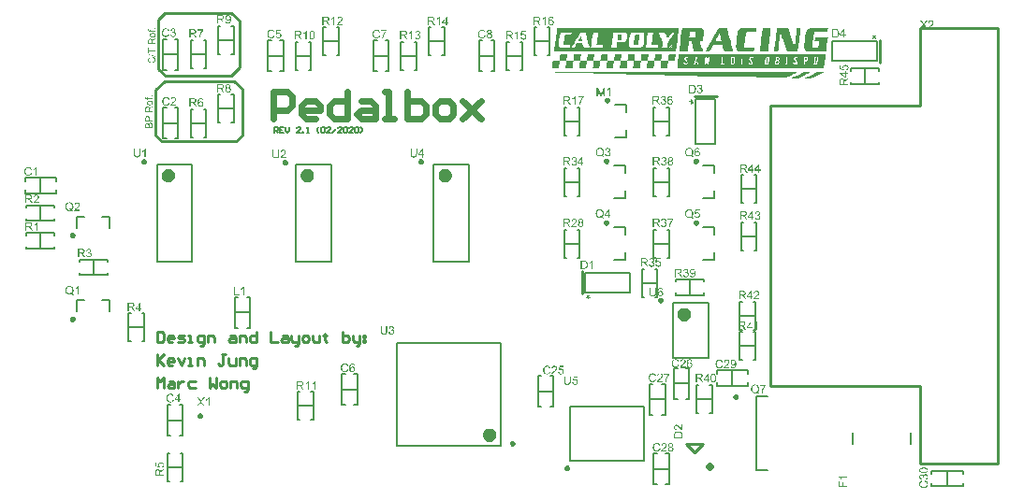
<source format=gto>
%FSLAX23Y23*%
%MOIN*%
%SFA1B1*%

%IPPOS*%
%ADD10C,0.019680*%
%ADD11C,0.009840*%
%ADD12C,0.023620*%
%ADD13C,0.010000*%
%ADD14C,0.005910*%
%ADD15C,0.007870*%
%LNpedalboxrev2-1*%
%LPD*%
G36*
X986Y1407D02*
X983D01*
Y1411*
X986*
Y1407*
G37*
G36*
X964Y1405D02*
Y1405D01*
X964Y1405*
X964Y1405*
X964Y1404*
Y1404*
X964Y1404*
X964Y1403*
Y1403*
X964Y1403*
X964Y1402*
X964Y1402*
X964Y1402*
X964Y1401*
X964Y1401*
X964Y1401*
X964Y1401*
X964Y1401*
X965Y1401*
X965Y1401*
X965Y1401*
X966Y1401*
X966Y1401*
X968*
Y1404*
X970*
Y1401*
X986*
Y1397*
X970*
Y1395*
X968*
Y1397*
X966*
X966*
X966*
X966*
X965Y1397*
X965*
X965Y1397*
X964Y1398*
X964Y1398*
X963Y1398*
X963Y1398*
X963Y1398*
X963Y1398*
X963Y1398*
X962Y1398*
X962Y1399*
X962Y1399*
X961Y1399*
X961Y1399*
X961Y1400*
X961Y1400*
X961Y1400*
X961Y1401*
X961Y1401*
X961Y1402*
X961Y1402*
Y1403*
X961Y1403*
X961Y1404*
X961Y1404*
X961Y1405*
X961Y1405*
X964Y1405*
G37*
G36*
X978Y1393D02*
Y1379D01*
X978*
X978*
X978Y1379*
X978*
X979Y1379*
X979Y1379*
X980Y1379*
X980Y1380*
X981Y1380*
X982Y1380*
X983Y1381*
Y1381*
X983Y1381*
X983Y1381*
X983Y1382*
X983Y1382*
X984Y1383*
X984Y1383*
X984Y1384*
X984Y1384*
X984Y1385*
Y1385*
X984Y1385*
X984Y1386*
X984Y1386*
X984Y1387*
X984Y1387*
X983Y1388*
X983Y1388*
X983Y1388*
X983Y1388*
X983Y1388*
X982Y1389*
X982Y1389*
X981Y1389*
X980Y1390*
X981Y1393*
X981*
X981Y1393*
X981Y1393*
X981Y1393*
X982Y1393*
X982Y1392*
X982Y1392*
X983Y1392*
X984Y1391*
X985Y1391*
X985Y1390*
Y1390*
X985Y1390*
X985Y1390*
X985Y1390*
X986Y1389*
X986Y1389*
X986Y1389*
X986Y1389*
X986Y1388*
X986Y1388*
X986Y1387*
X987Y1386*
X987Y1385*
Y1384*
X987Y1384*
X987Y1384*
X987Y1383*
X986Y1383*
X986Y1382*
X986Y1381*
X986Y1381*
X986Y1380*
X985Y1380*
X985Y1379*
X985Y1379*
X984Y1378*
X984Y1378*
X984Y1378*
X984Y1378*
X984Y1378*
X984Y1378*
X983Y1378*
X983Y1377*
X982Y1377*
X982Y1377*
X982Y1377*
X981Y1377*
X980Y1376*
X980Y1376*
X979Y1376*
X978Y1376*
X977Y1376*
X977*
X977*
X977*
X977Y1376*
X976Y1376*
X976Y1376*
X975Y1376*
X975Y1376*
X974Y1377*
X973Y1377*
X972Y1377*
X972Y1377*
X971Y1378*
X971Y1378*
X970Y1378*
X970Y1378*
X970Y1379*
X970Y1379*
X970Y1379*
X970Y1379*
X969Y1379*
X969Y1380*
X969Y1380*
X969Y1380*
X968Y1381*
X968Y1381*
X968Y1382*
X968Y1383*
X968Y1383*
X968Y1384*
X968Y1385*
Y1385*
X968Y1385*
X968Y1385*
X968Y1386*
X968Y1386*
X968Y1387*
X968Y1387*
X968Y1388*
X968Y1388*
X969Y1389*
X969Y1389*
X969Y1390*
X970Y1390*
X970Y1391*
X970Y1391*
X970Y1391*
X970Y1391*
X971Y1391*
X971Y1391*
X971Y1391*
X972Y1392*
X972Y1392*
X972Y1392*
X973Y1392*
X974Y1392*
X974Y1393*
X975Y1393*
X976Y1393*
X976Y1393*
X977Y1393*
X977*
X977*
X978*
X978Y1393*
G37*
G36*
X986Y1370D02*
X981Y1367D01*
X981*
X981Y1367*
X981Y1367*
X981Y1367*
X980Y1366*
X980Y1366*
X979Y1366*
X979Y1365*
X978Y1365*
X978Y1364*
X978Y1364*
X977Y1364*
X977Y1364*
X977Y1364*
X976Y1363*
X976Y1363*
X976Y1363*
X976Y1363*
X976Y1363*
X976Y1362*
X976Y1362*
X976Y1362*
X975Y1362*
X975Y1361*
Y1361*
X975Y1361*
Y1361*
X975Y1361*
X975Y1360*
Y1360*
X975Y1360*
Y1355*
X986*
Y1352*
X961*
Y1364*
X961Y1364*
Y1364*
X961Y1365*
X961Y1366*
X961Y1367*
X962Y1368*
X962Y1368*
X962Y1368*
Y1368*
X962Y1368*
X962Y1369*
X962Y1369*
X962Y1369*
X963Y1370*
X963Y1370*
X964Y1371*
X964Y1371*
X964*
X964Y1371*
X965Y1371*
X965Y1372*
X965Y1372*
X966Y1372*
X967Y1372*
X967Y1372*
X968Y1372*
X968*
X968*
X968*
X968Y1372*
X969*
X969Y1372*
X970Y1372*
X970Y1372*
X971Y1372*
X972Y1371*
X972Y1371*
X973Y1371*
X973Y1370*
X973Y1370*
X973Y1370*
X973Y1370*
X973Y1370*
X973Y1370*
X973Y1369*
X974Y1369*
X974Y1369*
X974Y1368*
X974Y1368*
X974Y1368*
X974Y1367*
X975Y1366*
X975Y1366*
X975Y1365*
X975Y1365*
X975Y1365*
X975Y1366*
X975Y1366*
X976Y1367*
X976Y1367*
X976Y1367*
X976Y1367*
X976Y1367*
X977Y1368*
X977Y1368*
X978Y1368*
X978Y1369*
X979Y1369*
X979Y1370*
X986Y1374*
Y1370*
G37*
G36*
X969Y1338D02*
X969Y1338D01*
X970Y1338*
X970Y1338*
X970Y1338*
X971Y1338*
X972Y1337*
X972Y1337*
X973Y1337*
X973Y1337*
X973Y1336*
X974Y1336*
X974Y1336*
X974Y1336*
X974Y1336*
X974Y1336*
X974Y1335*
X975Y1335*
X975Y1335*
X975Y1334*
X975Y1334*
X975Y1333*
X976Y1333*
X976Y1332*
X976Y1331*
X976Y1330*
X976Y1330*
X976Y1329*
Y1322*
X986*
Y1319*
X961*
Y1329*
X961Y1330*
X961Y1330*
X961Y1331*
X961Y1332*
X961Y1332*
Y1332*
X961Y1332*
X962Y1333*
X962Y1333*
X962Y1334*
X962Y1334*
X962Y1335*
X963Y1335*
X963Y1335*
X963Y1335*
X963Y1336*
X963Y1336*
X964Y1336*
X964Y1337*
X964Y1337*
X965Y1337*
X965Y1337*
X965Y1337*
X966Y1338*
X966Y1338*
X967Y1338*
X967Y1338*
X968Y1338*
X968Y1338*
X968*
X969*
X969*
X969Y1338*
G37*
G36*
X980Y1314D02*
X980Y1314D01*
X981Y1314*
X981Y1314*
X982Y1314*
X982Y1313*
X982Y1313*
X983Y1313*
X983Y1313*
X983Y1313*
X984Y1313*
X984Y1312*
X984Y1312*
X985Y1312*
X985Y1312*
X985Y1311*
X985Y1311*
X985Y1311*
X985Y1310*
X986Y1310*
X986Y1309*
X986Y1309*
Y1309*
X986Y1309*
X986Y1308*
X986Y1308*
X986Y1307*
X986Y1306*
X986Y1306*
X986Y1305*
Y1295*
X961*
Y1305*
X961Y1305*
Y1306*
X961Y1306*
X961Y1307*
X961Y1308*
X962Y1309*
X962Y1309*
Y1309*
X962Y1309*
X962Y1310*
X962Y1310*
X962Y1310*
X963Y1311*
X963Y1311*
X964Y1312*
X964Y1312*
X964Y1312*
X965Y1312*
X965Y1312*
X965Y1312*
X966Y1313*
X966Y1313*
X967Y1313*
X968Y1313*
X968*
X968*
X968Y1313*
X969Y1313*
X969Y1313*
X970Y1313*
X970Y1312*
X971Y1312*
X971Y1312*
X971Y1312*
X971Y1312*
X971Y1311*
X972Y1311*
X972Y1311*
X973Y1310*
X973Y1309*
Y1310*
X973Y1310*
X973Y1310*
X973Y1310*
X973Y1310*
X973Y1311*
X974Y1311*
X974Y1312*
X975Y1312*
X975Y1313*
X975Y1313*
X975Y1313*
X976Y1313*
X976Y1314*
X977Y1314*
X977Y1314*
X978Y1314*
X979Y1314*
X979*
X979*
X979*
X980Y1314*
G37*
G36*
X996Y1649D02*
X993D01*
Y1653*
X996*
Y1649*
G37*
G36*
X974Y1647D02*
Y1647D01*
X973Y1647*
X973Y1646*
X973Y1646*
Y1646*
X973Y1646*
X973Y1645*
Y1645*
X973Y1644*
X973Y1644*
X973Y1644*
X974Y1644*
X974Y1643*
X974Y1643*
X974Y1643*
X974Y1643*
X974Y1643*
X974Y1643*
X975Y1643*
X975Y1643*
X976Y1642*
X976Y1642*
X978*
Y1646*
X980*
Y1642*
X996*
Y1639*
X980*
Y1637*
X978*
Y1639*
X976*
X976*
X976*
X976*
X975Y1639*
X975*
X974Y1639*
X974Y1639*
X974Y1640*
X973Y1640*
X973Y1640*
X973Y1640*
X973Y1640*
X972Y1640*
X972Y1640*
X972Y1640*
X972Y1641*
X971Y1641*
X971Y1641*
X971Y1641*
X971Y1642*
X971Y1642*
X971Y1642*
X971Y1643*
X971Y1644*
X970Y1644*
Y1645*
X971Y1645*
X971Y1646*
X971Y1646*
X971Y1647*
X971Y1647*
X974Y1647*
G37*
G36*
X988Y1635D02*
Y1621D01*
X988*
X988*
X988Y1621*
X988*
X989Y1621*
X989Y1621*
X989Y1621*
X990Y1622*
X991Y1622*
X992Y1622*
X992Y1623*
Y1623*
X992Y1623*
X993Y1623*
X993Y1623*
X993Y1624*
X993Y1624*
X994Y1625*
X994Y1626*
X994Y1626*
X994Y1627*
Y1627*
X994Y1627*
X994Y1628*
X994Y1628*
X994Y1629*
X993Y1629*
X993Y1630*
X993Y1630*
X993Y1630*
X993Y1630*
X992Y1630*
X992Y1631*
X991Y1631*
X991Y1631*
X990Y1631*
X991Y1635*
X991*
X991Y1635*
X991Y1635*
X991Y1635*
X991Y1634*
X992Y1634*
X992Y1634*
X993Y1634*
X994Y1633*
X994Y1633*
X995Y1632*
Y1632*
X995Y1632*
X995Y1632*
X995Y1631*
X995Y1631*
X995Y1631*
X996Y1631*
X996Y1630*
X996Y1630*
X996Y1630*
X996Y1629*
X996Y1628*
X997Y1627*
Y1626*
X996Y1626*
X996Y1626*
X996Y1625*
X996Y1625*
X996Y1624*
X996Y1623*
X996Y1623*
X995Y1622*
X995Y1622*
X995Y1621*
X995Y1621*
X994Y1620*
X994Y1620*
X994Y1620*
X994Y1620*
X994Y1620*
X993Y1620*
X993Y1620*
X993Y1619*
X992Y1619*
X992Y1619*
X991Y1619*
X991Y1619*
X990Y1618*
X989Y1618*
X989Y1618*
X988Y1618*
X987Y1618*
X987*
X987*
X987*
X986Y1618*
X986Y1618*
X986Y1618*
X985Y1618*
X985Y1618*
X983Y1619*
X983Y1619*
X982Y1619*
X982Y1619*
X981Y1620*
X980Y1620*
X980Y1620*
X980Y1620*
X980Y1620*
X980Y1621*
X980Y1621*
X979Y1621*
X979Y1621*
X979Y1622*
X979Y1622*
X978Y1622*
X978Y1623*
X978Y1623*
X978Y1624*
X978Y1625*
X978Y1625*
X977Y1626*
X977Y1626*
Y1627*
X977Y1627*
X978Y1627*
X978Y1628*
X978Y1628*
X978Y1629*
X978Y1629*
X978Y1630*
X978Y1630*
X978Y1631*
X979Y1631*
X979Y1632*
X980Y1632*
X980Y1632*
X980Y1633*
X980Y1633*
X980Y1633*
X980Y1633*
X981Y1633*
X981Y1633*
X981Y1633*
X982Y1634*
X982Y1634*
X983Y1634*
X983Y1634*
X984Y1634*
X985Y1635*
X985Y1635*
X986Y1635*
X987Y1635*
X987*
X987*
X987*
X988Y1635*
G37*
G36*
X996Y1612D02*
X991Y1609D01*
X991*
X991Y1609*
X991Y1609*
X991Y1608*
X990Y1608*
X990Y1608*
X989Y1607*
X988Y1607*
X988Y1607*
X987Y1606*
X987Y1606*
X987Y1606*
X987Y1606*
X987Y1606*
X986Y1605*
X986Y1605*
X986Y1605*
X986Y1605*
X986Y1604*
X986Y1604*
X985Y1604*
X985Y1604*
X985Y1604*
X985Y1603*
Y1603*
X985Y1603*
Y1603*
X985Y1603*
X985Y1602*
Y1602*
X985Y1602*
Y1597*
X996*
Y1594*
X971*
Y1606*
X971Y1606*
Y1606*
X971Y1607*
X971Y1608*
X971Y1609*
X971Y1610*
X972Y1610*
X972Y1610*
Y1610*
X972Y1610*
X972Y1611*
X972Y1611*
X972Y1611*
X972Y1612*
X973Y1612*
X973Y1613*
X974Y1613*
X974*
X974Y1613*
X974Y1613*
X975Y1613*
X975Y1614*
X976Y1614*
X976Y1614*
X977Y1614*
X978Y1614*
X978*
X978*
X978*
X978Y1614*
X978*
X979Y1614*
X979Y1614*
X980Y1614*
X981Y1613*
X982Y1613*
X982Y1613*
X982Y1612*
X982Y1612*
X982Y1612*
X983Y1612*
X983Y1612*
X983Y1612*
X983Y1612*
X983Y1611*
X983Y1611*
X984Y1611*
X984Y1610*
X984Y1610*
X984Y1609*
X984Y1609*
X984Y1608*
X985Y1608*
X985Y1607*
X985Y1607*
X985Y1607*
X985Y1608*
X985Y1608*
X985Y1608*
X986Y1609*
X986Y1609*
X986Y1609*
X986Y1609*
X986Y1610*
X987Y1610*
X987Y1610*
X988Y1611*
X989Y1611*
X989Y1612*
X996Y1616*
Y1612*
G37*
G36*
X974Y1572D02*
X996D01*
Y1569*
X974*
Y1561*
X971*
Y1581*
X974*
Y1572*
G37*
G36*
X997Y1553D02*
Y1550D01*
X970Y1557*
Y1560*
X997Y1553*
G37*
G36*
X988Y1549D02*
X989Y1549D01*
X989Y1549*
X989Y1548*
X990Y1548*
X990Y1548*
X990Y1548*
X991Y1547*
X993Y1547*
X993Y1546*
X994Y1546*
X994Y1546*
X994Y1545*
X994Y1545*
X995Y1545*
X995Y1545*
X995Y1545*
X995Y1544*
X995Y1544*
X995Y1544*
X995Y1543*
X996Y1543*
X996Y1542*
X996Y1542*
X996Y1541*
X996Y1540*
X996Y1540*
X997Y1539*
X997Y1538*
Y1538*
X997Y1538*
Y1537*
X996Y1537*
X996Y1536*
X996Y1536*
X996Y1535*
X996Y1534*
X995Y1533*
X995Y1532*
X995Y1532*
X995Y1532*
X995Y1532*
X995Y1531*
X995Y1531*
X994Y1531*
X994Y1531*
X994Y1531*
X994Y1530*
X993Y1530*
X993Y1530*
X992Y1529*
X991Y1528*
X990Y1528*
X990*
X990Y1528*
X990Y1528*
X990Y1528*
X989Y1528*
X989Y1527*
X989Y1527*
X988Y1527*
X988Y1527*
X987Y1527*
X986Y1527*
X985Y1527*
X983Y1527*
X983*
X983*
X983*
X983Y1527*
X982*
X982Y1527*
X981Y1527*
X981Y1527*
X980Y1527*
X979Y1527*
X978Y1528*
X976Y1528*
X976Y1528*
X976Y1528*
X976Y1528*
X976Y1528*
X976Y1528*
X975Y1529*
X975Y1529*
X974Y1530*
X973Y1530*
X973Y1531*
X972Y1532*
X972Y1532*
X972Y1532*
X972Y1533*
X972Y1533*
X972Y1533*
X972Y1533*
X971Y1534*
X971Y1534*
X971Y1535*
X971Y1535*
X971Y1536*
X971Y1537*
X970Y1538*
Y1539*
X971Y1539*
X971Y1539*
X971Y1540*
X971Y1540*
X971Y1541*
X971Y1542*
X971Y1543*
X972Y1543*
X972Y1544*
X972Y1544*
X972Y1545*
X972Y1545*
X972Y1545*
X973Y1545*
X973Y1545*
X973Y1545*
X973Y1546*
X974Y1546*
X974Y1546*
X974Y1546*
X975Y1547*
X975Y1547*
X976Y1547*
X976Y1548*
X977Y1548*
X977Y1548*
X978Y1548*
X979Y1545*
X979*
X978Y1545*
X978Y1545*
X978Y1545*
X978Y1545*
X978Y1545*
X977Y1544*
X976Y1544*
X976Y1544*
X975Y1543*
X975Y1542*
X975Y1542*
X974Y1542*
X974Y1542*
X974Y1541*
X974Y1541*
X974Y1540*
X973Y1539*
X973Y1538*
Y1538*
X973Y1538*
Y1538*
X973Y1537*
X974Y1537*
X974Y1536*
X974Y1535*
X974Y1534*
X975Y1533*
Y1533*
X975Y1533*
X975Y1533*
X975Y1533*
X976Y1532*
X976Y1532*
X977Y1531*
X978Y1531*
X978Y1531*
X979*
X979Y1531*
X979Y1531*
X979Y1531*
X979Y1531*
X979Y1530*
X980Y1530*
X981Y1530*
X982Y1530*
X982Y1530*
X983Y1530*
X983*
X983*
X984*
X984*
X984Y1530*
X984*
X985Y1530*
X985Y1530*
X986Y1530*
X987Y1530*
X988Y1531*
X989Y1531*
X989*
X989Y1531*
X989Y1531*
X989Y1531*
X990Y1531*
X990Y1532*
X991Y1532*
X991Y1532*
X992Y1533*
X993Y1534*
Y1534*
X993Y1534*
X993Y1534*
X993Y1534*
X993Y1534*
X993Y1535*
X993Y1535*
X993Y1536*
X994Y1536*
X994Y1537*
X994Y1538*
Y1538*
X994Y1539*
Y1539*
X994Y1539*
X993Y1540*
X993Y1540*
X993Y1541*
X993Y1542*
X992Y1542*
X992Y1543*
X992Y1543*
X992Y1543*
X992Y1543*
X992Y1543*
X992Y1543*
X991Y1543*
X991Y1544*
X991Y1544*
X991Y1544*
X990Y1544*
X990Y1545*
X989Y1545*
X989Y1545*
X988Y1545*
X988Y1545*
X987Y1545*
X988Y1549*
X988*
X988Y1549*
G37*
G36*
X3293Y1652D02*
X3294Y1652D01*
Y1651*
Y1650*
X3293Y1646*
Y1645*
Y1642*
X3293Y1637*
X3292Y1631*
Y1630*
Y1629*
X3291Y1624*
X3290Y1617*
X3289Y1610*
X3284Y1569*
X3246*
X3234Y1604*
Y1604*
X3233Y1605*
X3232Y1609*
X3230Y1615*
X3228Y1620*
Y1621*
X3227Y1622*
X3226Y1625*
X3225Y1629*
X3223Y1633*
Y1634*
X3223Y1636*
X3222Y1637*
Y1636*
X3221Y1633*
Y1629*
X3220Y1623*
X3220Y1615*
X3219Y1609*
X3218Y1604*
Y1602*
X3217Y1599*
X3217Y1593*
X3216Y1587*
X3215Y1581*
X3215Y1575*
X3214Y1572*
X3213Y1570*
Y1569*
Y1568*
X3201*
Y1569*
Y1570*
Y1572*
X3201Y1574*
Y1580*
X3203Y1587*
Y1591*
X3204Y1597*
X3204Y1603*
X3205Y1610*
Y1611*
Y1612*
X3206Y1614*
Y1617*
X3206Y1623*
X3208Y1631*
X3209Y1639*
X3209Y1645*
Y1648*
X3210Y1650*
Y1651*
Y1652*
X3211Y1653*
X3250*
X3252Y1647*
Y1646*
X3252Y1644*
X3253Y1641*
Y1640*
X3255Y1638*
X3255Y1634*
X3258Y1628*
X3258Y1627*
X3259Y1623*
X3261Y1619*
X3263Y1614*
X3263Y1612*
X3264Y1609*
X3266Y1604*
X3268Y1599*
X3268Y1599*
X3269Y1596*
X3270Y1592*
X3271Y1588*
Y1588*
X3271Y1587*
X3272Y1585*
X3273Y1585*
Y1585*
X3274Y1586*
Y1589*
X3274Y1593*
X3275Y1599*
X3276Y1607*
X3276Y1612*
X3277Y1618*
Y1619*
Y1620*
X3278Y1623*
X3279Y1629*
X3279Y1635*
Y1642*
X3280Y1647*
X3281Y1651*
Y1652*
Y1652*
X3282Y1653*
X3291*
X3293Y1652*
G37*
G36*
X3392Y1652D02*
Y1651D01*
X3391Y1649*
X3390Y1645*
X3389Y1639*
X3346*
X3345Y1638*
X3344Y1637*
X3342Y1635*
Y1634*
Y1634*
Y1631*
X3341Y1628*
X3341Y1624*
X3340Y1618*
X3339Y1610*
Y1609*
X3338Y1607*
Y1603*
X3338Y1599*
X3337Y1594*
Y1591*
X3336Y1588*
Y1586*
Y1585*
X3337Y1585*
X3338Y1583*
X3339Y1582*
X3349*
X3352Y1582*
X3354Y1583*
X3354*
X3355Y1584*
X3357Y1586*
X3357Y1587*
X3358Y1590*
X3359Y1593*
Y1596*
X3360Y1600*
Y1604*
X3344*
Y1606*
Y1607*
Y1609*
X3345Y1612*
X3346Y1618*
X3388*
X3391Y1617*
X3392*
Y1616*
X3391Y1615*
Y1612*
X3390Y1607*
X3389Y1601*
X3388Y1593*
Y1593*
X3387Y1590*
Y1586*
X3387Y1581*
X3386Y1577*
Y1573*
X3385Y1570*
Y1569*
X3381*
X3377Y1568*
X3336*
X3330Y1569*
X3319*
X3317Y1569*
X3316Y1570*
X3313Y1572*
X3310Y1575*
X3309Y1577*
X3308Y1581*
Y1582*
Y1583*
Y1586*
Y1590*
Y1595*
X3309Y1601*
X3309Y1610*
Y1611*
X3310Y1614*
X3311Y1617*
X3311Y1622*
Y1626*
X3312Y1631*
X3313Y1634*
Y1635*
Y1636*
X3314Y1636*
X3315Y1641*
X3318Y1645*
X3322Y1650*
X3323Y1650*
X3325Y1651*
X3326Y1652*
X3329*
X3330Y1652*
X3336*
X3342Y1653*
X3392*
Y1652*
G37*
G36*
X3188D02*
Y1651D01*
Y1650*
X3188Y1647*
X3187Y1642*
Y1639*
X3186Y1634*
X3185Y1629*
X3185Y1624*
X3184Y1617*
X3183Y1610*
Y1609*
Y1609*
X3182Y1604*
X3182Y1597*
X3181Y1590*
X3180Y1582*
X3180Y1575*
X3179Y1571*
Y1569*
Y1569*
X3177*
X3175Y1568*
X3148*
Y1569*
Y1570*
X3149Y1572*
Y1575*
X3150Y1580*
X3151Y1588*
X3152Y1593*
X3153Y1598*
X3153Y1604*
X3154Y1612*
X3159Y1653*
X3188*
Y1652*
G37*
G36*
X3137D02*
Y1651D01*
Y1648*
Y1644*
X3137Y1639*
X3108*
X3105Y1639*
X3103*
X3102Y1638*
X3102Y1637*
X3101Y1636*
X3100Y1635*
Y1634*
X3099Y1632*
X3099Y1629*
Y1625*
X3097Y1618*
X3096Y1610*
X3093Y1586*
X3094Y1585*
Y1584*
X3095Y1583*
X3131*
Y1582*
Y1581*
X3130Y1579*
X3129Y1575*
X3128Y1568*
X3088*
X3083Y1569*
X3078*
X3074Y1569*
X3072Y1570*
X3071Y1571*
X3069Y1572*
X3068Y1573*
X3067Y1575*
X3065Y1579*
X3064Y1584*
Y1585*
Y1586*
X3064Y1588*
Y1591*
X3065Y1596*
X3066Y1602*
X3067Y1609*
Y1611*
X3067Y1614*
Y1617*
X3068Y1623*
X3069Y1628*
X3069Y1632*
X3070Y1636*
Y1638*
Y1639*
X3071Y1640*
X3074Y1644*
X3078Y1650*
X3082Y1652*
X3085Y1653*
X3137*
Y1652*
G37*
G36*
X3041Y1617D02*
X3042Y1615D01*
X3042Y1612*
X3045Y1605*
X3046Y1598*
Y1597*
X3047Y1596*
X3048Y1592*
X3049Y1587*
X3050Y1582*
Y1581*
X3051Y1579*
X3052Y1577*
Y1575*
X3053Y1568*
X3022*
X3019Y1579*
Y1580*
X3018Y1580*
X3018Y1585*
X3017Y1588*
X3016Y1589*
Y1590*
Y1591*
X2982*
X2976Y1579*
X2969Y1568*
X2955*
X2956Y1569*
X2957Y1573*
X2959Y1576*
X2961Y1579*
X2963Y1584*
X2967Y1589*
X2970Y1596*
X2975Y1604*
X2980Y1613*
X2986Y1624*
X2994Y1636*
X3002Y1651*
X3002Y1653*
X3032*
X3041Y1617*
G37*
G36*
X2906Y1652D02*
X2943D01*
X2943Y1651*
X2946Y1650*
X2948Y1648*
X2949Y1646*
Y1645*
X2950Y1644*
Y1642*
Y1639*
Y1636*
Y1632*
X2949Y1626*
Y1625*
Y1624*
X2948Y1619*
Y1614*
X2948Y1612*
Y1610*
X2947Y1609*
X2946Y1608*
X2942Y1606*
X2937Y1604*
X2935*
Y1604*
X2936Y1602*
X2937Y1600*
X2937Y1596*
X2939Y1592*
X2941Y1586*
Y1585*
X2942Y1583*
X2943Y1580*
X2945Y1577*
X2946Y1574*
X2947Y1571*
X2948Y1569*
Y1568*
X2915*
X2914Y1570*
Y1571*
X2913Y1572*
Y1573*
X2913Y1574*
X2912Y1577*
X2911Y1580*
Y1580*
X2911Y1582*
X2910Y1585*
Y1588*
X2905Y1604*
X2897*
X2896Y1604*
Y1603*
Y1601*
Y1599*
X2895Y1596*
Y1592*
X2894Y1586*
Y1585*
X2894Y1583*
X2893Y1580*
X2892Y1577*
Y1577*
Y1575*
X2892Y1570*
Y1569*
Y1569*
Y1568*
X2862*
Y1569*
Y1570*
Y1572*
X2862Y1574*
X2863Y1580*
X2864Y1587*
X2865Y1591*
X2865Y1597*
X2866Y1603*
X2867Y1610*
Y1611*
Y1612*
X2868Y1617*
X2868Y1623*
X2870Y1631*
X2870Y1639*
X2871Y1645*
X2872Y1650*
X2873Y1651*
Y1652*
Y1653*
X2906Y1652*
G37*
G36*
X2861D02*
Y1651D01*
Y1650*
X2860Y1646*
X2859Y1641*
X2859Y1634*
X2858Y1629*
X2857Y1623*
X2857Y1617*
X2856Y1609*
X2851Y1568*
X2417*
Y1569*
Y1570*
Y1572*
X2418Y1575*
X2418Y1580*
X2419Y1588*
X2420Y1592*
X2421Y1597*
X2421Y1604*
X2422Y1610*
Y1611*
Y1612*
X2423Y1614*
Y1617*
X2424Y1623*
X2425Y1631*
X2426Y1639*
X2426Y1645*
Y1648*
X2427Y1650*
Y1651*
Y1652*
Y1653*
X2862*
X2861Y1652*
G37*
G36*
X2801Y1558D02*
X2800Y1556D01*
Y1554*
X2800Y1551*
X2799Y1547*
Y1547*
Y1546*
X2798Y1542*
X2798Y1537*
Y1536*
Y1535*
X2774*
X2772Y1523*
Y1522*
Y1521*
Y1517*
X2771Y1513*
Y1511*
Y1510*
X2746*
Y1511*
Y1513*
X2747Y1514*
Y1516*
Y1519*
X2748Y1523*
Y1523*
Y1524*
X2749Y1529*
X2749Y1533*
Y1534*
Y1535*
X2726*
X2724Y1523*
Y1522*
Y1521*
Y1517*
X2723Y1513*
Y1512*
Y1511*
Y1510*
X2698*
Y1511*
Y1513*
Y1514*
X2699Y1516*
Y1519*
X2700Y1523*
X2701Y1528*
X2701Y1534*
Y1535*
X2726*
X2727Y1547*
Y1547*
Y1549*
X2728Y1553*
X2728Y1557*
X2729Y1558*
Y1558*
Y1559*
X2752*
Y1558*
Y1556*
Y1554*
X2752Y1550*
X2751Y1547*
X2750Y1542*
X2749Y1536*
Y1535*
X2773*
X2774Y1536*
Y1537*
Y1538*
Y1542*
X2775Y1547*
Y1548*
Y1549*
X2776Y1553*
X2776Y1557*
Y1558*
Y1559*
X2801*
Y1558*
G37*
G36*
X2704Y1558D02*
Y1557D01*
Y1556*
Y1554*
X2703Y1551*
Y1547*
Y1547*
Y1546*
X2703Y1542*
X2702Y1538*
Y1537*
X2701Y1536*
Y1535*
X2678*
Y1537*
X2679Y1539*
Y1541*
Y1544*
X2679Y1547*
Y1548*
Y1550*
X2680Y1553*
X2681Y1558*
Y1558*
Y1559*
X2704*
Y1558*
G37*
G36*
X2608D02*
Y1558D01*
X2607Y1556*
Y1552*
X2607Y1548*
X2606Y1544*
Y1540*
X2605Y1537*
Y1536*
X2607*
X2608Y1535*
X2630*
Y1534*
Y1533*
X2629Y1531*
Y1529*
X2628Y1526*
X2628Y1522*
X2627Y1510*
X2602*
Y1512*
X2603Y1513*
Y1515*
Y1518*
X2604Y1522*
Y1523*
Y1524*
X2604Y1528*
X2605Y1532*
Y1534*
Y1534*
X2604Y1535*
X2581*
Y1534*
Y1532*
Y1531*
X2580Y1529*
Y1526*
X2580Y1522*
X2578Y1510*
X2554*
Y1511*
Y1512*
X2555Y1514*
Y1517*
X2555Y1521*
X2556Y1529*
X2557Y1532*
Y1535*
X2535*
X2534Y1534*
X2533*
Y1533*
Y1531*
X2532Y1529*
Y1526*
X2531Y1522*
Y1521*
Y1521*
X2531Y1516*
X2530Y1513*
Y1511*
Y1510*
X2506*
Y1513*
X2507Y1514*
Y1516*
Y1519*
X2507Y1523*
Y1523*
Y1525*
X2508Y1529*
X2509Y1533*
Y1534*
Y1535*
X2485*
Y1534*
X2484Y1532*
Y1530*
X2483Y1527*
X2483Y1523*
X2482Y1510*
X2457*
Y1512*
X2458Y1513*
Y1515*
Y1518*
X2459Y1522*
Y1523*
Y1524*
X2459Y1528*
X2460Y1532*
Y1534*
Y1534*
X2459Y1535*
X2437*
Y1536*
Y1537*
Y1539*
Y1541*
X2437Y1544*
Y1547*
X2440Y1559*
X2464*
X2463Y1558*
Y1558*
Y1556*
X2462Y1553*
Y1550*
X2461Y1542*
Y1539*
Y1536*
X2463*
X2464Y1535*
X2485*
Y1537*
X2486Y1539*
Y1541*
Y1544*
X2486Y1547*
Y1548*
Y1550*
X2487Y1553*
X2488Y1558*
Y1558*
Y1559*
X2512*
X2512Y1558*
Y1557*
Y1556*
X2511Y1553*
Y1550*
X2510Y1547*
X2510Y1535*
X2521Y1536*
X2533*
X2534Y1547*
Y1548*
Y1550*
X2535Y1553*
X2536Y1558*
Y1558*
Y1559*
X2558*
X2559Y1558*
X2560*
Y1557*
Y1556*
X2559Y1553*
Y1550*
X2558Y1547*
Y1546*
Y1545*
X2558Y1541*
X2557Y1537*
Y1536*
Y1535*
X2581*
Y1536*
Y1537*
X2582Y1539*
Y1541*
Y1544*
X2582Y1547*
X2585Y1559*
X2608*
Y1558*
G37*
G36*
X3360D02*
X3384D01*
Y1558*
Y1556*
Y1553*
X3383Y1548*
X3382Y1542*
X3381Y1534*
X3380Y1523*
X3378Y1511*
Y1510*
X2855*
Y1511*
Y1512*
Y1513*
Y1516*
X2856Y1521*
X2857Y1527*
X2857Y1535*
X2859Y1546*
X2861Y1558*
Y1559*
X3352*
X3360Y1558*
G37*
G36*
X2849D02*
Y1557D01*
Y1556*
X2849Y1553*
Y1552*
Y1551*
X2848Y1547*
X2846Y1535*
X2822*
Y1534*
Y1532*
X2822Y1530*
Y1527*
X2821Y1523*
Y1522*
Y1521*
X2820Y1517*
X2819Y1513*
Y1511*
Y1510*
X2795*
Y1511*
Y1513*
X2795Y1514*
Y1516*
Y1519*
X2796Y1523*
Y1523*
Y1524*
X2797Y1529*
X2798Y1533*
Y1534*
Y1535*
X2822*
X2822Y1536*
Y1537*
X2823Y1539*
Y1541*
Y1544*
X2824Y1547*
X2825Y1559*
X2849*
Y1558*
G37*
G36*
X2656D02*
Y1558D01*
X2655Y1556*
Y1553*
X2655Y1550*
X2654Y1542*
X2653Y1539*
Y1536*
X2655*
X2656Y1535*
X2678*
Y1534*
Y1533*
X2677Y1529*
X2677Y1526*
X2676Y1523*
Y1522*
Y1521*
Y1518*
X2675Y1514*
Y1511*
Y1510*
X2650*
Y1513*
X2651Y1514*
Y1516*
Y1519*
X2652Y1523*
Y1523*
Y1525*
X2652Y1529*
X2653Y1533*
Y1534*
Y1535*
X2630*
Y1536*
Y1537*
X2631Y1539*
Y1542*
X2631Y1545*
X2632Y1553*
X2633Y1556*
Y1559*
X2656*
Y1558*
G37*
G36*
X2437Y1534D02*
X2436Y1531D01*
X2435Y1526*
X2434Y1522*
X2434Y1510*
X2409*
Y1512*
X2410Y1513*
Y1514*
X2410Y1515*
Y1518*
Y1519*
X2411Y1521*
Y1524*
X2412Y1535*
X2437*
Y1534*
G37*
G36*
X3241Y1494D02*
X3281D01*
X3280Y1493*
X3279Y1492*
X3276Y1491*
X3272Y1489*
X3267Y1487*
X3260Y1483*
X3240Y1474*
X2824Y1483*
X2814*
X2806Y1484*
X2785*
X2773Y1485*
X2759*
X2744Y1486*
X2728*
X2710Y1486*
X2692*
X2655Y1488*
X2616Y1488*
X2577Y1489*
X2539Y1491*
X2521*
X2504Y1491*
X2488*
X2472Y1492*
X2459*
X2446Y1493*
X2426*
X2418Y1494*
X2453*
X2462Y1494*
X3228*
X3241Y1494*
G37*
G36*
X3328D02*
X3328D01*
X3327Y1493*
X3325Y1492*
X3323Y1491*
X3319Y1489*
X3314Y1487*
X3306Y1483*
X3285Y1472*
X3272*
X3268Y1473*
X3264Y1474*
X3263*
X3263Y1475*
X3265Y1475*
X3268Y1477*
X3269Y1478*
X3273Y1479*
X3277Y1481*
X3283Y1483*
X3305Y1494*
X3327*
X3328Y1494*
G37*
G36*
X3375D02*
X3376D01*
X3374Y1493*
X3373Y1492*
X3370Y1491*
X3366Y1489*
X3360Y1486*
X3353Y1483*
X3329Y1472*
X3319*
X3315Y1472*
X3308*
X3309Y1473*
X3311Y1474*
X3313Y1475*
X3317Y1477*
X3322Y1480*
X3329Y1483*
X3352Y1494*
X3374*
X3375Y1494*
G37*
G36*
X2905Y1398D02*
X2905Y1397D01*
X2905Y1397*
X2905Y1397*
X2905Y1397*
X2905Y1396*
X2905Y1396*
X2906Y1395*
X2906Y1393*
X2906Y1392*
X2906Y1391*
X2906Y1391*
X2907Y1391*
X2907Y1392*
X2907Y1392*
X2908Y1393*
X2909Y1394*
X2910Y1395*
X2911Y1396*
X2913Y1392*
X2913Y1392*
X2913Y1392*
X2913Y1392*
X2912Y1391*
X2911Y1391*
X2910Y1390*
X2909Y1390*
X2908Y1389*
X2908*
X2908Y1389*
X2908Y1389*
X2909Y1389*
X2909Y1388*
X2910Y1388*
X2911Y1387*
X2912Y1387*
X2913Y1386*
X2913Y1385*
X2911Y1382*
X2911Y1382*
X2911Y1383*
X2911Y1383*
X2911Y1383*
X2910Y1383*
X2909Y1384*
X2908Y1385*
X2908Y1386*
X2907Y1386*
X2907Y1386*
X2906Y1387*
Y1387*
X2906Y1387*
Y1386*
X2906Y1386*
X2906Y1386*
X2906Y1386*
X2906Y1385*
X2906Y1384*
X2905Y1383*
X2905Y1380*
X2901Y1382*
Y1382*
X2901Y1382*
X2901Y1382*
X2901Y1382*
X2902Y1383*
X2902Y1383*
X2902Y1384*
X2902Y1385*
X2903Y1386*
X2903Y1387*
X2904Y1388*
X2904*
X2903*
X2903Y1388*
X2903*
X2903Y1387*
X2902Y1387*
X2901Y1387*
X2900Y1387*
X2899Y1387*
X2898Y1387*
X2898*
X2897*
Y1391*
X2897*
X2897*
X2897*
X2898*
X2898Y1391*
X2899Y1391*
X2900Y1391*
X2901Y1391*
X2902Y1390*
X2904Y1390*
Y1390*
X2904Y1390*
X2904Y1391*
X2903Y1391*
X2903Y1391*
X2903Y1392*
X2902Y1393*
X2902Y1394*
X2902Y1395*
X2901Y1396*
X2905Y1398*
Y1398*
G37*
G36*
X2544Y699D02*
X2544Y699D01*
X2544Y699*
X2543Y698*
X2543Y698*
X2543Y697*
X2542Y697*
X2541Y696*
X2541Y695*
X2540Y694*
X2540Y694*
X2539Y694*
X2539*
X2540Y694*
X2540*
X2540Y694*
X2540Y694*
X2541Y693*
X2541Y693*
X2542Y693*
X2544Y693*
X2546Y692*
X2545Y689*
X2545*
X2544Y689*
X2544Y689*
X2544Y689*
X2544Y689*
X2543Y689*
X2542Y689*
X2541Y690*
X2540Y690*
X2539Y691*
X2539Y691*
Y691*
Y691*
X2539Y691*
Y690*
X2539Y690*
X2539Y689*
X2539Y688*
X2539Y687*
X2539Y686*
X2539Y685*
Y685*
Y685*
X2535*
Y685*
Y685*
Y685*
Y685*
X2535Y686*
X2535Y686*
X2536Y687*
X2536Y688*
X2536Y690*
X2536Y691*
X2536*
X2536Y691*
X2536Y691*
X2535Y691*
X2535Y691*
X2534Y690*
X2533Y690*
X2532Y689*
X2531Y689*
X2530Y689*
X2529Y692*
X2529*
X2529Y692*
X2529Y692*
X2529Y692*
X2529Y693*
X2530Y693*
X2531Y693*
X2532Y693*
X2533Y693*
X2534Y694*
X2535Y694*
X2535Y694*
X2535Y694*
X2534Y694*
X2534Y695*
X2533Y696*
X2533Y696*
X2532Y697*
X2531Y699*
X2534Y701*
X2534Y701*
X2534Y700*
X2534Y700*
X2535Y699*
X2535Y699*
X2536Y698*
X2537Y697*
X2537Y695*
Y695*
X2537Y695*
X2537Y696*
X2538Y696*
X2538Y697*
X2538Y697*
X2539Y698*
X2540Y699*
X2540Y700*
X2541Y701*
X2544Y699*
G37*
G36*
X3558Y1629D02*
Y1629D01*
Y1629*
Y1629*
X3558Y1628*
X3558Y1628*
X3558Y1627*
X3558Y1626*
X3558Y1624*
X3558Y1623*
X3558*
X3558Y1623*
X3558Y1623*
X3558Y1623*
X3559Y1623*
X3559Y1624*
X3560Y1624*
X3561Y1625*
X3562Y1625*
X3564Y1625*
X3565Y1622*
X3565*
X3565Y1622*
X3565Y1622*
X3564Y1622*
X3564Y1621*
X3564Y1621*
X3563Y1621*
X3562Y1621*
X3561Y1621*
X3560Y1620*
X3558Y1620*
X3558Y1620*
X3559Y1620*
X3559Y1620*
X3560Y1619*
X3560Y1618*
X3561Y1618*
X3562Y1617*
X3563Y1615*
X3560Y1613*
X3560Y1613*
X3560Y1614*
X3559Y1614*
X3559Y1615*
X3558Y1615*
X3558Y1616*
X3557Y1617*
X3556Y1619*
Y1619*
X3556Y1619*
X3556Y1618*
X3556Y1618*
X3556Y1617*
X3555Y1617*
X3555Y1616*
X3554Y1615*
X3553Y1614*
X3553Y1613*
X3550Y1615*
X3550Y1615*
X3550Y1615*
X3550Y1616*
X3550Y1616*
X3551Y1617*
X3551Y1617*
X3552Y1618*
X3553Y1619*
X3554Y1620*
X3554Y1620*
X3554Y1620*
X3554*
X3554Y1620*
X3554*
X3554Y1620*
X3553Y1620*
X3553Y1621*
X3552Y1621*
X3551Y1621*
X3550Y1621*
X3548Y1622*
X3549Y1625*
X3549*
X3549Y1625*
X3549Y1625*
X3550Y1625*
X3550Y1625*
X3550Y1625*
X3551Y1625*
X3552Y1624*
X3553Y1624*
X3554Y1623*
X3555Y1623*
Y1623*
Y1623*
X3555Y1623*
Y1624*
X3555Y1624*
X3555Y1625*
X3555Y1626*
X3555Y1627*
X3554Y1628*
X3554Y1629*
Y1629*
Y1629*
X3558*
Y1629*
G37*
G36*
X1161Y320D02*
X1173Y304D01*
X1168*
X1160Y314*
X1160Y315*
X1160Y315*
X1160Y315*
X1160Y315*
X1159Y316*
X1159Y316*
X1159Y316*
X1159Y316*
X1159Y316*
X1158Y315*
X1158Y315*
X1158Y314*
X1157Y314*
X1150Y304*
X1145*
X1157Y319*
X1146Y334*
X1151*
X1157Y326*
Y326*
X1157Y326*
X1157Y326*
X1157Y326*
X1157Y325*
X1158Y325*
X1158Y324*
X1158Y324*
X1159Y323*
X1159Y323*
X1159Y323*
X1159Y323*
X1159Y323*
X1160Y324*
X1160Y324*
X1161Y325*
X1161Y325*
X1162Y326*
X1168Y334*
X1172*
X1161Y320*
G37*
G36*
X1189Y304D02*
X1185D01*
Y327*
X1185Y327*
X1185Y327*
X1185Y327*
X1184Y327*
X1184Y326*
X1183Y326*
X1182Y325*
X1182Y325*
X1181*
X1181Y325*
X1181Y325*
X1181Y324*
X1180Y324*
X1180Y324*
X1179Y323*
X1178Y323*
X1178Y323*
Y327*
X1178*
X1178Y327*
X1178Y327*
X1178Y327*
X1178Y327*
X1179Y327*
X1179Y328*
X1180Y328*
X1181Y329*
X1182Y329*
X1183Y330*
X1183Y330*
X1183Y330*
X1183Y330*
X1183Y330*
X1184Y331*
X1184Y331*
X1185Y332*
X1185Y333*
X1186Y333*
X1186Y334*
X1189*
Y304*
G37*
G36*
X2476Y392D02*
Y392D01*
Y392*
Y392*
Y392*
X2476Y391*
Y391*
X2476Y390*
X2476Y390*
X2476Y389*
X2475Y387*
X2475Y386*
X2475Y386*
X2475Y385*
Y385*
X2475Y385*
X2475Y385*
X2475Y385*
X2474Y384*
X2474Y384*
X2473Y383*
X2473Y382*
X2472Y382*
X2471Y381*
X2471*
X2471Y381*
X2471Y381*
X2471Y381*
X2470Y380*
X2470Y380*
X2470Y380*
X2469Y380*
X2469Y380*
X2468Y380*
X2468Y380*
X2467Y379*
X2466Y379*
X2466Y379*
X2464Y379*
X2464*
X2463Y379*
X2463*
X2463Y379*
X2462Y379*
X2462Y379*
X2460Y380*
X2459Y380*
X2458Y380*
X2457Y381*
X2457*
X2457Y381*
X2457Y381*
X2457Y381*
X2456Y381*
X2456Y382*
X2455Y382*
X2454Y383*
X2454Y384*
X2453Y385*
Y385*
X2453Y385*
X2453Y385*
X2453Y385*
X2453Y386*
X2453Y386*
X2453Y386*
X2453Y387*
X2453Y387*
X2452Y388*
X2452Y389*
X2452Y389*
X2452Y390*
X2452Y391*
X2452Y392*
Y392*
Y410*
X2456*
Y392*
Y392*
Y392*
Y392*
Y392*
X2456Y392*
Y391*
X2456Y390*
X2456Y389*
X2456Y388*
X2457Y387*
X2457Y387*
X2457Y387*
X2457Y387*
X2457Y386*
X2457Y386*
X2457Y386*
X2458Y385*
X2458Y385*
X2459Y384*
X2459Y384*
X2459Y384*
X2460Y384*
X2460Y384*
X2461Y383*
X2461Y383*
X2462Y383*
X2463Y383*
X2464Y383*
X2464*
X2464Y383*
X2465*
X2465Y383*
X2466Y383*
X2467Y383*
X2468Y384*
X2469Y384*
X2470Y384*
X2470Y385*
X2470Y385*
X2470Y385*
X2470Y385*
X2470Y385*
X2470Y385*
X2471Y386*
X2471Y386*
X2471Y386*
X2471Y387*
X2471Y388*
X2471Y388*
X2472Y389*
X2472Y390*
X2472Y391*
X2472Y391*
Y392*
Y410*
X2476*
Y392*
G37*
G36*
X2500Y406D02*
X2488D01*
X2486Y398*
X2486Y398*
X2486Y398*
X2486Y398*
X2486Y398*
X2487Y398*
X2487Y398*
X2488Y399*
X2489Y399*
X2489Y399*
X2491Y400*
X2491Y400*
X2492*
X2492Y400*
X2493Y400*
X2493Y400*
X2493Y400*
X2494Y399*
X2495Y399*
X2496Y399*
X2496Y399*
X2497Y398*
X2497Y398*
X2498Y398*
X2498Y397*
X2498Y397*
X2498Y397*
X2499Y397*
X2499Y397*
X2499Y396*
X2499Y396*
X2499Y396*
X2500Y395*
X2500Y395*
X2500Y394*
X2500Y393*
X2501Y393*
X2501Y392*
X2501Y391*
X2501Y391*
X2501Y390*
Y390*
Y390*
Y390*
X2501Y389*
X2501Y389*
X2501Y389*
X2501Y388*
X2501Y388*
X2500Y386*
X2500Y385*
X2500Y385*
X2499Y384*
X2499Y383*
X2499Y383*
X2499Y383*
X2499Y383*
X2498Y383*
X2498Y382*
X2498Y382*
X2497Y382*
X2497Y381*
X2497Y381*
X2496Y381*
X2495Y380*
X2495Y380*
X2494Y380*
X2493Y380*
X2493Y379*
X2492Y379*
X2491Y379*
X2490*
X2490Y379*
X2490Y379*
X2489Y379*
X2489Y379*
X2488Y380*
X2487Y380*
X2486Y380*
X2486Y380*
X2485Y381*
X2484Y381*
X2484Y381*
X2484Y382*
X2484Y382*
X2484Y382*
X2484Y382*
X2483Y382*
X2483Y382*
X2483Y383*
X2483Y383*
X2482Y384*
X2482Y384*
X2482Y385*
X2481Y386*
X2481Y387*
X2481Y388*
X2485Y388*
Y388*
Y388*
X2485Y388*
X2485Y387*
X2485Y387*
X2485Y386*
X2486Y386*
X2486Y385*
X2486Y384*
X2487Y384*
X2487Y384*
X2487Y383*
X2487Y383*
X2488Y383*
X2488Y383*
X2489Y382*
X2490Y382*
X2491Y382*
X2491*
X2491Y382*
X2492Y382*
X2492Y383*
X2493Y383*
X2494Y383*
X2495Y384*
X2495Y384*
X2495Y384*
X2495Y384*
X2495Y384*
X2495Y384*
X2496Y385*
X2496Y385*
X2496Y386*
X2497Y386*
X2497Y387*
X2497Y388*
X2497Y389*
Y390*
Y390*
Y390*
Y390*
X2497Y390*
Y390*
X2497Y391*
X2497Y391*
X2497Y392*
X2496Y393*
X2496Y394*
X2495Y395*
Y395*
X2495Y395*
X2495Y395*
X2495Y395*
X2494Y396*
X2493Y396*
X2493Y396*
X2492Y396*
X2491Y397*
X2490*
X2490Y396*
X2490Y396*
X2489Y396*
X2489Y396*
X2488Y396*
X2487Y396*
X2487Y396*
X2487Y396*
X2487Y395*
X2487Y395*
X2486Y395*
X2486Y394*
X2485Y394*
X2485Y394*
X2482Y394*
X2485Y410*
X2500*
Y406*
G37*
G36*
X1929Y1203D02*
Y1203D01*
Y1203*
Y1203*
Y1202*
X1929Y1202*
Y1202*
X1929Y1201*
X1928Y1201*
X1928Y1199*
X1928Y1198*
X1928Y1197*
X1928Y1196*
X1928Y1196*
Y1196*
X1928Y1196*
X1927Y1196*
X1927Y1196*
X1927Y1195*
X1927Y1194*
X1926Y1194*
X1926Y1193*
X1925Y1192*
X1924Y1192*
X1924*
X1924Y1192*
X1924Y1191*
X1923Y1191*
X1923Y1191*
X1923Y1191*
X1922Y1191*
X1922Y1191*
X1921Y1191*
X1921Y1190*
X1920Y1190*
X1920Y1190*
X1919Y1190*
X1918Y1190*
X1917Y1190*
X1916*
X1916Y1190*
X1916*
X1915Y1190*
X1915Y1190*
X1914Y1190*
X1913Y1190*
X1912Y1191*
X1911Y1191*
X1910Y1191*
X1910*
X1910Y1191*
X1910Y1192*
X1909Y1192*
X1909Y1192*
X1908Y1192*
X1908Y1193*
X1907Y1194*
X1906Y1195*
X1906Y1196*
Y1196*
X1906Y1196*
X1906Y1196*
X1906Y1196*
X1906Y1196*
X1906Y1197*
X1905Y1197*
X1905Y1198*
X1905Y1198*
X1905Y1199*
X1905Y1199*
X1905Y1200*
X1905Y1201*
X1905Y1202*
X1905Y1202*
Y1203*
Y1221*
X1909*
Y1203*
Y1203*
Y1203*
Y1203*
Y1203*
X1909Y1202*
Y1202*
X1909Y1201*
X1909Y1200*
X1909Y1199*
X1909Y1198*
X1909Y1198*
X1910Y1197*
X1910Y1197*
X1910Y1197*
X1910Y1197*
X1910Y1196*
X1910Y1196*
X1911Y1195*
X1911Y1195*
X1912Y1195*
X1912Y1195*
X1912Y1194*
X1913Y1194*
X1913Y1194*
X1914Y1194*
X1915Y1194*
X1915Y1194*
X1916Y1194*
X1917*
X1917Y1194*
X1917*
X1918Y1194*
X1919Y1194*
X1920Y1194*
X1921Y1194*
X1922Y1195*
X1922Y1195*
X1923Y1196*
X1923Y1196*
X1923Y1196*
X1923Y1196*
X1923Y1196*
X1923Y1196*
X1923Y1196*
X1923Y1197*
X1924Y1197*
X1924Y1198*
X1924Y1198*
X1924Y1199*
X1924Y1200*
X1924Y1200*
X1924Y1201*
X1925Y1202*
Y1203*
Y1221*
X1929*
Y1203*
G37*
G36*
X1949Y1201D02*
X1953D01*
Y1198*
X1949*
Y1190*
X1946*
Y1198*
X1932*
Y1201*
X1946Y1221*
X1949*
Y1201*
G37*
G36*
X1838Y589D02*
X1839Y589D01*
X1839Y589*
X1840Y588*
X1841Y588*
X1842Y588*
X1842*
X1842Y588*
X1842Y588*
X1842Y587*
X1843Y587*
X1843Y587*
X1844Y586*
X1844Y586*
X1845Y585*
X1845Y585*
X1845Y585*
X1845Y584*
X1845Y584*
X1846Y583*
X1846Y583*
X1846Y582*
X1846Y581*
Y581*
Y581*
X1846Y580*
X1846Y580*
X1846Y579*
X1846Y579*
X1845Y578*
X1845Y577*
X1845Y577*
X1845Y577*
X1844Y577*
X1844Y577*
X1844Y576*
X1843Y576*
X1843Y575*
X1842Y575*
X1842*
X1842Y575*
X1842Y575*
X1842Y575*
X1843Y575*
X1843Y574*
X1844Y574*
X1845Y574*
X1845Y573*
X1846Y572*
X1846Y572*
X1846Y572*
X1846Y572*
X1847Y571*
X1847Y570*
X1847Y569*
X1847Y569*
X1847Y567*
Y567*
Y567*
Y567*
X1847Y567*
X1847Y566*
X1847Y566*
X1847Y566*
X1847Y565*
X1847Y564*
X1847Y564*
X1846Y563*
X1846Y562*
X1846Y562*
X1845Y561*
X1845Y561*
X1845Y561*
X1844Y561*
X1844Y561*
X1844Y560*
X1844Y560*
X1843Y560*
X1843Y560*
X1843Y559*
X1842Y559*
X1842Y559*
X1841Y559*
X1840Y558*
X1840Y558*
X1839Y558*
X1838Y558*
X1837Y558*
X1837*
X1837Y558*
X1836Y558*
X1836Y558*
X1835Y558*
X1835Y558*
X1834Y559*
X1833Y559*
X1832Y559*
X1832Y560*
X1831Y560*
X1831Y560*
X1831Y560*
X1831Y561*
X1830Y561*
X1830Y561*
X1830Y561*
X1830Y561*
X1830Y562*
X1829Y562*
X1829Y562*
X1829Y563*
X1828Y564*
X1828Y565*
X1828Y566*
X1828Y567*
X1831Y567*
Y567*
X1831Y567*
X1831Y567*
X1832Y567*
X1832Y566*
X1832Y566*
X1832Y565*
X1832Y565*
X1833Y564*
X1833Y563*
X1834Y562*
X1834Y562*
X1834Y562*
X1834Y562*
X1835Y562*
X1835Y562*
X1836Y561*
X1837Y561*
X1837Y561*
X1838*
X1838Y561*
X1838Y561*
X1839Y561*
X1840Y562*
X1840Y562*
X1841Y562*
X1842Y563*
X1842Y563*
X1842Y563*
X1842Y564*
X1843Y564*
X1843Y565*
X1843Y566*
X1843Y566*
X1844Y567*
Y567*
Y568*
Y568*
X1844Y568*
X1843Y568*
X1843Y569*
X1843Y570*
X1843Y570*
X1842Y571*
X1842Y572*
X1842Y572*
X1842Y572*
X1841Y572*
X1841Y572*
X1840Y573*
X1839Y573*
X1839Y573*
X1838Y573*
X1837*
X1837Y573*
X1837Y573*
X1836Y573*
X1836Y573*
X1835Y573*
X1835Y576*
X1836*
X1836Y576*
X1836*
X1837Y576*
X1837Y576*
X1838Y576*
X1839Y577*
X1840Y577*
X1840Y577*
X1840*
X1840Y577*
X1841Y578*
X1841Y578*
X1841Y578*
X1842Y579*
X1842Y579*
X1842Y580*
X1842Y581*
Y581*
Y581*
Y581*
Y582*
X1842Y582*
X1842Y582*
X1842Y583*
X1842Y583*
X1841Y584*
X1841Y585*
X1841Y585*
X1841Y585*
X1840Y585*
X1840Y585*
X1839Y585*
X1839Y586*
X1838Y586*
X1837Y586*
X1837*
X1836Y586*
X1836Y586*
X1835Y586*
X1835Y585*
X1834Y585*
X1834Y585*
X1834Y584*
X1833Y584*
X1833Y584*
X1833Y584*
X1833Y583*
X1832Y582*
X1832Y581*
X1832Y580*
X1828Y581*
Y581*
X1828Y581*
X1828Y581*
X1828Y582*
X1828Y582*
X1828Y582*
X1829Y583*
X1829Y584*
X1830Y585*
X1830Y586*
X1831Y587*
X1831Y587*
X1831Y587*
X1831Y587*
X1832Y587*
X1832Y587*
X1832Y588*
X1832Y588*
X1833Y588*
X1834Y588*
X1835Y589*
X1836Y589*
X1836Y589*
X1838*
X1838Y589*
G37*
G36*
X1822Y571D02*
Y571D01*
Y571*
Y571*
Y571*
X1822Y570*
Y570*
X1822Y569*
X1822Y569*
X1822Y568*
X1822Y566*
X1822Y565*
X1822Y565*
X1821Y564*
Y564*
X1821Y564*
X1821Y564*
X1821Y564*
X1821Y563*
X1821Y562*
X1820Y562*
X1819Y561*
X1819Y560*
X1818Y560*
X1818*
X1818Y560*
X1817Y560*
X1817Y559*
X1817Y559*
X1817Y559*
X1816Y559*
X1816Y559*
X1815Y559*
X1815Y559*
X1814Y558*
X1814Y558*
X1813Y558*
X1812Y558*
X1811Y558*
X1810*
X1810Y558*
X1810*
X1809Y558*
X1809Y558*
X1808Y558*
X1807Y558*
X1806Y559*
X1805Y559*
X1804Y559*
X1804*
X1804Y560*
X1803Y560*
X1803Y560*
X1803Y560*
X1802Y561*
X1802Y561*
X1801Y562*
X1800Y563*
X1800Y564*
Y564*
X1800Y564*
X1800Y564*
X1800Y564*
X1800Y565*
X1800Y565*
X1799Y565*
X1799Y566*
X1799Y566*
X1799Y567*
X1799Y567*
X1799Y568*
X1799Y569*
X1799Y570*
X1799Y570*
Y571*
Y589*
X1803*
Y571*
Y571*
Y571*
Y571*
Y571*
X1803Y570*
Y570*
X1803Y569*
X1803Y568*
X1803Y567*
X1803Y566*
X1803Y566*
X1803Y566*
X1803Y565*
X1804Y565*
X1804Y565*
X1804Y564*
X1804Y564*
X1805Y564*
X1805Y563*
X1806Y563*
X1806Y563*
X1806Y562*
X1807Y562*
X1807Y562*
X1808Y562*
X1809Y562*
X1809Y562*
X1810Y562*
X1811*
X1811Y562*
X1811*
X1812Y562*
X1813Y562*
X1814Y562*
X1815Y562*
X1816Y563*
X1816Y563*
X1817Y564*
X1817Y564*
X1817Y564*
X1817Y564*
X1817Y564*
X1817Y564*
X1817Y565*
X1817Y565*
X1818Y565*
X1818Y566*
X1818Y566*
X1818Y567*
X1818Y568*
X1818Y569*
X1818Y569*
X1818Y570*
Y571*
Y589*
X1822*
Y571*
G37*
G36*
X2796Y725D02*
X2796D01*
X2797Y725*
X2798Y725*
X2798Y725*
X2799Y725*
X2800Y724*
X2801Y724*
X2801Y723*
X2801Y723*
X2801Y723*
X2802Y723*
X2802Y723*
X2802Y723*
X2802Y723*
X2803Y722*
X2803Y721*
X2803Y720*
X2804Y719*
X2804Y718*
X2800Y718*
Y718*
X2800Y718*
X2800Y718*
X2800Y718*
X2800Y719*
X2800Y719*
X2800Y720*
X2799Y720*
X2799Y721*
X2799Y721*
X2799Y721*
X2798Y721*
X2798Y722*
X2797Y722*
X2797Y722*
X2796Y722*
X2795Y722*
X2795*
X2795Y722*
X2794Y722*
X2794Y722*
X2793Y722*
X2793Y722*
X2792Y721*
X2792Y721*
X2792Y721*
X2791Y721*
X2791Y720*
X2791Y720*
X2790Y719*
X2790Y719*
X2789Y718*
Y718*
X2789Y718*
X2789Y717*
X2789Y717*
X2789Y717*
X2789Y717*
X2789Y716*
X2789Y716*
X2789Y715*
X2789Y715*
X2789Y714*
X2788Y714*
X2788Y713*
X2788Y712*
X2788Y712*
Y711*
X2788Y711*
X2789Y711*
X2789Y711*
X2789Y712*
X2790Y712*
X2790Y713*
X2791Y713*
X2792Y714*
X2792*
X2792Y714*
X2792Y714*
X2792Y714*
X2793Y714*
X2793Y714*
X2794Y715*
X2795Y715*
X2796Y715*
X2796*
X2796Y715*
X2797Y715*
X2797Y715*
X2797Y715*
X2798Y714*
X2799Y714*
X2799Y714*
X2800Y714*
X2800Y713*
X2801Y713*
X2801Y712*
X2802Y712*
X2802Y712*
X2802Y712*
X2802Y712*
X2802Y712*
X2803Y711*
X2803Y711*
X2803Y711*
X2803Y710*
X2804Y710*
X2804Y709*
X2804Y708*
X2804Y708*
X2804Y707*
X2804Y706*
X2805Y706*
X2805Y705*
Y705*
Y705*
Y705*
Y704*
X2805Y704*
Y704*
X2804Y703*
X2804Y702*
X2804Y702*
X2804Y701*
X2803Y700*
Y700*
X2803Y700*
X2803Y699*
X2803Y699*
X2803Y699*
X2802Y698*
X2802Y698*
X2801Y697*
X2801Y696*
X2800Y696*
X2800*
X2800Y696*
X2800Y696*
X2800Y696*
X2799Y695*
X2799Y695*
X2798Y695*
X2797Y695*
X2796Y695*
X2795Y695*
X2795*
X2795Y695*
X2794*
X2794Y695*
X2793Y695*
X2793Y695*
X2792Y695*
X2792Y695*
X2791Y695*
X2791Y696*
X2790Y696*
X2789Y696*
X2789Y697*
X2788Y697*
X2788Y698*
X2787Y698*
X2787Y698*
X2787Y698*
X2787Y699*
X2787Y699*
X2787Y699*
X2786Y700*
X2786Y701*
X2786Y701*
X2785Y702*
X2785Y703*
X2785Y704*
X2785Y705*
X2785Y707*
X2785Y708*
X2785Y709*
Y709*
Y709*
Y709*
Y710*
X2785Y710*
Y711*
X2785Y711*
X2785Y712*
X2785Y713*
X2785Y714*
X2785Y715*
X2785Y716*
X2786Y717*
X2786Y718*
X2786Y719*
X2787Y720*
X2787Y721*
X2788Y722*
X2788Y722*
X2788Y722*
X2788Y722*
X2788Y723*
X2789Y723*
X2789Y723*
X2789Y723*
X2790Y724*
X2790Y724*
X2791Y724*
X2792Y725*
X2792Y725*
X2793Y725*
X2794Y725*
X2795Y725*
X2795Y725*
X2796*
X2796Y725*
G37*
G36*
X2780Y708D02*
Y708D01*
Y708*
Y707*
Y707*
X2780Y707*
Y706*
X2780Y706*
X2779Y705*
X2779Y704*
X2779Y703*
X2779Y702*
X2779Y701*
X2779Y701*
Y701*
X2779Y700*
X2778Y700*
X2778Y700*
X2778Y700*
X2778Y699*
X2777Y698*
X2777Y698*
X2776Y697*
X2775Y696*
X2775*
X2775Y696*
X2775Y696*
X2774Y696*
X2774Y696*
X2774Y696*
X2773Y696*
X2773Y695*
X2772Y695*
X2772Y695*
X2771Y695*
X2771Y695*
X2770Y695*
X2769Y695*
X2768Y695*
X2767*
X2767Y695*
X2767*
X2766Y695*
X2766Y695*
X2765Y695*
X2764Y695*
X2763Y695*
X2762Y696*
X2761Y696*
X2761*
X2761Y696*
X2761Y696*
X2760Y696*
X2760Y697*
X2759Y697*
X2759Y698*
X2758Y698*
X2757Y699*
X2757Y700*
Y700*
X2757Y700*
X2757Y701*
X2757Y701*
X2757Y701*
X2757Y701*
X2756Y702*
X2756Y702*
X2756Y703*
X2756Y703*
X2756Y704*
X2756Y705*
X2756Y705*
X2756Y706*
X2756Y707*
Y708*
Y725*
X2760*
Y708*
Y708*
Y708*
Y707*
Y707*
X2760Y707*
Y707*
X2760Y706*
X2760Y705*
X2760Y704*
X2760Y703*
X2760Y702*
X2761Y702*
X2761Y702*
X2761Y702*
X2761Y701*
X2761Y701*
X2761Y701*
X2762Y700*
X2762Y700*
X2763Y699*
X2763Y699*
X2763Y699*
X2764Y699*
X2764Y699*
X2765Y699*
X2766Y698*
X2766Y698*
X2767Y698*
X2768*
X2768Y698*
X2769*
X2769Y698*
X2770Y698*
X2771Y699*
X2772Y699*
X2773Y700*
X2773Y700*
X2774Y700*
X2774Y700*
X2774Y700*
X2774Y700*
X2774Y701*
X2774Y701*
X2774Y701*
X2774Y702*
X2775Y702*
X2775Y702*
X2775Y703*
X2775Y704*
X2775Y704*
X2775Y705*
X2775Y706*
X2776Y707*
Y708*
Y725*
X2780*
Y708*
G37*
G36*
X943Y1204D02*
Y1204D01*
Y1204*
Y1203*
Y1203*
X943Y1203*
Y1202*
X943Y1202*
X943Y1201*
X943Y1200*
X943Y1199*
X942Y1198*
X942Y1197*
X942Y1196*
Y1196*
X942Y1196*
X942Y1196*
X942Y1196*
X942Y1196*
X941Y1195*
X941Y1194*
X940Y1194*
X939Y1193*
X938Y1192*
X938*
X938Y1192*
X938Y1192*
X938Y1192*
X938Y1192*
X937Y1192*
X937Y1191*
X936Y1191*
X936Y1191*
X935Y1191*
X935Y1191*
X934Y1191*
X934Y1191*
X933Y1191*
X931Y1190*
X931*
X931Y1191*
X930*
X930Y1191*
X929Y1191*
X929Y1191*
X928Y1191*
X927Y1191*
X925Y1191*
X924Y1192*
X924*
X924Y1192*
X924Y1192*
X924Y1192*
X923Y1193*
X923Y1193*
X922Y1194*
X922Y1194*
X921Y1195*
X920Y1196*
Y1196*
X920Y1196*
X920Y1196*
X920Y1197*
X920Y1197*
X920Y1197*
X920Y1198*
X920Y1198*
X920Y1199*
X920Y1199*
X920Y1200*
X919Y1201*
X919Y1201*
X919Y1202*
X919Y1203*
Y1204*
Y1221*
X923*
Y1204*
Y1204*
Y1204*
Y1203*
Y1203*
X923Y1203*
Y1202*
X923Y1202*
X923Y1201*
X924Y1200*
X924Y1199*
X924Y1198*
X924Y1198*
X924Y1198*
X924Y1198*
X924Y1197*
X925Y1197*
X925Y1196*
X925Y1196*
X926Y1195*
X927Y1195*
X927Y1195*
X927Y1195*
X927Y1195*
X928Y1195*
X928Y1194*
X929Y1194*
X930Y1194*
X931Y1194*
X931*
X932Y1194*
X932*
X932Y1194*
X933Y1194*
X934Y1195*
X935Y1195*
X936Y1195*
X937Y1196*
X937Y1196*
X937Y1196*
X937Y1196*
X937Y1196*
X937Y1196*
X938Y1197*
X938Y1197*
X938Y1197*
X938Y1198*
X938Y1198*
X938Y1199*
X939Y1199*
X939Y1200*
X939Y1201*
X939Y1202*
X939Y1203*
Y1204*
Y1221*
X943*
Y1204*
G37*
G36*
X962Y1191D02*
X958D01*
Y1215*
X958Y1215*
X958Y1214*
X958Y1214*
X958Y1214*
X957Y1213*
X956Y1213*
X956Y1213*
X955Y1212*
X955*
X955Y1212*
X955Y1212*
X954Y1212*
X954Y1211*
X953Y1211*
X952Y1211*
X952Y1210*
X951Y1210*
Y1214*
X951*
X951Y1214*
X951Y1214*
X952Y1214*
X952Y1214*
X952Y1214*
X953Y1215*
X954Y1215*
X955Y1216*
X956Y1217*
X956Y1217*
X957Y1217*
X957Y1217*
X957Y1218*
X957Y1218*
X957Y1218*
X958Y1219*
X958Y1219*
X959Y1220*
X959Y1221*
X960Y1221*
X962*
Y1191*
G37*
G36*
X1437Y1200D02*
Y1200D01*
Y1200*
Y1199*
Y1199*
X1437Y1199*
Y1198*
X1437Y1198*
X1437Y1197*
X1437Y1196*
X1436Y1195*
X1436Y1194*
X1436Y1193*
X1436Y1193*
Y1192*
X1436Y1192*
X1436Y1192*
X1436Y1192*
X1435Y1192*
X1435Y1191*
X1434Y1190*
X1434Y1190*
X1433Y1189*
X1432Y1188*
X1432*
X1432Y1188*
X1432Y1188*
X1432Y1188*
X1431Y1188*
X1431Y1188*
X1431Y1188*
X1430Y1187*
X1430Y1187*
X1429Y1187*
X1429Y1187*
X1428Y1187*
X1427Y1187*
X1427Y1187*
X1425Y1187*
X1425*
X1424Y1187*
X1424*
X1424Y1187*
X1423Y1187*
X1423Y1187*
X1421Y1187*
X1420Y1187*
X1419Y1187*
X1418Y1188*
X1418*
X1418Y1188*
X1418Y1188*
X1418Y1188*
X1417Y1189*
X1417Y1189*
X1416Y1190*
X1415Y1190*
X1415Y1191*
X1414Y1192*
Y1192*
X1414Y1192*
X1414Y1193*
X1414Y1193*
X1414Y1193*
X1414Y1193*
X1414Y1194*
X1414Y1194*
X1414Y1195*
X1413Y1195*
X1413Y1196*
X1413Y1197*
X1413Y1197*
X1413Y1198*
X1413Y1199*
Y1200*
Y1217*
X1417*
Y1200*
Y1200*
Y1200*
Y1199*
Y1199*
X1417Y1199*
Y1198*
X1417Y1198*
X1417Y1197*
X1417Y1196*
X1418Y1195*
X1418Y1194*
X1418Y1194*
X1418Y1194*
X1418Y1194*
X1418Y1193*
X1418Y1193*
X1419Y1193*
X1419Y1192*
X1420Y1192*
X1420Y1191*
X1420Y1191*
X1421Y1191*
X1421Y1191*
X1422Y1191*
X1422Y1190*
X1423Y1190*
X1424Y1190*
X1425Y1190*
X1425*
X1425Y1190*
X1426*
X1426Y1190*
X1427Y1190*
X1428Y1191*
X1429Y1191*
X1430Y1191*
X1431Y1192*
X1431Y1192*
X1431Y1192*
X1431Y1192*
X1431Y1192*
X1431Y1193*
X1431Y1193*
X1432Y1193*
X1432Y1193*
X1432Y1194*
X1432Y1194*
X1432Y1195*
X1432Y1196*
X1433Y1196*
X1433Y1197*
X1433Y1198*
X1433Y1199*
Y1200*
Y1217*
X1437*
Y1200*
G37*
G36*
X1453Y1217D02*
X1453Y1217D01*
X1454Y1217*
X1454Y1217*
X1455Y1217*
X1456Y1217*
X1457Y1216*
X1457Y1216*
X1458Y1216*
X1458Y1215*
X1459Y1215*
X1459Y1215*
X1459Y1215*
X1459Y1215*
X1459Y1215*
X1460Y1214*
X1460Y1214*
X1460Y1214*
X1460Y1213*
X1461Y1212*
X1461Y1211*
X1461Y1211*
X1461Y1210*
X1461Y1210*
X1462Y1209*
Y1209*
Y1209*
X1461Y1208*
X1461Y1208*
X1461Y1207*
X1461Y1207*
X1461Y1206*
X1461Y1205*
X1461Y1205*
X1461Y1205*
X1460Y1205*
X1460Y1204*
X1460Y1204*
X1459Y1203*
X1459Y1202*
X1458Y1202*
X1458Y1202*
X1458Y1201*
X1458Y1201*
X1457Y1201*
X1457Y1201*
X1457Y1200*
X1457Y1200*
X1456Y1200*
X1456Y1199*
X1455Y1199*
X1455Y1198*
X1454Y1198*
X1453Y1197*
X1453Y1196*
X1452Y1196*
X1452Y1196*
X1452Y1196*
X1452Y1196*
X1452Y1196*
X1451Y1195*
X1451Y1195*
X1450Y1194*
X1449Y1194*
X1449Y1193*
X1448Y1193*
X1448Y1193*
X1448Y1193*
X1448Y1192*
X1448Y1192*
X1448Y1192*
X1447Y1192*
X1447Y1191*
X1447Y1191*
X1462*
Y1187*
X1441*
Y1187*
Y1187*
Y1188*
X1442Y1188*
X1442Y1188*
X1442Y1189*
X1442Y1189*
X1442Y1190*
Y1190*
X1442Y1190*
X1442Y1190*
X1442Y1190*
X1442Y1191*
X1443Y1192*
X1443Y1192*
X1444Y1193*
X1444Y1194*
Y1194*
X1444Y1194*
X1445Y1194*
X1445Y1194*
X1446Y1195*
X1446Y1196*
X1447Y1196*
X1448Y1197*
X1449Y1198*
X1449Y1198*
X1449Y1198*
X1450Y1199*
X1450Y1199*
X1450Y1199*
X1451Y1200*
X1451Y1200*
X1452Y1201*
X1453Y1202*
X1454Y1203*
X1455Y1203*
X1455Y1204*
X1456Y1204*
X1456Y1205*
Y1205*
X1456Y1205*
X1456Y1205*
X1456Y1205*
X1456Y1205*
X1457Y1206*
X1457Y1207*
X1457Y1208*
X1458Y1208*
X1458Y1209*
Y1209*
Y1209*
X1458Y1209*
X1458Y1210*
X1457Y1210*
X1457Y1211*
X1457Y1212*
X1457Y1212*
X1456Y1213*
X1456Y1213*
X1456Y1213*
X1455Y1213*
X1455Y1214*
X1454Y1214*
X1454Y1214*
X1453Y1214*
X1452Y1214*
X1452*
X1451Y1214*
X1451Y1214*
X1450Y1214*
X1450Y1214*
X1449Y1214*
X1448Y1213*
X1448Y1213*
X1448Y1213*
X1447Y1212*
X1447Y1212*
X1447Y1212*
X1447Y1211*
X1446Y1210*
X1446Y1209*
X1446Y1208*
X1442Y1209*
Y1209*
X1442Y1209*
Y1209*
X1442Y1209*
X1442Y1210*
X1442Y1210*
X1443Y1211*
X1443Y1211*
X1443Y1212*
X1444Y1213*
X1444Y1214*
X1444Y1214*
X1445Y1215*
X1445Y1215*
X1445Y1215*
X1445Y1215*
X1445Y1215*
X1446Y1215*
X1446Y1216*
X1446Y1216*
X1447Y1216*
X1447Y1216*
X1447Y1217*
X1448Y1217*
X1449Y1217*
X1449Y1217*
X1450Y1217*
X1450Y1217*
X1451Y1217*
X1452Y1217*
X1452*
X1453Y1217*
G37*
G36*
X1931Y1642D02*
X1932Y1642D01*
X1933Y1642*
X1933Y1642*
X1934Y1641*
X1935Y1641*
X1935*
X1935Y1641*
X1935Y1641*
X1936Y1641*
X1936Y1640*
X1937Y1640*
X1937Y1639*
X1938Y1639*
X1938Y1638*
X1938Y1638*
X1938Y1638*
X1938Y1637*
X1939Y1637*
X1939Y1636*
X1939Y1636*
X1939Y1635*
X1939Y1634*
Y1634*
Y1634*
X1939Y1633*
X1939Y1633*
X1939Y1632*
X1939Y1632*
X1939Y1631*
X1938Y1631*
X1938Y1631*
X1938Y1630*
X1938Y1630*
X1937Y1630*
X1937Y1629*
X1936Y1629*
X1936Y1628*
X1935Y1628*
X1935*
X1935Y1628*
X1935Y1628*
X1936Y1628*
X1936Y1628*
X1937Y1627*
X1937Y1627*
X1938Y1627*
X1939Y1626*
X1939Y1625*
X1939Y1625*
X1939Y1625*
X1940Y1625*
X1940Y1624*
X1940Y1623*
X1941Y1623*
X1941Y1622*
X1941Y1621*
Y1621*
Y1620*
Y1620*
X1941Y1620*
X1941Y1620*
X1941Y1619*
X1941Y1619*
X1940Y1618*
X1940Y1617*
X1940Y1617*
X1940Y1616*
X1939Y1616*
X1939Y1615*
X1938Y1614*
X1938Y1614*
X1938Y1614*
X1938Y1614*
X1938Y1614*
X1937Y1613*
X1937Y1613*
X1937Y1613*
X1936Y1613*
X1936Y1613*
X1935Y1612*
X1935Y1612*
X1934Y1612*
X1934Y1612*
X1933Y1611*
X1932Y1611*
X1931Y1611*
X1931Y1611*
X1930*
X1930Y1611*
X1930Y1611*
X1929Y1611*
X1929Y1611*
X1928Y1611*
X1927Y1612*
X1926Y1612*
X1926Y1612*
X1925Y1613*
X1924Y1613*
X1924Y1614*
X1924Y1614*
X1924Y1614*
X1924Y1614*
X1924Y1614*
X1923Y1614*
X1923Y1614*
X1923Y1615*
X1923Y1615*
X1922Y1616*
X1922Y1616*
X1922Y1617*
X1921Y1618*
X1921Y1619*
X1921Y1620*
X1925Y1620*
Y1620*
X1925Y1620*
X1925Y1620*
X1925Y1620*
X1925Y1619*
X1925Y1619*
X1925Y1618*
X1925Y1618*
X1926Y1617*
X1926Y1616*
X1927Y1616*
X1927Y1616*
X1927Y1615*
X1927Y1615*
X1928Y1615*
X1928Y1615*
X1929Y1614*
X1930Y1614*
X1931Y1614*
X1931*
X1931Y1614*
X1932Y1614*
X1932Y1614*
X1933Y1615*
X1934Y1615*
X1934Y1615*
X1935Y1616*
X1935Y1616*
X1935Y1616*
X1936Y1617*
X1936Y1617*
X1936Y1618*
X1937Y1619*
X1937Y1620*
X1937Y1621*
Y1621*
Y1621*
Y1621*
X1937Y1621*
X1937Y1621*
X1937Y1622*
X1936Y1623*
X1936Y1623*
X1936Y1624*
X1935Y1625*
X1935Y1625*
X1935Y1625*
X1934Y1625*
X1934Y1626*
X1933Y1626*
X1933Y1626*
X1932Y1626*
X1931Y1626*
X1930*
X1930Y1626*
X1930Y1626*
X1929Y1626*
X1929Y1626*
X1928Y1626*
X1929Y1629*
X1929*
X1929Y1629*
X1930*
X1930Y1629*
X1931Y1629*
X1931Y1630*
X1932Y1630*
X1933Y1630*
X1934Y1630*
X1934*
X1934Y1631*
X1934Y1631*
X1934Y1631*
X1935Y1631*
X1935Y1632*
X1935Y1633*
X1935Y1633*
X1935Y1634*
Y1634*
Y1634*
Y1634*
Y1635*
X1935Y1635*
X1935Y1635*
X1935Y1636*
X1935Y1637*
X1935Y1637*
X1934Y1638*
X1934Y1638*
X1934Y1638*
X1934Y1638*
X1933Y1638*
X1933Y1639*
X1932Y1639*
X1931Y1639*
X1930Y1639*
X1930*
X1930Y1639*
X1929Y1639*
X1929Y1639*
X1928Y1638*
X1927Y1638*
X1927Y1638*
X1927Y1638*
X1927Y1637*
X1926Y1637*
X1926Y1637*
X1926Y1636*
X1926Y1635*
X1925Y1635*
X1925Y1634*
X1921Y1634*
Y1634*
X1921Y1634*
X1921Y1635*
X1921Y1635*
X1922Y1635*
X1922Y1635*
X1922Y1636*
X1922Y1637*
X1923Y1638*
X1924Y1639*
X1924Y1640*
X1924Y1640*
X1925Y1640*
X1925Y1640*
X1925Y1640*
X1925Y1640*
X1925Y1641*
X1926Y1641*
X1926Y1641*
X1927Y1641*
X1928Y1642*
X1929Y1642*
X1930Y1642*
X1931*
X1931Y1642*
G37*
G36*
X1911Y1612D02*
X1908D01*
Y1635*
X1908Y1635*
X1907Y1635*
X1907Y1635*
X1907Y1635*
X1906Y1634*
X1906Y1634*
X1905Y1633*
X1904Y1633*
X1904*
X1904Y1633*
X1904Y1633*
X1903Y1632*
X1903Y1632*
X1902Y1632*
X1902Y1631*
X1901Y1631*
X1900Y1631*
Y1634*
X1900*
X1900Y1635*
X1901Y1635*
X1901Y1635*
X1901Y1635*
X1901Y1635*
X1902Y1635*
X1903Y1636*
X1904Y1637*
X1905Y1637*
X1906Y1638*
X1906Y1638*
X1906Y1638*
X1906Y1638*
X1906Y1638*
X1906Y1639*
X1907Y1639*
X1908Y1640*
X1908Y1641*
X1909Y1641*
X1909Y1642*
X1911*
Y1612*
G37*
G36*
X1883Y1642D02*
X1883D01*
X1884Y1642*
X1885Y1642*
X1886Y1642*
X1887Y1641*
X1888Y1641*
X1888Y1641*
X1888*
X1888Y1641*
X1888Y1641*
X1889Y1641*
X1889Y1640*
X1890Y1640*
X1890Y1640*
X1891Y1639*
X1891Y1638*
Y1638*
X1891Y1638*
X1892Y1638*
X1892Y1637*
X1892Y1637*
X1892Y1636*
X1892Y1635*
X1893Y1635*
X1893Y1634*
Y1634*
Y1634*
Y1633*
X1893Y1633*
Y1633*
X1893Y1633*
X1892Y1632*
X1892Y1631*
X1892Y1630*
X1891Y1629*
X1891Y1629*
X1891Y1628*
X1891Y1628*
X1890Y1628*
X1890Y1628*
X1890Y1628*
X1890Y1628*
X1890Y1627*
X1889Y1627*
X1889Y1627*
X1889Y1627*
X1888Y1627*
X1888Y1626*
X1887Y1626*
X1886Y1626*
X1886Y1626*
X1885Y1626*
X1884Y1625*
X1884Y1625*
X1884Y1625*
X1885Y1625*
X1885Y1625*
X1886Y1624*
X1886Y1624*
X1887Y1624*
X1887Y1624*
X1887Y1624*
X1887Y1623*
X1888Y1623*
X1888Y1622*
X1889Y1622*
X1889Y1621*
X1890Y1620*
X1895Y1612*
X1890*
X1886Y1618*
Y1618*
X1886Y1618*
X1886Y1618*
X1886Y1618*
X1885Y1619*
X1885Y1619*
X1885Y1620*
X1884Y1621*
X1884Y1622*
X1883Y1622*
X1883Y1622*
X1883Y1622*
X1883Y1623*
X1883Y1623*
X1882Y1624*
X1882Y1624*
X1881Y1624*
X1881Y1624*
X1881Y1624*
X1881Y1624*
X1881Y1624*
X1880Y1625*
X1880Y1625*
X1879Y1625*
X1879*
X1879Y1625*
X1879*
X1879Y1625*
X1878Y1625*
X1878*
X1878Y1625*
X1873*
Y1612*
X1868*
Y1642*
X1883*
X1883Y1642*
G37*
G36*
X1167Y1644D02*
X1167Y1644D01*
X1167Y1644*
X1167Y1643*
X1166Y1643*
X1166Y1643*
X1166Y1643*
X1166Y1642*
X1165Y1642*
X1165Y1641*
X1164Y1640*
X1164Y1640*
X1163Y1639*
X1163Y1638*
X1162Y1637*
X1162Y1637*
X1161Y1636*
X1161Y1636*
X1161Y1635*
X1161Y1635*
X1161Y1635*
X1160Y1634*
X1160Y1634*
X1160Y1633*
X1160Y1632*
X1159Y1632*
X1159Y1631*
X1159Y1630*
X1158Y1629*
X1157Y1627*
X1157Y1625*
Y1625*
X1157Y1625*
X1157Y1625*
X1157Y1624*
X1157Y1624*
X1156Y1624*
X1156Y1623*
X1156Y1623*
X1156Y1622*
X1156Y1621*
X1156Y1620*
X1156Y1618*
X1155Y1617*
X1152*
Y1617*
Y1617*
Y1617*
X1152Y1617*
Y1618*
X1152Y1618*
X1152Y1619*
X1152Y1619*
X1152Y1620*
X1152Y1620*
X1152Y1621*
X1152Y1622*
X1152Y1623*
X1153Y1624*
X1153Y1625*
Y1625*
X1153Y1626*
X1153Y1626*
X1153Y1626*
X1153Y1627*
X1154Y1627*
X1154Y1628*
X1154Y1629*
X1154Y1629*
X1155Y1630*
X1155Y1632*
X1156Y1633*
X1157Y1635*
X1157Y1635*
X1157Y1635*
X1157Y1636*
X1157Y1636*
X1157Y1636*
X1158Y1637*
X1158Y1637*
X1158Y1638*
X1159Y1639*
X1160Y1640*
X1161Y1642*
X1162Y1643*
X1147*
Y1647*
X1167*
Y1644*
G37*
G36*
X1133Y1647D02*
X1133D01*
X1134Y1647*
X1135Y1647*
X1136Y1647*
X1137Y1647*
X1137Y1646*
X1138Y1646*
X1138*
X1138Y1646*
X1138Y1646*
X1138Y1646*
X1139Y1646*
X1139Y1645*
X1140Y1645*
X1141Y1644*
X1141Y1643*
Y1643*
X1141Y1643*
X1141Y1643*
X1141Y1643*
X1142Y1642*
X1142Y1641*
X1142Y1641*
X1142Y1640*
X1142Y1639*
Y1639*
Y1639*
Y1639*
X1142Y1638*
Y1638*
X1142Y1638*
X1142Y1637*
X1142Y1636*
X1141Y1635*
X1141Y1634*
X1141Y1634*
X1140Y1633*
X1140Y1633*
X1140Y1633*
X1140Y1633*
X1140Y1633*
X1140Y1633*
X1139Y1633*
X1139Y1632*
X1139Y1632*
X1138Y1632*
X1138Y1632*
X1137Y1631*
X1137Y1631*
X1136Y1631*
X1135Y1631*
X1135Y1631*
X1134Y1631*
X1134Y1631*
X1134Y1630*
X1134Y1630*
X1135Y1630*
X1135Y1630*
X1136Y1629*
X1136Y1629*
X1136Y1629*
X1137Y1629*
X1137Y1628*
X1137Y1628*
X1138Y1627*
X1138Y1627*
X1139Y1626*
X1140Y1625*
X1145Y1617*
X1140*
X1136Y1623*
Y1623*
X1136Y1623*
X1136Y1623*
X1135Y1624*
X1135Y1624*
X1135Y1625*
X1134Y1625*
X1134Y1626*
X1133Y1627*
X1133Y1627*
X1133Y1627*
X1133Y1627*
X1133Y1628*
X1132Y1628*
X1132Y1629*
X1131Y1629*
X1131Y1629*
X1131Y1629*
X1131Y1629*
X1131Y1629*
X1130Y1630*
X1130Y1630*
X1130Y1630*
X1129Y1630*
X1129*
X1129Y1630*
X1129*
X1129Y1630*
X1128Y1630*
X1128*
X1127Y1630*
X1122*
Y1617*
X1118*
Y1647*
X1132*
X1133Y1647*
G37*
G36*
X2035Y1673D02*
X2039D01*
Y1670*
X2035*
Y1663*
X2031*
Y1670*
X2018*
Y1673*
X2032Y1693*
X2035*
Y1673*
G37*
G36*
X2010Y1663D02*
X2006D01*
Y1686*
X2006Y1686*
X2006Y1686*
X2005Y1686*
X2005Y1685*
X2004Y1685*
X2004Y1685*
X2003Y1684*
X2002Y1684*
X2002*
X2002Y1684*
X2002Y1683*
X2002Y1683*
X2001Y1683*
X2000Y1683*
X2000Y1682*
X1999Y1682*
X1999Y1682*
Y1685*
X1999*
X1999Y1685*
X1999Y1686*
X1999Y1686*
X1999Y1686*
X2000Y1686*
X2000Y1686*
X2001Y1687*
X2002Y1687*
X2003Y1688*
X2004Y1689*
X2004Y1689*
X2004Y1689*
X2004Y1689*
X2004Y1689*
X2005Y1690*
X2005Y1690*
X2006Y1691*
X2006Y1692*
X2007Y1692*
X2007Y1693*
X2010*
Y1663*
G37*
G36*
X1981Y1693D02*
X1982D01*
X1982Y1693*
X1983Y1693*
X1984Y1693*
X1985Y1692*
X1986Y1692*
X1986Y1692*
X1986*
X1986Y1692*
X1987Y1692*
X1987Y1692*
X1987Y1691*
X1988Y1691*
X1989Y1690*
X1989Y1690*
X1990Y1689*
Y1689*
X1990Y1689*
X1990Y1689*
X1990Y1688*
X1990Y1688*
X1991Y1687*
X1991Y1686*
X1991Y1686*
X1991Y1685*
Y1685*
Y1684*
Y1684*
X1991Y1684*
Y1684*
X1991Y1683*
X1991Y1683*
X1990Y1682*
X1990Y1681*
X1990Y1680*
X1989Y1680*
X1989Y1679*
X1989Y1679*
X1989Y1679*
X1989Y1679*
X1988Y1679*
X1988Y1679*
X1988Y1678*
X1988Y1678*
X1987Y1678*
X1987Y1678*
X1986Y1678*
X1986Y1677*
X1985Y1677*
X1985Y1677*
X1984Y1677*
X1983Y1677*
X1982Y1676*
X1982Y1676*
X1983Y1676*
X1983Y1676*
X1983Y1676*
X1984Y1675*
X1984Y1675*
X1985Y1675*
X1985Y1675*
X1985Y1675*
X1985Y1674*
X1986Y1674*
X1986Y1673*
X1987Y1672*
X1987Y1672*
X1988Y1671*
X1993Y1663*
X1988*
X1984Y1669*
Y1669*
X1984Y1669*
X1984Y1669*
X1984Y1669*
X1984Y1670*
X1983Y1670*
X1983Y1671*
X1982Y1672*
X1982Y1672*
X1981Y1673*
X1981Y1673*
X1981Y1673*
X1981Y1674*
X1981Y1674*
X1980Y1675*
X1980Y1675*
X1979Y1675*
X1979Y1675*
X1979Y1675*
X1979Y1675*
X1979Y1675*
X1979Y1676*
X1978Y1676*
X1978Y1676*
X1978*
X1977Y1676*
X1977*
X1977Y1676*
X1977Y1676*
X1976*
X1976Y1676*
X1971*
Y1663*
X1967*
Y1693*
X1981*
X1981Y1693*
G37*
G36*
X1256Y1698D02*
X1256D01*
X1256Y1698*
X1257Y1698*
X1258Y1698*
X1259Y1697*
X1260Y1697*
X1261Y1696*
X1261*
X1261Y1696*
X1261Y1696*
X1261Y1696*
X1262Y1696*
X1262Y1695*
X1263Y1695*
X1263Y1694*
X1264Y1693*
X1265Y1692*
Y1692*
X1265Y1692*
X1265Y1691*
X1265Y1691*
X1265Y1691*
X1265Y1691*
X1265Y1690*
X1265Y1690*
X1265Y1689*
X1265Y1688*
X1266Y1688*
X1266Y1687*
X1266Y1686*
X1266Y1685*
X1266Y1684*
Y1683*
Y1683*
Y1683*
Y1683*
Y1682*
X1266Y1682*
Y1681*
X1266Y1681*
X1266Y1680*
X1266Y1679*
X1265Y1677*
X1265Y1675*
X1265Y1675*
X1265Y1674*
Y1674*
X1265Y1674*
X1264Y1674*
X1264Y1673*
X1264Y1673*
X1264Y1673*
X1264Y1672*
X1263Y1671*
X1262Y1670*
X1262Y1670*
X1261Y1669*
X1261*
X1261Y1669*
X1261Y1669*
X1260Y1669*
X1260Y1668*
X1260Y1668*
X1259Y1668*
X1259Y1668*
X1258Y1668*
X1257Y1667*
X1256Y1667*
X1255Y1667*
X1255*
X1254Y1667*
X1254*
X1254Y1667*
X1253Y1667*
X1252Y1668*
X1251Y1668*
X1250Y1668*
X1250Y1669*
X1249Y1669*
X1249Y1669*
X1249Y1669*
X1249Y1669*
X1249Y1669*
X1249Y1670*
X1248Y1670*
X1248Y1670*
X1248Y1671*
X1247Y1672*
X1247Y1673*
X1247Y1675*
X1250Y1675*
Y1675*
X1250Y1675*
Y1675*
X1250Y1674*
X1250Y1674*
X1250Y1673*
X1251Y1673*
X1251Y1672*
X1251Y1672*
X1252Y1671*
X1252Y1671*
X1252Y1671*
X1252Y1671*
X1253Y1671*
X1253Y1670*
X1254Y1670*
X1254Y1670*
X1255Y1670*
X1255*
X1256Y1670*
X1256Y1670*
X1257Y1670*
X1257Y1670*
X1258Y1671*
X1258Y1671*
X1258Y1671*
X1258Y1671*
X1259Y1671*
X1259Y1671*
X1259Y1672*
X1259Y1672*
X1260Y1672*
X1260Y1673*
X1260Y1673*
X1260Y1673*
X1260Y1674*
X1261Y1674*
X1261Y1674*
X1261Y1675*
X1261Y1676*
X1262Y1677*
Y1677*
X1262Y1677*
Y1677*
X1262Y1677*
X1262Y1677*
X1262Y1678*
X1262Y1679*
X1262Y1679*
X1262Y1680*
X1262Y1681*
Y1681*
Y1681*
Y1681*
Y1682*
X1262Y1682*
X1262Y1682*
X1262Y1681*
X1261Y1681*
X1261Y1680*
X1260Y1680*
X1260Y1679*
X1259Y1679*
X1259Y1679*
X1259Y1679*
X1258Y1679*
X1258Y1678*
X1257Y1678*
X1256Y1678*
X1256Y1678*
X1255Y1678*
X1255*
X1254Y1678*
X1254Y1678*
X1254Y1678*
X1253Y1678*
X1253Y1678*
X1252Y1679*
X1251Y1679*
X1251Y1679*
X1250Y1679*
X1250Y1680*
X1249Y1680*
X1249Y1681*
X1248Y1681*
X1248Y1681*
X1248Y1681*
X1248Y1681*
X1248Y1681*
X1248Y1682*
X1247Y1682*
X1247Y1682*
X1247Y1683*
X1247Y1683*
X1247Y1684*
X1246Y1685*
X1246Y1685*
X1246Y1686*
X1246Y1687*
X1246Y1688*
Y1688*
Y1688*
Y1688*
X1246Y1688*
X1246Y1689*
X1246Y1689*
X1246Y1690*
X1246Y1690*
X1247Y1692*
X1247Y1692*
X1247Y1693*
X1247Y1693*
X1248Y1694*
X1248Y1695*
X1249Y1695*
X1249Y1695*
X1249Y1695*
X1249Y1695*
X1249Y1696*
X1249Y1696*
X1250Y1696*
X1250Y1696*
X1251Y1697*
X1251Y1697*
X1251Y1697*
X1253Y1698*
X1253Y1698*
X1254Y1698*
X1255Y1698*
X1255Y1698*
X1256*
X1256Y1698*
G37*
G36*
X1231Y1698D02*
X1232D01*
X1233Y1698*
X1234Y1698*
X1235Y1697*
X1236Y1697*
X1236Y1697*
X1237Y1697*
X1237*
X1237Y1697*
X1237Y1697*
X1237Y1697*
X1238Y1696*
X1238Y1696*
X1239Y1695*
X1239Y1695*
X1240Y1694*
Y1694*
X1240Y1694*
X1240Y1694*
X1240Y1693*
X1241Y1693*
X1241Y1692*
X1241Y1691*
X1241Y1690*
X1241Y1690*
Y1690*
Y1689*
Y1689*
X1241Y1689*
Y1689*
X1241Y1688*
X1241Y1688*
X1241Y1687*
X1240Y1686*
X1240Y1685*
X1239Y1685*
X1239Y1684*
X1239Y1684*
X1239Y1684*
X1239Y1684*
X1239Y1684*
X1238Y1684*
X1238Y1683*
X1238Y1683*
X1238Y1683*
X1237Y1683*
X1237Y1682*
X1236Y1682*
X1235Y1682*
X1235Y1682*
X1234Y1682*
X1233Y1681*
X1233Y1681*
X1233Y1681*
X1233Y1681*
X1233Y1681*
X1234Y1681*
X1234Y1680*
X1235Y1680*
X1235Y1680*
X1235Y1680*
X1235Y1680*
X1236Y1679*
X1236Y1679*
X1237Y1678*
X1237Y1677*
X1238Y1677*
X1238Y1676*
X1244Y1668*
X1239*
X1235Y1674*
Y1674*
X1235Y1674*
X1234Y1674*
X1234Y1674*
X1234Y1675*
X1234Y1675*
X1233Y1676*
X1233Y1677*
X1232Y1677*
X1232Y1678*
X1232Y1678*
X1232Y1678*
X1231Y1679*
X1231Y1679*
X1230Y1679*
X1230Y1680*
X1230Y1680*
X1230Y1680*
X1230Y1680*
X1229Y1680*
X1229Y1680*
X1229Y1680*
X1229Y1681*
X1228Y1681*
X1228*
X1228Y1681*
X1228*
X1227Y1681*
X1227Y1681*
X1227*
X1226Y1681*
X1221*
Y1668*
X1217*
Y1698*
X1231*
X1231Y1698*
G37*
G36*
X1535Y1611D02*
X1531D01*
Y1635*
X1531Y1635*
X1531Y1635*
X1531Y1635*
X1531Y1634*
X1530Y1634*
X1529Y1633*
X1529Y1633*
X1528Y1632*
X1528*
X1528Y1632*
X1528Y1632*
X1527Y1632*
X1527Y1632*
X1526Y1631*
X1525Y1631*
X1525Y1631*
X1524Y1631*
Y1634*
X1524*
X1524Y1634*
X1524Y1634*
X1525Y1634*
X1525Y1635*
X1525Y1635*
X1526Y1635*
X1527Y1636*
X1528Y1636*
X1529Y1637*
X1529Y1638*
X1530Y1638*
X1530Y1638*
X1530Y1638*
X1530Y1638*
X1530Y1638*
X1531Y1639*
X1531Y1640*
X1532Y1640*
X1532Y1641*
X1533Y1642*
X1535*
Y1611*
G37*
G36*
X1507Y1642D02*
X1507D01*
X1508Y1642*
X1509Y1641*
X1510Y1641*
X1511Y1641*
X1511Y1641*
X1512Y1641*
X1512*
X1512Y1641*
X1512Y1641*
X1513Y1640*
X1513Y1640*
X1514Y1640*
X1514Y1639*
X1515Y1639*
X1515Y1638*
Y1638*
X1515Y1638*
X1515Y1638*
X1516Y1637*
X1516Y1637*
X1516Y1636*
X1516Y1635*
X1516Y1634*
X1516Y1633*
Y1633*
Y1633*
Y1633*
X1516Y1633*
Y1633*
X1516Y1632*
X1516Y1631*
X1516Y1631*
X1516Y1630*
X1515Y1629*
X1515Y1628*
X1514Y1628*
X1514Y1628*
X1514Y1628*
X1514Y1628*
X1514Y1628*
X1514Y1627*
X1513Y1627*
X1513Y1627*
X1513Y1627*
X1512Y1626*
X1512Y1626*
X1511Y1626*
X1511Y1626*
X1510Y1626*
X1509Y1625*
X1509Y1625*
X1508Y1625*
X1508Y1625*
X1508Y1625*
X1508Y1625*
X1509Y1625*
X1510Y1624*
X1510Y1624*
X1510Y1624*
X1510Y1624*
X1511Y1623*
X1511Y1623*
X1511Y1623*
X1512Y1622*
X1512Y1621*
X1513Y1620*
X1514Y1620*
X1519Y1611*
X1514*
X1510Y1618*
Y1618*
X1510Y1618*
X1510Y1618*
X1510Y1618*
X1509Y1619*
X1509Y1619*
X1508Y1620*
X1508Y1621*
X1507Y1621*
X1507Y1622*
X1507Y1622*
X1507Y1622*
X1507Y1622*
X1506Y1623*
X1506Y1623*
X1505Y1624*
X1505Y1624*
X1505Y1624*
X1505Y1624*
X1505Y1624*
X1504Y1624*
X1504Y1624*
X1504Y1624*
X1503Y1625*
X1503*
X1503Y1625*
X1503*
X1503Y1625*
X1502Y1625*
X1502*
X1501Y1625*
X1496*
Y1611*
X1492*
Y1642*
X1506*
X1507Y1642*
G37*
G36*
X1555Y1642D02*
X1556Y1642D01*
X1557Y1641*
X1557Y1641*
X1558Y1641*
X1559Y1641*
X1559*
X1559Y1641*
X1559Y1641*
X1559Y1640*
X1560Y1640*
X1560Y1640*
X1561Y1639*
X1561Y1639*
X1562Y1638*
X1562Y1638*
X1562Y1638*
X1562Y1637*
X1563Y1637*
X1563Y1636*
X1563Y1635*
X1564Y1634*
X1564Y1633*
Y1633*
X1564Y1633*
X1564Y1633*
X1564Y1633*
X1564Y1633*
X1564Y1632*
X1564Y1632*
X1564Y1632*
X1564Y1631*
X1564Y1631*
X1564Y1630*
X1564Y1629*
X1564Y1629*
Y1628*
X1564Y1627*
Y1626*
Y1626*
Y1626*
Y1626*
Y1625*
X1564Y1625*
Y1624*
X1564Y1624*
X1564Y1623*
X1564Y1622*
X1564Y1620*
X1564Y1619*
X1564Y1618*
X1563Y1618*
Y1618*
X1563Y1618*
X1563Y1617*
X1563Y1617*
X1563Y1617*
X1563Y1617*
X1562Y1616*
X1562Y1615*
X1561Y1614*
X1561Y1613*
X1560Y1613*
X1560*
X1560Y1613*
X1560Y1612*
X1560Y1612*
X1559Y1612*
X1559Y1612*
X1559Y1612*
X1558Y1611*
X1557Y1611*
X1556Y1611*
X1555Y1611*
X1554*
X1554Y1611*
X1553Y1611*
X1553Y1611*
X1553Y1611*
X1552Y1611*
X1552Y1611*
X1551Y1612*
X1550Y1612*
X1550Y1612*
X1549Y1613*
X1549Y1613*
X1548Y1613*
X1548Y1614*
X1548Y1614*
X1548Y1614*
X1547Y1614*
X1547Y1615*
X1547Y1615*
X1547Y1616*
X1546Y1616*
X1546Y1617*
X1546Y1618*
X1546Y1619*
X1545Y1620*
X1545Y1621*
X1545Y1622*
X1545Y1623*
X1545Y1625*
X1545Y1626*
Y1626*
Y1626*
Y1627*
Y1627*
X1545Y1628*
Y1628*
X1545Y1629*
X1545Y1629*
X1545Y1631*
X1545Y1632*
X1545Y1634*
X1546Y1634*
X1546Y1635*
Y1635*
X1546Y1635*
X1546Y1635*
X1546Y1635*
X1546Y1636*
X1546Y1636*
X1547Y1637*
X1547Y1638*
X1548Y1638*
X1548Y1639*
X1549Y1640*
X1549*
X1549Y1640*
X1549Y1640*
X1549Y1640*
X1550Y1640*
X1550Y1641*
X1551Y1641*
X1551Y1641*
X1552Y1641*
X1553Y1642*
X1555Y1642*
X1555*
X1555Y1642*
G37*
G36*
X1655Y1693D02*
X1655Y1693D01*
X1655Y1693*
X1656Y1693*
X1656Y1693*
X1657Y1692*
X1659Y1692*
X1659Y1692*
X1660Y1691*
X1660Y1691*
X1661Y1690*
X1661Y1690*
X1661Y1690*
X1661Y1690*
X1661Y1690*
X1661Y1690*
X1662Y1690*
X1662Y1689*
X1662Y1689*
X1662Y1688*
X1663Y1687*
X1663Y1686*
X1663Y1686*
X1663Y1685*
X1663Y1685*
Y1684*
Y1684*
X1663Y1684*
X1663Y1683*
X1663Y1683*
X1663Y1682*
X1663Y1682*
X1663Y1681*
X1662Y1681*
X1662Y1681*
X1662Y1680*
X1662Y1680*
X1662Y1679*
X1661Y1679*
X1661Y1678*
X1660Y1677*
X1660Y1677*
X1660Y1677*
X1660Y1677*
X1659Y1676*
X1659Y1676*
X1659Y1676*
X1658Y1675*
X1658Y1675*
X1657Y1675*
X1657Y1674*
X1656Y1674*
X1656Y1673*
X1655Y1673*
X1654Y1672*
X1654Y1672*
X1654Y1672*
X1654Y1672*
X1654Y1672*
X1654Y1671*
X1653Y1671*
X1653Y1670*
X1652Y1670*
X1651Y1669*
X1651Y1669*
X1650Y1668*
X1650Y1668*
X1650Y1668*
X1650Y1668*
X1650Y1668*
X1649Y1667*
X1649Y1667*
X1649Y1667*
X1648Y1666*
X1663*
Y1663*
X1643*
Y1663*
Y1663*
Y1663*
X1643Y1663*
X1643Y1664*
X1643Y1664*
X1644Y1665*
X1644Y1665*
Y1665*
X1644Y1665*
X1644Y1665*
X1644Y1666*
X1644Y1666*
X1645Y1667*
X1645Y1668*
X1646Y1668*
X1646Y1669*
Y1669*
X1646Y1669*
X1646Y1669*
X1647Y1670*
X1647Y1670*
X1648Y1671*
X1649Y1672*
X1650Y1673*
X1651Y1674*
X1651Y1674*
X1651Y1674*
X1652Y1674*
X1652Y1674*
X1652Y1675*
X1653Y1675*
X1653Y1676*
X1654Y1676*
X1655Y1677*
X1656Y1678*
X1656Y1679*
X1657Y1679*
X1657Y1680*
X1658Y1680*
Y1680*
X1658Y1680*
X1658Y1680*
X1658Y1681*
X1658Y1681*
X1659Y1682*
X1659Y1682*
X1659Y1683*
X1659Y1684*
X1660Y1685*
Y1685*
Y1685*
X1659Y1685*
X1659Y1685*
X1659Y1686*
X1659Y1686*
X1659Y1687*
X1658Y1688*
X1658Y1688*
X1658Y1688*
X1658Y1689*
X1657Y1689*
X1657Y1689*
X1656Y1689*
X1655Y1690*
X1655Y1690*
X1654Y1690*
X1653*
X1653Y1690*
X1653Y1690*
X1652Y1690*
X1652Y1689*
X1651Y1689*
X1650Y1689*
X1649Y1688*
X1649Y1688*
X1649Y1688*
X1649Y1688*
X1649Y1687*
X1648Y1686*
X1648Y1686*
X1648Y1685*
X1648Y1684*
X1644Y1684*
Y1684*
X1644Y1684*
Y1685*
X1644Y1685*
X1644Y1685*
X1644Y1686*
X1644Y1686*
X1645Y1687*
X1645Y1688*
X1645Y1689*
X1646Y1689*
X1646Y1690*
X1646Y1690*
X1647Y1691*
X1647Y1691*
X1647Y1691*
X1647Y1691*
X1647Y1691*
X1648Y1691*
X1648Y1691*
X1648Y1692*
X1649Y1692*
X1649Y1692*
X1650Y1692*
X1650Y1692*
X1651Y1693*
X1652Y1693*
X1652Y1693*
X1653Y1693*
X1654Y1693*
X1654*
X1655Y1693*
G37*
G36*
X1634Y1663D02*
X1631D01*
Y1686*
X1631Y1686*
X1630Y1686*
X1630Y1686*
X1630Y1685*
X1629Y1685*
X1629Y1685*
X1628Y1684*
X1627Y1684*
X1627*
X1627Y1684*
X1627Y1683*
X1626Y1683*
X1626Y1683*
X1625Y1683*
X1624Y1682*
X1624Y1682*
X1623Y1682*
Y1685*
X1623*
X1623Y1685*
X1623Y1685*
X1624Y1686*
X1624Y1686*
X1624Y1686*
X1625Y1686*
X1626Y1687*
X1627Y1687*
X1628Y1688*
X1629Y1689*
X1629Y1689*
X1629Y1689*
X1629Y1689*
X1629Y1689*
X1629Y1690*
X1630Y1690*
X1630Y1691*
X1631Y1691*
X1631Y1692*
X1632Y1693*
X1634*
Y1663*
G37*
G36*
X1606Y1693D02*
X1606D01*
X1607Y1693*
X1608Y1693*
X1609Y1692*
X1610Y1692*
X1611Y1692*
X1611Y1692*
X1611*
X1611Y1692*
X1611Y1692*
X1612Y1692*
X1612Y1691*
X1613Y1691*
X1613Y1690*
X1614Y1690*
X1614Y1689*
Y1689*
X1614Y1689*
X1614Y1689*
X1615Y1688*
X1615Y1688*
X1615Y1687*
X1615Y1686*
X1616Y1685*
X1616Y1685*
Y1684*
Y1684*
Y1684*
X1616Y1684*
Y1684*
X1615Y1683*
X1615Y1683*
X1615Y1682*
X1615Y1681*
X1614Y1680*
X1614Y1679*
X1613Y1679*
X1613Y1679*
X1613Y1679*
X1613Y1679*
X1613Y1679*
X1613Y1679*
X1613Y1678*
X1612Y1678*
X1612Y1678*
X1611Y1678*
X1611Y1677*
X1610Y1677*
X1610Y1677*
X1609Y1677*
X1609Y1677*
X1608Y1676*
X1607Y1676*
X1607Y1676*
X1607Y1676*
X1608Y1676*
X1608Y1676*
X1609Y1675*
X1609Y1675*
X1609Y1675*
X1610Y1675*
X1610Y1674*
X1610Y1674*
X1611Y1674*
X1611Y1673*
X1612Y1672*
X1612Y1672*
X1613Y1671*
X1618Y1663*
X1613*
X1609Y1669*
Y1669*
X1609Y1669*
X1609Y1669*
X1609Y1669*
X1608Y1670*
X1608Y1670*
X1608Y1671*
X1607Y1672*
X1607Y1672*
X1606Y1673*
X1606Y1673*
X1606Y1673*
X1606Y1673*
X1605Y1674*
X1605Y1674*
X1604Y1675*
X1604Y1675*
X1604Y1675*
X1604Y1675*
X1604Y1675*
X1603Y1675*
X1603Y1675*
X1603Y1676*
X1602Y1676*
X1602*
X1602Y1676*
X1602*
X1602Y1676*
X1601Y1676*
X1601*
X1601Y1676*
X1595*
Y1663*
X1591*
Y1693*
X1605*
X1606Y1693*
G37*
G36*
X2316Y1637D02*
X2304D01*
X2302Y1629*
X2302Y1629*
X2302Y1629*
X2303Y1629*
X2303Y1629*
X2303Y1629*
X2303Y1630*
X2304Y1630*
X2305Y1630*
X2306Y1631*
X2307Y1631*
X2307Y1631*
X2308*
X2309Y1631*
X2309Y1631*
X2309Y1631*
X2310Y1631*
X2310Y1630*
X2311Y1630*
X2312Y1630*
X2313Y1630*
X2313Y1629*
X2314Y1629*
X2314Y1629*
X2315Y1628*
X2315Y1628*
X2315Y1628*
X2315Y1628*
X2315Y1628*
X2315Y1627*
X2316Y1627*
X2316Y1627*
X2316Y1626*
X2316Y1626*
X2317Y1625*
X2317Y1625*
X2317Y1624*
X2317Y1623*
X2317Y1623*
X2317Y1622*
X2317Y1621*
Y1621*
Y1621*
Y1621*
X2317Y1620*
X2317Y1620*
X2317Y1620*
X2317Y1619*
X2317Y1619*
X2317Y1617*
X2316Y1616*
X2316Y1616*
X2316Y1615*
X2315Y1615*
X2315Y1614*
X2315Y1614*
X2315Y1614*
X2315Y1614*
X2315Y1613*
X2314Y1613*
X2314Y1613*
X2313Y1612*
X2313Y1612*
X2312Y1612*
X2312Y1611*
X2311Y1611*
X2310Y1611*
X2310Y1611*
X2309Y1610*
X2308Y1610*
X2307Y1610*
X2307*
X2306Y1610*
X2306Y1610*
X2306Y1610*
X2305Y1610*
X2305Y1611*
X2304Y1611*
X2302Y1611*
X2302Y1611*
X2301Y1612*
X2301Y1612*
X2300Y1613*
X2300Y1613*
X2300Y1613*
X2300Y1613*
X2300Y1613*
X2300Y1613*
X2299Y1613*
X2299Y1614*
X2299Y1614*
X2299Y1615*
X2298Y1615*
X2298Y1616*
X2298Y1617*
X2297Y1618*
X2297Y1619*
X2301Y1619*
Y1619*
Y1619*
X2301Y1619*
X2301Y1619*
X2301Y1618*
X2302Y1617*
X2302Y1617*
X2302Y1616*
X2303Y1615*
X2303Y1615*
X2303Y1615*
X2304Y1615*
X2304Y1614*
X2304Y1614*
X2305Y1614*
X2306Y1614*
X2306Y1613*
X2307Y1613*
X2307*
X2308Y1613*
X2308Y1613*
X2309Y1614*
X2309Y1614*
X2310Y1614*
X2311Y1615*
X2311Y1615*
X2312Y1615*
X2312Y1615*
X2312Y1615*
X2312Y1616*
X2312Y1616*
X2312Y1616*
X2313Y1617*
X2313Y1618*
X2313Y1618*
X2313Y1620*
X2314Y1620*
Y1621*
Y1621*
Y1621*
Y1621*
X2313Y1621*
Y1621*
X2313Y1622*
X2313Y1623*
X2313Y1623*
X2313Y1624*
X2312Y1625*
X2312Y1626*
Y1626*
X2312Y1626*
X2311Y1626*
X2311Y1626*
X2310Y1627*
X2310Y1627*
X2309Y1627*
X2308Y1627*
X2308Y1628*
X2307*
X2306Y1628*
X2306Y1627*
X2305Y1627*
X2305Y1627*
X2304Y1627*
X2304Y1627*
X2304Y1627*
X2304Y1627*
X2303Y1626*
X2303Y1626*
X2303Y1626*
X2302Y1625*
X2302Y1625*
X2302Y1625*
X2298Y1625*
X2301Y1641*
X2316*
Y1637*
G37*
G36*
X2288Y1611D02*
X2284D01*
Y1634*
X2284Y1634*
X2284Y1634*
X2284Y1634*
X2283Y1634*
X2283Y1633*
X2282Y1633*
X2281Y1632*
X2281Y1632*
X2281*
X2281Y1632*
X2280Y1632*
X2280Y1631*
X2279Y1631*
X2279Y1631*
X2278Y1631*
X2277Y1630*
X2277Y1630*
Y1634*
X2277*
X2277Y1634*
X2277Y1634*
X2277Y1634*
X2278Y1634*
X2278Y1634*
X2279Y1635*
X2279Y1635*
X2280Y1636*
X2281Y1636*
X2282Y1637*
X2282Y1637*
X2282Y1637*
X2282Y1637*
X2283Y1637*
X2283Y1638*
X2283Y1638*
X2284Y1639*
X2285Y1640*
X2285Y1640*
X2285Y1641*
X2288*
Y1611*
G37*
G36*
X2259Y1641D02*
X2260D01*
X2261Y1641*
X2262Y1641*
X2263Y1641*
X2264Y1640*
X2264Y1640*
X2264Y1640*
X2265*
X2265Y1640*
X2265Y1640*
X2265Y1640*
X2266Y1640*
X2266Y1639*
X2267Y1639*
X2267Y1638*
X2268Y1637*
Y1637*
X2268Y1637*
X2268Y1637*
X2268Y1637*
X2269Y1636*
X2269Y1635*
X2269Y1635*
X2269Y1634*
X2269Y1633*
Y1633*
Y1633*
Y1632*
X2269Y1632*
Y1632*
X2269Y1632*
X2269Y1631*
X2269Y1630*
X2268Y1629*
X2268Y1628*
X2267Y1628*
X2267Y1627*
X2267Y1627*
X2267Y1627*
X2267Y1627*
X2267Y1627*
X2266Y1627*
X2266Y1627*
X2266Y1626*
X2265Y1626*
X2265Y1626*
X2265Y1626*
X2264Y1625*
X2263Y1625*
X2263Y1625*
X2262Y1625*
X2261Y1625*
X2261Y1625*
X2261Y1625*
X2261Y1624*
X2261Y1624*
X2261Y1624*
X2262Y1624*
X2263Y1623*
X2263Y1623*
X2263Y1623*
X2263Y1623*
X2264Y1622*
X2264Y1622*
X2265Y1621*
X2265Y1621*
X2266Y1620*
X2266Y1619*
X2272Y1611*
X2267*
X2263Y1617*
Y1617*
X2262Y1617*
X2262Y1617*
X2262Y1618*
X2262Y1618*
X2262Y1619*
X2261Y1619*
X2261Y1620*
X2260Y1621*
X2260Y1621*
X2260Y1621*
X2259Y1621*
X2259Y1622*
X2259Y1622*
X2258Y1623*
X2258Y1623*
X2258Y1623*
X2258Y1623*
X2257Y1623*
X2257Y1623*
X2257Y1624*
X2257Y1624*
X2256Y1624*
X2256Y1624*
X2256*
X2256Y1624*
X2255*
X2255Y1624*
X2255Y1624*
X2255*
X2254Y1624*
X2249*
Y1611*
X2245*
Y1641*
X2259*
X2259Y1641*
G37*
G36*
X1159Y1402D02*
X1159D01*
X1159Y1402*
X1160Y1401*
X1161Y1401*
X1162Y1401*
X1163Y1400*
X1163Y1400*
X1164Y1400*
X1164Y1400*
X1164Y1400*
X1164Y1399*
X1164Y1399*
X1164Y1399*
X1165Y1399*
X1165Y1398*
X1166Y1397*
X1166Y1396*
X1166Y1395*
X1167Y1394*
X1163Y1394*
Y1394*
X1163Y1394*
X1163Y1394*
X1163Y1395*
X1163Y1395*
X1162Y1396*
X1162Y1396*
X1162Y1397*
X1162Y1397*
X1161Y1397*
X1161Y1397*
X1161Y1398*
X1160Y1398*
X1160Y1398*
X1159Y1398*
X1159Y1399*
X1158Y1399*
X1157*
X1157Y1399*
X1157Y1398*
X1156Y1398*
X1156Y1398*
X1155Y1398*
X1155Y1398*
X1155Y1398*
X1154Y1397*
X1154Y1397*
X1154Y1397*
X1153Y1396*
X1153Y1396*
X1152Y1395*
X1152Y1394*
Y1394*
X1152Y1394*
X1152Y1394*
X1152Y1393*
X1152Y1393*
X1152Y1393*
X1151Y1393*
X1151Y1392*
X1151Y1392*
X1151Y1391*
X1151Y1391*
X1151Y1390*
X1151Y1389*
X1151Y1388*
X1151Y1388*
Y1387*
X1151Y1387*
X1151Y1387*
X1151Y1388*
X1152Y1388*
X1152Y1389*
X1153Y1389*
X1153Y1389*
X1154Y1390*
X1154*
X1154Y1390*
X1154Y1390*
X1155Y1390*
X1155Y1390*
X1156Y1391*
X1157Y1391*
X1157Y1391*
X1158Y1391*
X1159*
X1159Y1391*
X1159Y1391*
X1159Y1391*
X1160Y1391*
X1160Y1391*
X1161Y1390*
X1162Y1390*
X1162Y1390*
X1163Y1389*
X1164Y1389*
X1164Y1389*
X1165Y1388*
X1165Y1388*
X1165Y1388*
X1165Y1388*
X1165Y1388*
X1165Y1387*
X1165Y1387*
X1166Y1387*
X1166Y1386*
X1166Y1386*
X1166Y1385*
X1167Y1385*
X1167Y1384*
X1167Y1383*
X1167Y1383*
X1167Y1382*
X1167Y1381*
Y1381*
Y1381*
Y1381*
Y1381*
X1167Y1380*
Y1380*
X1167Y1379*
X1167Y1379*
X1167Y1378*
X1166Y1377*
X1166Y1376*
Y1376*
X1166Y1376*
X1166Y1376*
X1166Y1375*
X1165Y1375*
X1165Y1374*
X1165Y1374*
X1164Y1373*
X1163Y1373*
X1163Y1372*
X1162*
X1162Y1372*
X1162Y1372*
X1162Y1372*
X1162Y1372*
X1161Y1371*
X1160Y1371*
X1160Y1371*
X1159Y1371*
X1158Y1371*
X1157*
X1157Y1371*
X1157*
X1156Y1371*
X1156Y1371*
X1155Y1371*
X1155Y1371*
X1154Y1371*
X1154Y1372*
X1153Y1372*
X1152Y1372*
X1152Y1373*
X1151Y1373*
X1151Y1374*
X1150Y1374*
X1150Y1374*
X1150Y1374*
X1150Y1375*
X1150Y1375*
X1149Y1375*
X1149Y1376*
X1149Y1376*
X1149Y1377*
X1148Y1378*
X1148Y1378*
X1148Y1379*
X1148Y1380*
X1147Y1381*
X1147Y1383*
X1147Y1384*
X1147Y1385*
Y1385*
Y1386*
Y1386*
Y1386*
X1147Y1386*
Y1387*
X1147Y1388*
X1147Y1388*
X1147Y1389*
X1148Y1390*
X1148Y1391*
X1148Y1392*
X1148Y1393*
X1148Y1395*
X1149Y1396*
X1149Y1396*
X1150Y1397*
X1150Y1398*
X1150Y1398*
X1150Y1398*
X1151Y1398*
X1151Y1399*
X1151Y1399*
X1151Y1399*
X1152Y1400*
X1152Y1400*
X1153Y1400*
X1153Y1401*
X1154Y1401*
X1155Y1401*
X1156Y1401*
X1156Y1402*
X1157Y1402*
X1158Y1402*
X1158*
X1159Y1402*
G37*
G36*
X1133Y1402D02*
X1133D01*
X1134Y1401*
X1135Y1401*
X1136Y1401*
X1137Y1401*
X1138Y1401*
X1138Y1401*
X1138*
X1138Y1401*
X1138Y1401*
X1139Y1400*
X1139Y1400*
X1140Y1400*
X1140Y1399*
X1141Y1399*
X1141Y1398*
Y1398*
X1141Y1398*
X1141Y1397*
X1142Y1397*
X1142Y1396*
X1142Y1396*
X1142Y1395*
X1142Y1394*
X1143Y1393*
Y1393*
Y1393*
Y1393*
X1142Y1393*
Y1392*
X1142Y1392*
X1142Y1391*
X1142Y1391*
X1142Y1390*
X1141Y1389*
X1141Y1388*
X1140Y1388*
X1140Y1388*
X1140Y1388*
X1140Y1388*
X1140Y1387*
X1140Y1387*
X1140Y1387*
X1139Y1387*
X1139Y1387*
X1138Y1386*
X1138Y1386*
X1137Y1386*
X1137Y1386*
X1136Y1386*
X1136Y1385*
X1135Y1385*
X1134Y1385*
X1134Y1385*
X1134Y1385*
X1135Y1385*
X1135Y1385*
X1136Y1384*
X1136Y1384*
X1136Y1384*
X1137Y1383*
X1137Y1383*
X1137Y1383*
X1138Y1382*
X1138Y1382*
X1139Y1381*
X1139Y1380*
X1140Y1380*
X1145Y1371*
X1140*
X1136Y1378*
Y1378*
X1136Y1378*
X1136Y1378*
X1136Y1378*
X1135Y1379*
X1135Y1379*
X1134Y1380*
X1134Y1380*
X1134Y1381*
X1133Y1382*
X1133Y1382*
X1133Y1382*
X1133Y1382*
X1132Y1383*
X1132Y1383*
X1131Y1384*
X1131Y1384*
X1131Y1384*
X1131Y1384*
X1131Y1384*
X1130Y1384*
X1130Y1384*
X1130Y1384*
X1129Y1385*
X1129*
X1129Y1385*
X1129*
X1129Y1385*
X1128Y1385*
X1128*
X1128Y1385*
X1122*
Y1371*
X1118*
Y1402*
X1132*
X1133Y1402*
G37*
G36*
X2407Y1692D02*
X2407D01*
X2408Y1692*
X2408Y1692*
X2409Y1692*
X2410Y1692*
X2411Y1691*
X2412Y1691*
X2412Y1690*
X2412Y1690*
X2412Y1690*
X2412Y1690*
X2412Y1690*
X2413Y1690*
X2413Y1690*
X2413Y1689*
X2414Y1688*
X2414Y1687*
X2415Y1686*
X2415Y1685*
X2411Y1685*
Y1685*
X2411Y1685*
X2411Y1685*
X2411Y1685*
X2411Y1686*
X2411Y1686*
X2410Y1687*
X2410Y1687*
X2410Y1688*
X2410Y1688*
X2409Y1688*
X2409Y1688*
X2409Y1689*
X2408Y1689*
X2408Y1689*
X2407Y1689*
X2406Y1689*
X2406*
X2405Y1689*
X2405Y1689*
X2404Y1689*
X2404Y1689*
X2403Y1689*
X2403Y1688*
X2403Y1688*
X2403Y1688*
X2402Y1688*
X2402Y1687*
X2401Y1687*
X2401Y1686*
X2401Y1685*
X2400Y1685*
Y1685*
X2400Y1684*
X2400Y1684*
X2400Y1684*
X2400Y1684*
X2400Y1684*
X2400Y1683*
X2400Y1683*
X2399Y1682*
X2399Y1682*
X2399Y1681*
X2399Y1681*
X2399Y1680*
X2399Y1679*
X2399Y1678*
Y1678*
X2399Y1678*
X2399Y1678*
X2400Y1678*
X2400Y1679*
X2400Y1679*
X2401Y1680*
X2402Y1680*
X2402Y1681*
X2402*
X2402Y1681*
X2403Y1681*
X2403Y1681*
X2404Y1681*
X2404Y1681*
X2405Y1681*
X2406Y1682*
X2406Y1682*
X2407*
X2407Y1682*
X2407Y1682*
X2408Y1682*
X2408Y1681*
X2409Y1681*
X2410Y1681*
X2410Y1681*
X2411Y1680*
X2411Y1680*
X2412Y1680*
X2412Y1679*
X2413Y1679*
X2413Y1679*
X2413Y1679*
X2413Y1679*
X2413Y1678*
X2413Y1678*
X2414Y1678*
X2414Y1677*
X2414Y1677*
X2414Y1677*
X2415Y1676*
X2415Y1675*
X2415Y1675*
X2415Y1674*
X2415Y1673*
X2415Y1673*
X2415Y1672*
Y1672*
Y1672*
Y1672*
Y1671*
X2415Y1671*
Y1671*
X2415Y1670*
X2415Y1669*
X2415Y1668*
X2415Y1667*
X2414Y1667*
Y1667*
X2414Y1666*
X2414Y1666*
X2414Y1666*
X2414Y1666*
X2413Y1665*
X2413Y1665*
X2412Y1664*
X2411Y1663*
X2411Y1663*
X2411*
X2411Y1663*
X2411Y1663*
X2410Y1663*
X2410Y1662*
X2409Y1662*
X2409Y1662*
X2408Y1662*
X2407Y1662*
X2406Y1662*
X2406*
X2405Y1662*
X2405*
X2405Y1662*
X2404Y1662*
X2404Y1662*
X2403Y1662*
X2403Y1662*
X2402Y1662*
X2401Y1663*
X2401Y1663*
X2400Y1663*
X2399Y1664*
X2399Y1664*
X2398Y1665*
X2398Y1665*
X2398Y1665*
X2398Y1665*
X2398Y1666*
X2398Y1666*
X2397Y1666*
X2397Y1667*
X2397Y1668*
X2397Y1668*
X2396Y1669*
X2396Y1670*
X2396Y1671*
X2396Y1672*
X2395Y1673*
X2395Y1675*
X2395Y1676*
Y1676*
Y1676*
Y1676*
Y1677*
X2395Y1677*
Y1678*
X2395Y1678*
X2396Y1679*
X2396Y1680*
X2396Y1681*
X2396Y1682*
X2396Y1683*
X2396Y1684*
X2397Y1685*
X2397Y1686*
X2398Y1687*
X2398Y1688*
X2399Y1689*
X2399Y1689*
X2399Y1689*
X2399Y1689*
X2399Y1689*
X2399Y1690*
X2400Y1690*
X2400Y1690*
X2401Y1691*
X2401Y1691*
X2402Y1691*
X2402Y1692*
X2403Y1692*
X2404Y1692*
X2405Y1692*
X2405Y1692*
X2406Y1692*
X2407*
X2407Y1692*
G37*
G36*
X2386Y1662D02*
X2382D01*
Y1686*
X2382Y1686*
X2382Y1685*
X2382Y1685*
X2381Y1685*
X2381Y1685*
X2380Y1684*
X2380Y1684*
X2379Y1683*
X2379*
X2379Y1683*
X2378Y1683*
X2378Y1683*
X2377Y1682*
X2377Y1682*
X2376Y1682*
X2376Y1681*
X2375Y1681*
Y1685*
X2375*
X2375Y1685*
X2375Y1685*
X2375Y1685*
X2376Y1685*
X2376Y1685*
X2377Y1686*
X2378Y1686*
X2378Y1687*
X2379Y1688*
X2380Y1688*
X2380Y1688*
X2380Y1688*
X2380Y1689*
X2381Y1689*
X2381Y1689*
X2382Y1690*
X2382Y1690*
X2383Y1691*
X2383Y1692*
X2384Y1692*
X2386*
Y1662*
G37*
G36*
X2357Y1692D02*
X2358D01*
X2359Y1692*
X2360Y1692*
X2361Y1692*
X2362Y1692*
X2362Y1692*
X2363Y1691*
X2363*
X2363Y1691*
X2363Y1691*
X2363Y1691*
X2364Y1691*
X2364Y1690*
X2365Y1690*
X2365Y1689*
X2366Y1689*
Y1689*
X2366Y1688*
X2366Y1688*
X2366Y1688*
X2367Y1687*
X2367Y1687*
X2367Y1686*
X2367Y1685*
X2367Y1684*
Y1684*
Y1684*
Y1684*
X2367Y1684*
Y1683*
X2367Y1683*
X2367Y1682*
X2367Y1681*
X2366Y1680*
X2366Y1679*
X2366Y1679*
X2365Y1679*
X2365Y1679*
X2365Y1678*
X2365Y1678*
X2365Y1678*
X2365Y1678*
X2364Y1678*
X2364Y1678*
X2364Y1677*
X2363Y1677*
X2363Y1677*
X2362Y1677*
X2362Y1676*
X2361Y1676*
X2360Y1676*
X2360Y1676*
X2359Y1676*
X2359Y1676*
X2359Y1676*
X2359Y1676*
X2360Y1675*
X2360Y1675*
X2361Y1675*
X2361Y1674*
X2361Y1674*
X2361Y1674*
X2362Y1674*
X2362Y1673*
X2363Y1673*
X2363Y1672*
X2364Y1671*
X2364Y1670*
X2370Y1662*
X2365*
X2361Y1668*
Y1668*
X2361Y1668*
X2361Y1669*
X2360Y1669*
X2360Y1669*
X2360Y1670*
X2359Y1671*
X2359Y1671*
X2358Y1672*
X2358Y1672*
X2358Y1673*
X2358Y1673*
X2357Y1673*
X2357Y1673*
X2356Y1674*
X2356Y1674*
X2356Y1675*
X2356Y1675*
X2356Y1675*
X2355Y1675*
X2355Y1675*
X2355Y1675*
X2355Y1675*
X2354Y1675*
X2354*
X2354Y1675*
X2354*
X2353Y1675*
X2353Y1675*
X2353*
X2352Y1675*
X2347*
Y1662*
X2343*
Y1692*
X2357*
X2357Y1692*
G37*
G36*
X1231Y1452D02*
X1231D01*
X1232Y1452*
X1233Y1452*
X1234Y1452*
X1235Y1452*
X1236Y1452*
X1236Y1452*
X1236*
X1236Y1452*
X1237Y1452*
X1237Y1451*
X1237Y1451*
X1238Y1451*
X1239Y1450*
X1239Y1450*
X1240Y1449*
Y1449*
X1240Y1449*
X1240Y1448*
X1240Y1448*
X1240Y1447*
X1240Y1447*
X1241Y1446*
X1241Y1445*
X1241Y1444*
Y1444*
Y1444*
Y1444*
X1241Y1444*
Y1443*
X1241Y1443*
X1241Y1442*
X1240Y1442*
X1240Y1441*
X1239Y1440*
X1239Y1439*
X1239Y1439*
X1239Y1439*
X1239Y1439*
X1239Y1439*
X1238Y1438*
X1238Y1438*
X1238Y1438*
X1238Y1438*
X1237Y1438*
X1237Y1437*
X1236Y1437*
X1236Y1437*
X1235Y1437*
X1235Y1437*
X1234Y1436*
X1233Y1436*
X1232Y1436*
X1232Y1436*
X1233Y1436*
X1233Y1436*
X1233Y1436*
X1234Y1435*
X1234Y1435*
X1235Y1435*
X1235Y1434*
X1235Y1434*
X1235Y1434*
X1236Y1433*
X1236Y1433*
X1237Y1432*
X1237Y1431*
X1238Y1430*
X1243Y1422*
X1238*
X1234Y1429*
Y1429*
X1234Y1429*
X1234Y1429*
X1234Y1429*
X1234Y1429*
X1233Y1430*
X1233Y1431*
X1232Y1431*
X1232Y1432*
X1231Y1433*
X1231Y1433*
X1231Y1433*
X1231Y1433*
X1231Y1434*
X1230Y1434*
X1230Y1434*
X1229Y1435*
X1229Y1435*
X1229Y1435*
X1229Y1435*
X1229Y1435*
X1229Y1435*
X1228Y1435*
X1228Y1436*
X1227*
X1227Y1436*
X1227*
X1227Y1436*
X1227Y1436*
X1226*
X1226Y1436*
X1221*
Y1422*
X1217*
Y1453*
X1231*
X1231Y1452*
G37*
G36*
X1256Y1453D02*
X1256Y1453D01*
X1257Y1453*
X1257Y1452*
X1258Y1452*
X1259Y1452*
X1260Y1452*
X1260Y1451*
X1261Y1451*
X1261Y1451*
X1262Y1450*
X1262Y1450*
X1262Y1450*
X1262Y1450*
X1262Y1450*
X1262Y1450*
X1263Y1449*
X1263Y1449*
X1263Y1448*
X1264Y1447*
X1264Y1446*
X1264Y1445*
X1264Y1445*
Y1445*
Y1445*
Y1444*
X1264Y1444*
X1264Y1443*
X1264Y1443*
X1264Y1442*
X1264Y1442*
X1263Y1441*
X1263Y1441*
X1263Y1441*
X1263Y1441*
X1262Y1440*
X1262Y1440*
X1261Y1439*
X1261Y1439*
X1260Y1439*
X1260*
X1260Y1439*
X1260Y1439*
X1260Y1438*
X1261Y1438*
X1261Y1438*
X1262Y1437*
X1263Y1437*
X1263Y1436*
X1264Y1436*
Y1436*
X1264Y1436*
X1264Y1435*
X1264Y1435*
X1265Y1434*
X1265Y1434*
X1265Y1433*
X1265Y1432*
X1265Y1431*
Y1431*
Y1431*
Y1430*
X1265Y1430*
X1265Y1430*
X1265Y1430*
X1265Y1429*
X1265Y1429*
X1265Y1428*
X1265Y1427*
X1264Y1427*
X1264Y1426*
X1264Y1425*
X1263Y1425*
X1263Y1424*
X1263Y1424*
X1263Y1424*
X1262Y1424*
X1262Y1424*
X1262Y1424*
X1262Y1424*
X1261Y1423*
X1261Y1423*
X1260Y1423*
X1260Y1423*
X1259Y1422*
X1259Y1422*
X1258Y1422*
X1257Y1422*
X1256Y1422*
X1256Y1422*
X1255*
X1255Y1422*
X1254Y1422*
X1254Y1422*
X1253Y1422*
X1253Y1422*
X1252Y1422*
X1251Y1423*
X1251Y1423*
X1250Y1423*
X1249Y1424*
X1249Y1424*
X1248Y1424*
X1248Y1424*
X1248Y1425*
X1248Y1425*
X1248Y1425*
X1248Y1425*
X1247Y1425*
X1247Y1426*
X1247Y1426*
X1247Y1427*
X1246Y1427*
X1246Y1428*
X1246Y1429*
X1246Y1430*
X1246Y1430*
X1246Y1431*
Y1431*
Y1431*
Y1431*
X1246Y1431*
Y1432*
X1246Y1432*
X1246Y1433*
X1246Y1434*
X1246Y1434*
X1247Y1435*
X1247Y1436*
Y1436*
X1247Y1436*
X1247Y1436*
X1248Y1437*
X1248Y1437*
X1249Y1437*
X1249Y1438*
X1250Y1438*
X1251Y1439*
X1251*
X1251Y1439*
X1251Y1439*
X1251Y1439*
X1251Y1439*
X1250Y1439*
X1249Y1440*
X1249Y1440*
X1248Y1441*
X1248Y1441*
X1248Y1441*
X1248Y1441*
X1248Y1442*
X1247Y1442*
X1247Y1443*
X1247Y1443*
X1247Y1444*
X1247Y1445*
Y1445*
Y1445*
Y1445*
X1247Y1445*
X1247Y1446*
X1247Y1446*
X1247Y1447*
X1247Y1448*
X1248Y1449*
X1248Y1449*
X1248Y1450*
X1249Y1450*
X1249Y1450*
X1249Y1450*
X1249Y1450*
X1249Y1451*
X1250Y1451*
X1250Y1451*
X1250Y1451*
X1250Y1451*
X1251Y1452*
X1251Y1452*
X1252Y1452*
X1252Y1452*
X1253Y1452*
X1254Y1453*
X1255Y1453*
X1255Y1453*
X1256*
X1256Y1453*
G37*
G36*
X2966Y399D02*
X2970D01*
Y396*
X2966*
Y389*
X2962*
Y396*
X2949*
Y399*
X2963Y419*
X2966*
Y399*
G37*
G36*
X2935Y419D02*
X2936D01*
X2937Y419*
X2938Y419*
X2939Y419*
X2940Y418*
X2940Y418*
X2941Y418*
X2941*
X2941Y418*
X2941Y418*
X2941Y418*
X2942Y417*
X2942Y417*
X2943Y417*
X2943Y416*
X2944Y415*
Y415*
X2944Y415*
X2944Y415*
X2944Y414*
X2945Y414*
X2945Y413*
X2945Y412*
X2945Y412*
X2945Y411*
Y411*
Y411*
Y410*
X2945Y410*
Y410*
X2945Y410*
X2945Y409*
X2945Y408*
X2944Y407*
X2944Y406*
X2943Y406*
X2943Y405*
X2943Y405*
X2943Y405*
X2943Y405*
X2943Y405*
X2943Y405*
X2942Y405*
X2942Y404*
X2942Y404*
X2941Y404*
X2941Y404*
X2940Y403*
X2940Y403*
X2939Y403*
X2938Y403*
X2937Y403*
X2937Y403*
X2937Y402*
X2937Y402*
X2937Y402*
X2938Y402*
X2938Y402*
X2939Y401*
X2939Y401*
X2939Y401*
X2939Y401*
X2940Y400*
X2940Y400*
X2941Y399*
X2941Y399*
X2942Y398*
X2942Y397*
X2948Y389*
X2943*
X2939Y395*
Y395*
X2939Y395*
X2938Y395*
X2938Y395*
X2938Y396*
X2938Y397*
X2937Y397*
X2937Y398*
X2936Y399*
X2936Y399*
X2936Y399*
X2936Y399*
X2935Y400*
X2935Y400*
X2934Y401*
X2934Y401*
X2934Y401*
X2934Y401*
X2934Y401*
X2933Y401*
X2933Y402*
X2933Y402*
X2933Y402*
X2932Y402*
X2932*
X2932Y402*
X2932*
X2931Y402*
X2931Y402*
X2931*
X2930Y402*
X2925*
Y389*
X2921*
Y419*
X2935*
X2935Y419*
G37*
G36*
X2984Y419D02*
X2985Y419D01*
X2985Y419*
X2986Y419*
X2987Y418*
X2988Y418*
X2988*
X2988Y418*
X2988Y418*
X2988Y418*
X2989Y417*
X2989Y417*
X2990Y416*
X2990Y416*
X2991Y415*
X2991Y415*
X2991Y415*
X2991Y415*
X2991Y414*
X2992Y413*
X2992Y413*
X2992Y412*
X2993Y411*
Y411*
X2993Y411*
X2993Y411*
X2993Y410*
X2993Y410*
X2993Y410*
X2993Y409*
X2993Y409*
X2993Y408*
X2993Y408*
X2993Y407*
X2993Y407*
X2993Y406*
Y405*
X2993Y404*
Y404*
Y404*
Y403*
Y403*
Y403*
X2993Y402*
Y402*
X2993Y401*
X2993Y401*
X2993Y399*
X2993Y398*
X2993Y396*
X2992Y396*
X2992Y395*
Y395*
X2992Y395*
X2992Y395*
X2992Y395*
X2992Y394*
X2992Y394*
X2991Y393*
X2991Y392*
X2990Y391*
X2990Y391*
X2989Y390*
X2989*
X2989Y390*
X2989Y390*
X2988Y390*
X2988Y390*
X2988Y389*
X2987Y389*
X2987Y389*
X2986Y388*
X2985Y388*
X2983Y388*
X2983*
X2983Y388*
X2982Y388*
X2982Y388*
X2981Y388*
X2981Y389*
X2980Y389*
X2980Y389*
X2979Y389*
X2979Y390*
X2978Y390*
X2977Y390*
X2977Y391*
X2976Y391*
X2976Y391*
X2976Y391*
X2976Y392*
X2976Y392*
X2976Y392*
X2976Y393*
X2975Y394*
X2975Y394*
X2975Y395*
X2974Y396*
X2974Y397*
X2974Y398*
X2974Y399*
X2974Y401*
X2974Y402*
X2973Y404*
Y404*
Y404*
Y404*
Y405*
X2974Y405*
Y406*
X2974Y406*
X2974Y407*
X2974Y408*
X2974Y410*
X2974Y411*
X2974Y412*
X2975Y412*
Y412*
X2975Y412*
X2975Y413*
X2975Y413*
X2975Y413*
X2975Y413*
X2975Y414*
X2976Y415*
X2976Y416*
X2977Y417*
X2978Y417*
X2978*
X2978Y417*
X2978Y417*
X2978Y418*
X2978Y418*
X2979Y418*
X2979Y418*
X2980Y419*
X2981Y419*
X2982Y419*
X2983Y419*
X2984*
X2984Y419*
G37*
G36*
X3455Y1521D02*
X3455Y1521D01*
X3455Y1521*
X3456Y1521*
X3456Y1521*
X3457Y1520*
X3459Y1520*
X3459Y1520*
X3460Y1519*
X3460Y1519*
X3461Y1518*
X3461Y1518*
X3461Y1518*
X3461Y1518*
X3461Y1518*
X3462Y1518*
X3462Y1517*
X3462Y1517*
X3463Y1516*
X3463Y1516*
X3463Y1515*
X3464Y1515*
X3464Y1514*
X3464Y1513*
X3464Y1512*
X3465Y1511*
X3465Y1510*
Y1510*
X3465Y1510*
X3465Y1509*
X3464Y1509*
X3464Y1509*
X3464Y1508*
X3464Y1507*
X3464Y1506*
X3463Y1505*
X3463Y1505*
X3463Y1504*
X3462Y1504*
X3462Y1504*
X3462Y1504*
X3462Y1503*
X3462Y1503*
X3462Y1503*
X3461Y1503*
X3461Y1503*
X3461Y1502*
X3460Y1502*
X3460Y1502*
X3459Y1501*
X3458Y1501*
X3457Y1501*
X3456Y1501*
X3456Y1505*
X3456*
X3456*
X3456Y1505*
X3456Y1505*
X3457Y1505*
X3457Y1505*
X3458Y1505*
X3459Y1506*
X3460Y1506*
X3460Y1507*
X3460Y1507*
X3460Y1507*
X3461Y1507*
X3461Y1508*
X3461Y1508*
X3461Y1509*
X3461Y1510*
X3462Y1510*
Y1511*
X3461Y1511*
X3461Y1511*
X3461Y1512*
X3461Y1513*
X3461Y1514*
X3460Y1514*
X3460Y1515*
X3460Y1515*
X3459Y1515*
X3459Y1515*
X3459Y1515*
X3459Y1515*
X3459Y1516*
X3458Y1516*
X3457Y1516*
X3456Y1517*
X3455Y1517*
X3455Y1517*
X3454*
X3454*
X3454*
X3454*
X3454Y1517*
X3453*
X3453Y1517*
X3452Y1517*
X3452Y1516*
X3451Y1516*
X3450Y1516*
X3449Y1515*
X3449*
X3449Y1515*
X3449Y1515*
X3449Y1514*
X3448Y1514*
X3448Y1513*
X3448Y1512*
X3447Y1511*
X3447Y1511*
Y1510*
X3447Y1510*
X3447Y1509*
X3448Y1509*
X3448Y1508*
X3448Y1508*
X3448Y1507*
X3448Y1507*
X3448Y1507*
X3448Y1507*
X3449Y1506*
X3449Y1506*
X3449Y1506*
X3450Y1505*
X3450Y1505*
X3450Y1501*
X3434Y1504*
Y1519*
X3438*
Y1507*
X3446Y1506*
X3446Y1506*
X3446Y1506*
X3446Y1506*
X3446Y1506*
X3445Y1506*
X3445Y1507*
X3445Y1507*
X3445Y1508*
X3444Y1509*
X3444Y1510*
X3444Y1511*
Y1512*
X3444Y1512*
X3444Y1512*
X3444Y1513*
X3444Y1513*
X3444Y1514*
X3445Y1515*
X3445Y1515*
X3445Y1516*
X3445Y1516*
X3446Y1517*
X3446Y1518*
X3447Y1518*
X3447Y1518*
X3447Y1518*
X3447Y1518*
X3447Y1519*
X3448Y1519*
X3448Y1519*
X3448Y1519*
X3449Y1519*
X3449Y1520*
X3450Y1520*
X3450Y1520*
X3451Y1520*
X3452Y1521*
X3452Y1521*
X3453Y1521*
X3454Y1521*
X3454*
X3454*
X3454*
X3455Y1521*
G37*
G36*
X3457Y1493D02*
X3464D01*
Y1489*
X3457*
Y1476*
X3453*
X3434Y1490*
Y1493*
X3453*
Y1497*
X3457*
Y1493*
G37*
G36*
X3464Y1470D02*
X3458Y1466D01*
X3458*
X3458Y1466*
X3458Y1466*
X3457Y1466*
X3457Y1465*
X3456Y1465*
X3456Y1464*
X3455Y1464*
X3454Y1463*
X3454Y1463*
X3454Y1463*
X3453Y1463*
X3453Y1463*
X3453Y1462*
X3452Y1462*
X3452Y1461*
X3452Y1461*
X3452Y1461*
X3452Y1461*
X3451Y1461*
X3451Y1460*
X3451Y1460*
X3451Y1460*
X3451Y1459*
Y1459*
X3451Y1459*
Y1459*
X3451Y1459*
X3451Y1458*
Y1458*
X3451Y1458*
Y1452*
X3464*
Y1448*
X3434*
Y1462*
X3434Y1463*
Y1463*
X3434Y1464*
X3434Y1465*
X3434Y1466*
X3434Y1467*
X3435Y1467*
X3435Y1468*
Y1468*
X3435Y1468*
X3435Y1468*
X3435Y1469*
X3435Y1469*
X3436Y1470*
X3436Y1470*
X3437Y1471*
X3438Y1471*
X3438*
X3438Y1471*
X3438Y1471*
X3438Y1472*
X3439Y1472*
X3440Y1472*
X3440Y1472*
X3441Y1472*
X3442Y1472*
X3442*
X3442*
X3442*
X3443Y1472*
X3443*
X3443Y1472*
X3444Y1472*
X3445Y1472*
X3446Y1472*
X3447Y1471*
X3447Y1471*
X3448Y1470*
X3448Y1470*
X3448Y1470*
X3448Y1470*
X3448Y1470*
X3448Y1470*
X3448Y1470*
X3448Y1469*
X3449Y1469*
X3449Y1468*
X3449Y1468*
X3449Y1467*
X3450Y1467*
X3450Y1466*
X3450Y1465*
X3450Y1465*
X3450Y1464*
X3450Y1464*
X3450Y1464*
X3451Y1464*
X3451Y1465*
X3451Y1466*
X3452Y1466*
X3452Y1466*
X3452Y1466*
X3452Y1467*
X3452Y1467*
X3453Y1467*
X3454Y1468*
X3454Y1469*
X3455Y1469*
X3456Y1470*
X3464Y1475*
Y1470*
G37*
G36*
X2765Y831D02*
X2765Y831D01*
X2766Y831*
X2767Y831*
X2767Y830*
X2768Y830*
X2768*
X2768Y830*
X2768Y830*
X2769Y830*
X2769Y829*
X2770Y829*
X2770Y828*
X2771Y828*
X2771Y827*
X2771Y827*
X2772Y827*
X2772Y826*
X2772Y826*
X2772Y825*
X2772Y825*
X2772Y824*
X2772Y823*
Y823*
Y823*
X2772Y823*
X2772Y822*
X2772Y822*
X2772Y821*
X2772Y820*
X2771Y820*
X2771Y820*
X2771Y819*
X2771Y819*
X2771Y819*
X2770Y818*
X2770Y818*
X2769Y818*
X2768Y817*
X2768*
X2768Y817*
X2769Y817*
X2769Y817*
X2769Y817*
X2770Y817*
X2770Y816*
X2771Y816*
X2772Y815*
X2772Y815*
X2773Y814*
X2773Y814*
X2773Y814*
X2773Y813*
X2773Y813*
X2774Y812*
X2774Y811*
X2774Y810*
Y810*
Y810*
Y809*
X2774Y809*
X2774Y809*
X2774Y808*
X2774Y808*
X2774Y807*
X2773Y806*
X2773Y806*
X2773Y805*
X2772Y805*
X2772Y804*
X2772Y804*
X2771Y803*
X2771Y803*
X2771Y803*
X2771Y803*
X2770Y803*
X2770Y802*
X2770Y802*
X2769Y802*
X2769Y802*
X2769Y801*
X2768Y801*
X2767Y801*
X2767Y801*
X2766Y801*
X2765Y800*
X2765Y800*
X2764Y800*
X2763*
X2763Y800*
X2763Y800*
X2762Y800*
X2762Y800*
X2761Y801*
X2760Y801*
X2759Y801*
X2759Y802*
X2758Y802*
X2758Y802*
X2757Y803*
X2757Y803*
X2757Y803*
X2757Y803*
X2757Y803*
X2757Y803*
X2756Y804*
X2756Y804*
X2756Y804*
X2756Y805*
X2755Y805*
X2755Y806*
X2754Y807*
X2754Y808*
X2754Y809*
X2758Y809*
Y809*
X2758Y809*
X2758Y809*
X2758Y809*
X2758Y808*
X2758Y808*
X2758Y808*
X2759Y807*
X2759Y806*
X2759Y805*
X2760Y805*
X2760Y805*
X2760Y804*
X2761Y804*
X2761Y804*
X2762Y804*
X2762Y804*
X2763Y803*
X2764Y803*
X2764*
X2764Y803*
X2765Y803*
X2765Y804*
X2766Y804*
X2767Y804*
X2767Y804*
X2768Y805*
X2768Y805*
X2768Y805*
X2769Y806*
X2769Y806*
X2769Y807*
X2770Y808*
X2770Y809*
X2770Y810*
Y810*
Y810*
Y810*
X2770Y810*
X2770Y811*
X2770Y811*
X2770Y812*
X2769Y812*
X2769Y813*
X2768Y814*
X2768Y814*
X2768Y814*
X2768Y814*
X2767Y815*
X2767Y815*
X2766Y815*
X2765Y815*
X2764Y816*
X2764*
X2763Y815*
X2763Y815*
X2763Y815*
X2762Y815*
X2761Y815*
X2762Y818*
X2762*
X2762Y818*
X2763*
X2763Y818*
X2764Y819*
X2765Y819*
X2765Y819*
X2766Y819*
X2767Y820*
X2767*
X2767Y820*
X2767Y820*
X2767Y820*
X2768Y820*
X2768Y821*
X2768Y822*
X2769Y822*
X2769Y823*
Y823*
Y823*
Y823*
Y824*
X2769Y824*
X2768Y825*
X2768Y825*
X2768Y826*
X2768Y826*
X2767Y827*
X2767Y827*
X2767Y827*
X2767Y827*
X2766Y827*
X2766Y828*
X2765Y828*
X2764Y828*
X2764Y828*
X2763*
X2763Y828*
X2762Y828*
X2762Y828*
X2761Y828*
X2761Y827*
X2760Y827*
X2760Y827*
X2760Y826*
X2760Y826*
X2759Y826*
X2759Y825*
X2759Y824*
X2758Y824*
X2758Y823*
X2755Y823*
Y823*
X2755Y824*
X2755Y824*
X2755Y824*
X2755Y824*
X2755Y825*
X2755Y825*
X2756Y826*
X2756Y827*
X2757Y828*
X2758Y829*
X2758Y829*
X2758Y829*
X2758Y829*
X2758Y829*
X2758Y830*
X2759Y830*
X2759Y830*
X2759Y830*
X2760Y830*
X2761Y831*
X2762Y831*
X2763Y831*
X2764*
X2765Y831*
G37*
G36*
X2796Y827D02*
X2784D01*
X2783Y819*
X2783Y819*
X2783Y819*
X2783Y819*
X2783Y819*
X2783Y819*
X2784Y820*
X2784Y820*
X2785Y820*
X2786Y821*
X2787Y821*
X2788Y821*
X2789*
X2789Y821*
X2789Y821*
X2790Y821*
X2790Y821*
X2791Y820*
X2792Y820*
X2792Y820*
X2793Y820*
X2793Y819*
X2794Y819*
X2794Y819*
X2795Y818*
X2795Y818*
X2795Y818*
X2795Y818*
X2795Y818*
X2796Y817*
X2796Y817*
X2796Y817*
X2796Y816*
X2797Y816*
X2797Y815*
X2797Y815*
X2797Y814*
X2797Y813*
X2798Y813*
X2798Y812*
X2798Y811*
Y811*
Y811*
Y811*
X2798Y810*
X2798Y810*
X2798Y810*
X2797Y809*
X2797Y809*
X2797Y807*
X2797Y806*
X2796Y806*
X2796Y805*
X2796Y804*
X2795Y804*
X2795Y804*
X2795Y804*
X2795Y804*
X2795Y803*
X2794Y803*
X2794Y803*
X2794Y802*
X2793Y802*
X2793Y802*
X2792Y801*
X2791Y801*
X2791Y801*
X2790Y801*
X2789Y800*
X2788Y800*
X2787Y800*
X2787*
X2787Y800*
X2786Y800*
X2786Y800*
X2785Y800*
X2785Y801*
X2784Y801*
X2783Y801*
X2782Y801*
X2782Y802*
X2781Y802*
X2781Y803*
X2781Y803*
X2780Y803*
X2780Y803*
X2780Y803*
X2780Y803*
X2780Y803*
X2779Y804*
X2779Y804*
X2779Y805*
X2779Y805*
X2778Y806*
X2778Y807*
X2778Y808*
X2778Y809*
X2782Y809*
Y809*
Y809*
X2782Y809*
X2782Y809*
X2782Y808*
X2782Y807*
X2782Y807*
X2783Y806*
X2783Y805*
X2783Y805*
X2784Y805*
X2784Y804*
X2784Y804*
X2785Y804*
X2785Y804*
X2786Y804*
X2786Y803*
X2787Y803*
X2788*
X2788Y803*
X2788Y803*
X2789Y804*
X2790Y804*
X2790Y804*
X2791Y805*
X2792Y805*
X2792Y805*
X2792Y805*
X2792Y805*
X2792Y806*
X2792Y806*
X2792Y806*
X2793Y807*
X2793Y808*
X2793Y808*
X2794Y810*
X2794Y810*
Y811*
Y811*
Y811*
Y811*
X2794Y811*
Y811*
X2794Y812*
X2794Y812*
X2793Y813*
X2793Y814*
X2793Y815*
X2792Y816*
Y816*
X2792Y816*
X2792Y816*
X2791Y816*
X2791Y817*
X2790Y817*
X2789Y817*
X2788Y817*
X2788Y818*
X2787*
X2787Y818*
X2786Y817*
X2786Y817*
X2785Y817*
X2785Y817*
X2784Y817*
X2784Y817*
X2784Y817*
X2784Y816*
X2783Y816*
X2783Y816*
X2782Y815*
X2782Y815*
X2782Y815*
X2778Y815*
X2781Y831*
X2796*
Y827*
G37*
G36*
X2740Y831D02*
X2740D01*
X2741Y831*
X2742Y831*
X2743Y831*
X2744Y830*
X2744Y830*
X2745Y830*
X2745*
X2745Y830*
X2745Y830*
X2745Y830*
X2746Y830*
X2746Y829*
X2747Y829*
X2748Y828*
X2748Y827*
Y827*
X2748Y827*
X2748Y827*
X2748Y827*
X2749Y826*
X2749Y825*
X2749Y825*
X2749Y824*
X2749Y823*
Y823*
Y823*
Y822*
X2749Y822*
Y822*
X2749Y822*
X2749Y821*
X2749Y820*
X2748Y819*
X2748Y818*
X2748Y818*
X2747Y817*
X2747Y817*
X2747Y817*
X2747Y817*
X2747Y817*
X2747Y817*
X2746Y817*
X2746Y816*
X2746Y816*
X2745Y816*
X2745Y816*
X2744Y815*
X2744Y815*
X2743Y815*
X2742Y815*
X2742Y815*
X2741Y815*
X2741Y814*
X2741Y814*
X2741Y814*
X2742Y814*
X2742Y814*
X2743Y813*
X2743Y813*
X2743Y813*
X2744Y813*
X2744Y812*
X2744Y812*
X2745Y811*
X2745Y811*
X2746Y810*
X2747Y809*
X2752Y801*
X2747*
X2743Y807*
Y807*
X2743Y807*
X2743Y807*
X2742Y808*
X2742Y808*
X2742Y809*
X2741Y809*
X2741Y810*
X2740Y811*
X2740Y811*
X2740Y811*
X2740Y811*
X2740Y812*
X2739Y812*
X2739Y813*
X2738Y813*
X2738Y813*
X2738Y813*
X2738Y813*
X2738Y813*
X2737Y814*
X2737Y814*
X2737Y814*
X2736Y814*
X2736*
X2736Y814*
X2736*
X2735Y814*
X2735Y814*
X2735*
X2734Y814*
X2729*
Y801*
X2725*
Y831*
X2739*
X2740Y831*
G37*
G36*
X2522Y1405D02*
X2522Y1405D01*
X2522Y1405*
X2522Y1405*
X2521Y1405*
X2521Y1405*
X2521Y1404*
X2520Y1404*
X2520Y1403*
X2520Y1403*
X2519Y1402*
X2519Y1401*
X2518Y1401*
X2518Y1400*
X2517Y1399*
X2517Y1398*
X2516Y1397*
X2516Y1397*
X2516Y1397*
X2516Y1397*
X2516Y1396*
X2515Y1396*
X2515Y1395*
X2515Y1395*
X2514Y1394*
X2514Y1393*
X2514Y1393*
X2513Y1392*
X2513Y1391*
X2512Y1389*
X2512Y1387*
Y1387*
X2512Y1387*
X2512Y1386*
X2511Y1386*
X2511Y1386*
X2511Y1385*
X2511Y1385*
X2511Y1384*
X2511Y1384*
X2511Y1383*
X2511Y1382*
X2510Y1380*
X2510Y1379*
X2506*
Y1379*
Y1379*
Y1379*
X2507Y1379*
Y1379*
X2507Y1380*
X2507Y1380*
X2507Y1381*
X2507Y1382*
X2507Y1382*
X2507Y1383*
X2507Y1384*
X2507Y1384*
X2507Y1385*
X2508Y1387*
Y1387*
X2508Y1387*
X2508Y1388*
X2508Y1388*
X2508Y1388*
X2508Y1389*
X2509Y1390*
X2509Y1390*
X2509Y1391*
X2509Y1392*
X2510Y1393*
X2511Y1395*
X2512Y1397*
X2512Y1397*
X2512Y1397*
X2512Y1397*
X2512Y1398*
X2512Y1398*
X2513Y1399*
X2513Y1399*
X2513Y1400*
X2514Y1401*
X2515Y1402*
X2516Y1404*
X2517Y1405*
X2502*
Y1408*
X2522*
Y1405*
G37*
G36*
X2492Y1379D02*
X2489D01*
Y1402*
X2489Y1402*
X2488Y1402*
X2488Y1402*
X2488Y1401*
X2487Y1401*
X2487Y1401*
X2486Y1400*
X2485Y1400*
X2485*
X2485Y1400*
X2485Y1399*
X2484Y1399*
X2484Y1399*
X2483Y1399*
X2483Y1398*
X2482Y1398*
X2481Y1398*
Y1401*
X2481*
X2481Y1401*
X2482Y1401*
X2482Y1402*
X2482Y1402*
X2482Y1402*
X2483Y1402*
X2484Y1403*
X2485Y1403*
X2486Y1404*
X2487Y1405*
X2487Y1405*
X2487Y1405*
X2487Y1405*
X2487Y1405*
X2488Y1406*
X2488Y1406*
X2489Y1407*
X2489Y1407*
X2490Y1408*
X2490Y1409*
X2492*
Y1379*
G37*
G36*
X2464Y1409D02*
X2464D01*
X2465Y1409*
X2466Y1409*
X2467Y1408*
X2468Y1408*
X2469Y1408*
X2469Y1408*
X2469*
X2469Y1408*
X2469Y1408*
X2470Y1408*
X2470Y1407*
X2471Y1407*
X2471Y1406*
X2472Y1406*
X2472Y1405*
Y1405*
X2472Y1405*
X2473Y1405*
X2473Y1404*
X2473Y1404*
X2473Y1403*
X2474Y1402*
X2474Y1401*
X2474Y1401*
Y1400*
Y1400*
Y1400*
X2474Y1400*
Y1400*
X2474Y1399*
X2473Y1399*
X2473Y1398*
X2473Y1397*
X2472Y1396*
X2472Y1395*
X2472Y1395*
X2472Y1395*
X2472Y1395*
X2471Y1395*
X2471Y1395*
X2471Y1395*
X2471Y1394*
X2470Y1394*
X2470Y1394*
X2470Y1394*
X2469Y1393*
X2469Y1393*
X2468Y1393*
X2467Y1393*
X2467Y1393*
X2466Y1392*
X2465Y1392*
X2465Y1392*
X2465Y1392*
X2466Y1392*
X2466Y1392*
X2467Y1391*
X2467Y1391*
X2468Y1391*
X2468Y1391*
X2468Y1390*
X2468Y1390*
X2469Y1390*
X2469Y1389*
X2470Y1388*
X2470Y1388*
X2471Y1387*
X2476Y1379*
X2471*
X2467Y1385*
Y1385*
X2467Y1385*
X2467Y1385*
X2467Y1385*
X2467Y1386*
X2466Y1386*
X2466Y1387*
X2465Y1388*
X2465Y1388*
X2464Y1389*
X2464Y1389*
X2464Y1389*
X2464Y1389*
X2464Y1390*
X2463Y1390*
X2463Y1391*
X2462Y1391*
X2462Y1391*
X2462Y1391*
X2462Y1391*
X2462Y1391*
X2461Y1391*
X2461Y1392*
X2460Y1392*
X2460*
X2460Y1392*
X2460*
X2460Y1392*
X2460Y1392*
X2459*
X2459Y1392*
X2454*
Y1379*
X2450*
Y1409*
X2464*
X2464Y1409*
G37*
G36*
X2831Y1410D02*
X2831D01*
X2831Y1409*
X2832Y1409*
X2833Y1409*
X2834Y1409*
X2835Y1408*
X2835Y1408*
X2836Y1408*
X2836Y1408*
X2836Y1407*
X2836Y1407*
X2836Y1407*
X2836Y1407*
X2837Y1407*
X2837Y1406*
X2838Y1405*
X2838Y1404*
X2838Y1403*
X2839Y1402*
X2835Y1402*
Y1402*
X2835Y1402*
X2835Y1402*
X2835Y1402*
X2835Y1403*
X2834Y1404*
X2834Y1404*
X2834Y1405*
X2834Y1405*
X2833Y1405*
X2833Y1405*
X2833Y1405*
X2833Y1406*
X2832Y1406*
X2831Y1406*
X2831Y1406*
X2830Y1407*
X2830*
X2829Y1406*
X2829Y1406*
X2828Y1406*
X2828Y1406*
X2827Y1406*
X2827Y1406*
X2827Y1405*
X2826Y1405*
X2826Y1405*
X2826Y1405*
X2825Y1404*
X2825Y1403*
X2824Y1403*
X2824Y1402*
Y1402*
X2824Y1402*
X2824Y1401*
X2824Y1401*
X2824Y1401*
X2824Y1401*
X2824Y1400*
X2823Y1400*
X2823Y1399*
X2823Y1399*
X2823Y1398*
X2823Y1398*
X2823Y1397*
X2823Y1396*
X2823Y1396*
Y1395*
X2823Y1395*
X2823Y1395*
X2823Y1395*
X2824Y1396*
X2824Y1396*
X2825Y1397*
X2825Y1397*
X2826Y1398*
X2826*
X2826Y1398*
X2826Y1398*
X2827Y1398*
X2827Y1398*
X2828Y1399*
X2829Y1399*
X2829Y1399*
X2830Y1399*
X2831*
X2831Y1399*
X2831Y1399*
X2832Y1399*
X2832Y1399*
X2832Y1398*
X2833Y1398*
X2834Y1398*
X2834Y1398*
X2835Y1397*
X2836Y1397*
X2836Y1397*
X2837Y1396*
X2837Y1396*
X2837Y1396*
X2837Y1396*
X2837Y1396*
X2837Y1395*
X2837Y1395*
X2838Y1395*
X2838Y1394*
X2838Y1394*
X2838Y1393*
X2839Y1393*
X2839Y1392*
X2839Y1391*
X2839Y1391*
X2839Y1390*
X2839Y1389*
Y1389*
Y1389*
Y1389*
Y1389*
X2839Y1388*
Y1388*
X2839Y1387*
X2839Y1386*
X2839Y1386*
X2838Y1385*
X2838Y1384*
Y1384*
X2838Y1384*
X2838Y1383*
X2838Y1383*
X2837Y1383*
X2837Y1382*
X2837Y1382*
X2836Y1381*
X2835Y1380*
X2835Y1380*
X2835*
X2834Y1380*
X2834Y1380*
X2834Y1380*
X2834Y1380*
X2833Y1379*
X2832Y1379*
X2832Y1379*
X2831Y1379*
X2830Y1379*
X2829*
X2829Y1379*
X2829*
X2828Y1379*
X2828Y1379*
X2828Y1379*
X2827Y1379*
X2826Y1379*
X2826Y1380*
X2825Y1380*
X2825Y1380*
X2824Y1381*
X2823Y1381*
X2823Y1381*
X2822Y1382*
X2822Y1382*
X2822Y1382*
X2822Y1382*
X2822Y1383*
X2821Y1383*
X2821Y1384*
X2821Y1384*
X2821Y1385*
X2820Y1385*
X2820Y1386*
X2820Y1387*
X2820Y1388*
X2819Y1389*
X2819Y1391*
X2819Y1392*
X2819Y1393*
Y1393*
Y1393*
Y1394*
Y1394*
X2819Y1394*
Y1395*
X2819Y1395*
X2819Y1396*
X2819Y1397*
X2820Y1398*
X2820Y1399*
X2820Y1400*
X2820Y1401*
X2821Y1402*
X2821Y1403*
X2821Y1404*
X2822Y1405*
X2822Y1406*
X2822Y1406*
X2823Y1406*
X2823Y1406*
X2823Y1407*
X2823Y1407*
X2824Y1407*
X2824Y1408*
X2824Y1408*
X2825Y1408*
X2826Y1408*
X2826Y1409*
X2827Y1409*
X2828Y1409*
X2828Y1409*
X2829Y1410*
X2830Y1410*
X2830*
X2831Y1410*
G37*
G36*
X2806D02*
X2807Y1409D01*
X2808Y1409*
X2808Y1409*
X2809Y1409*
X2810Y1408*
X2810*
X2810Y1408*
X2810Y1408*
X2811Y1408*
X2811Y1408*
X2812Y1407*
X2812Y1407*
X2813Y1406*
X2813Y1406*
X2813Y1406*
X2813Y1405*
X2813Y1405*
X2814Y1404*
X2814Y1404*
X2814Y1403*
X2814Y1402*
X2814Y1402*
Y1402*
Y1401*
X2814Y1401*
X2814Y1401*
X2814Y1400*
X2814Y1399*
X2813Y1399*
X2813Y1398*
X2813Y1398*
X2813Y1398*
X2813Y1398*
X2812Y1397*
X2812Y1397*
X2811Y1396*
X2811Y1396*
X2810Y1396*
X2810*
X2810Y1396*
X2810Y1396*
X2810Y1395*
X2811Y1395*
X2812Y1395*
X2812Y1395*
X2813Y1394*
X2814Y1394*
X2814Y1393*
X2814Y1393*
X2814Y1393*
X2815Y1392*
X2815Y1392*
X2815Y1391*
X2815Y1390*
X2816Y1389*
X2816Y1388*
Y1388*
Y1388*
Y1388*
X2816Y1387*
X2816Y1387*
X2816Y1387*
X2815Y1386*
X2815Y1386*
X2815Y1385*
X2815Y1384*
X2814Y1384*
X2814Y1383*
X2814Y1383*
X2813Y1382*
X2813Y1381*
X2813Y1381*
X2813Y1381*
X2812Y1381*
X2812Y1381*
X2812Y1381*
X2812Y1381*
X2811Y1380*
X2811Y1380*
X2810Y1380*
X2810Y1380*
X2809Y1379*
X2808Y1379*
X2808Y1379*
X2807Y1379*
X2806Y1379*
X2805Y1379*
X2805*
X2805Y1379*
X2804Y1379*
X2804Y1379*
X2804Y1379*
X2803Y1379*
X2802Y1379*
X2801Y1380*
X2800Y1380*
X2800Y1380*
X2799Y1381*
X2799Y1381*
X2799Y1381*
X2799Y1381*
X2799Y1381*
X2798Y1381*
X2798Y1382*
X2798Y1382*
X2798Y1382*
X2798Y1383*
X2797Y1383*
X2797Y1384*
X2796Y1385*
X2796Y1386*
X2796Y1387*
X2796Y1387*
X2800Y1388*
Y1388*
X2800Y1388*
X2800Y1387*
X2800Y1387*
X2800Y1387*
X2800Y1387*
X2800Y1386*
X2800Y1385*
X2801Y1384*
X2801Y1384*
X2802Y1383*
X2802Y1383*
X2802Y1383*
X2802Y1383*
X2803Y1382*
X2803Y1382*
X2804Y1382*
X2805Y1382*
X2806Y1382*
X2806*
X2806Y1382*
X2806Y1382*
X2807Y1382*
X2808Y1382*
X2808Y1382*
X2809Y1383*
X2810Y1384*
X2810Y1384*
X2810Y1384*
X2810Y1384*
X2811Y1385*
X2811Y1385*
X2811Y1386*
X2812Y1387*
X2812Y1388*
Y1388*
Y1388*
Y1388*
X2812Y1388*
X2812Y1389*
X2812Y1390*
X2811Y1390*
X2811Y1391*
X2811Y1392*
X2810Y1392*
X2810Y1392*
X2810Y1393*
X2809Y1393*
X2809Y1393*
X2808Y1393*
X2808Y1394*
X2807Y1394*
X2806Y1394*
X2805*
X2805Y1394*
X2805Y1394*
X2804Y1394*
X2804Y1394*
X2803Y1394*
X2804Y1397*
X2804*
X2804Y1397*
X2805*
X2805Y1397*
X2806Y1397*
X2806Y1397*
X2807Y1397*
X2808Y1398*
X2808Y1398*
X2809*
X2809Y1398*
X2809Y1398*
X2809Y1399*
X2809Y1399*
X2810Y1399*
X2810Y1400*
X2810Y1401*
X2810Y1401*
Y1402*
Y1402*
Y1402*
Y1402*
X2810Y1402*
X2810Y1403*
X2810Y1404*
X2810Y1404*
X2809Y1405*
X2809Y1405*
X2809Y1405*
X2809Y1405*
X2808Y1406*
X2808Y1406*
X2808Y1406*
X2807Y1406*
X2806Y1406*
X2805Y1407*
X2805*
X2805Y1406*
X2804Y1406*
X2804Y1406*
X2803Y1406*
X2802Y1406*
X2802Y1405*
X2802Y1405*
X2802Y1405*
X2801Y1405*
X2801Y1404*
X2801Y1404*
X2800Y1403*
X2800Y1402*
X2800Y1401*
X2796Y1402*
Y1402*
X2796Y1402*
X2796Y1402*
X2796Y1402*
X2796Y1403*
X2797Y1403*
X2797Y1404*
X2797Y1405*
X2798Y1406*
X2799Y1407*
X2799Y1408*
X2799Y1408*
X2799Y1408*
X2800Y1408*
X2800Y1408*
X2800Y1408*
X2800Y1408*
X2801Y1408*
X2801Y1409*
X2802Y1409*
X2803Y1409*
X2804Y1409*
X2805Y1410*
X2806*
X2806Y1410*
G37*
G36*
X2781Y1409D02*
X2782D01*
X2783Y1409*
X2784Y1409*
X2785Y1409*
X2786Y1409*
X2786Y1409*
X2786Y1409*
X2786*
X2787Y1409*
X2787Y1408*
X2787Y1408*
X2788Y1408*
X2788Y1408*
X2789Y1407*
X2789Y1406*
X2790Y1406*
Y1406*
X2790Y1406*
X2790Y1405*
X2790Y1405*
X2790Y1404*
X2791Y1404*
X2791Y1403*
X2791Y1402*
X2791Y1401*
Y1401*
Y1401*
Y1401*
X2791Y1401*
Y1400*
X2791Y1400*
X2791Y1399*
X2791Y1398*
X2790Y1398*
X2790Y1397*
X2789Y1396*
X2789Y1396*
X2789Y1396*
X2789Y1396*
X2789Y1396*
X2789Y1395*
X2788Y1395*
X2788Y1395*
X2788Y1395*
X2787Y1395*
X2787Y1394*
X2786Y1394*
X2786Y1394*
X2785Y1394*
X2785Y1393*
X2784Y1393*
X2783Y1393*
X2783Y1393*
X2783Y1393*
X2783Y1393*
X2783Y1393*
X2783Y1392*
X2784Y1392*
X2785Y1392*
X2785Y1391*
X2785Y1391*
X2785Y1391*
X2786Y1391*
X2786Y1390*
X2787Y1390*
X2787Y1389*
X2788Y1388*
X2788Y1387*
X2793Y1379*
X2789*
X2785Y1385*
Y1386*
X2784Y1386*
X2784Y1386*
X2784Y1386*
X2784Y1386*
X2784Y1387*
X2783Y1388*
X2783Y1388*
X2782Y1389*
X2782Y1390*
X2782Y1390*
X2781Y1390*
X2781Y1390*
X2781Y1390*
X2780Y1391*
X2780Y1391*
X2780Y1392*
X2780Y1392*
X2779Y1392*
X2779Y1392*
X2779Y1392*
X2779Y1392*
X2778Y1392*
X2778Y1392*
X2778*
X2778Y1392*
X2777*
X2777Y1393*
X2777Y1393*
X2777*
X2776Y1393*
X2771*
Y1379*
X2767*
Y1409*
X2781*
X2781Y1409*
G37*
G36*
X1018Y104D02*
X1018Y104D01*
X1018Y103*
X1019Y103*
X1019Y103*
X1020Y103*
X1022Y103*
X1022Y102*
X1023Y102*
X1023Y102*
X1024Y101*
X1024Y101*
X1024Y101*
X1024Y101*
X1024Y101*
X1025Y100*
X1025Y100*
X1025Y100*
X1026Y99*
X1026Y99*
X1026Y98*
X1027Y97*
X1027Y97*
X1027Y96*
X1027Y95*
X1028Y94*
X1028Y93*
Y93*
X1028Y93*
X1028Y92*
X1027Y92*
X1027Y91*
X1027Y91*
X1027Y90*
X1027Y89*
X1026Y88*
X1026Y88*
X1026Y87*
X1025Y86*
X1025Y86*
X1025Y86*
X1025Y86*
X1025Y86*
X1025Y86*
X1024Y86*
X1024Y85*
X1024Y85*
X1023Y85*
X1023Y85*
X1022Y84*
X1021Y84*
X1020Y84*
X1019Y84*
X1019Y87*
X1019*
X1019*
X1019Y87*
X1019Y88*
X1020Y88*
X1020Y88*
X1021Y88*
X1022Y88*
X1023Y89*
X1023Y89*
X1023Y89*
X1023Y90*
X1024Y90*
X1024Y91*
X1024Y91*
X1024Y92*
X1024Y92*
X1025Y93*
Y94*
X1024Y94*
X1024Y94*
X1024Y95*
X1024Y96*
X1024Y96*
X1023Y97*
X1023Y97*
X1023Y98*
X1022Y98*
X1022Y98*
X1022Y98*
X1022Y98*
X1022Y98*
X1021Y99*
X1020Y99*
X1019Y99*
X1018Y100*
X1018Y100*
X1017*
X1017*
X1017*
X1017*
X1017Y100*
X1016*
X1016Y100*
X1015Y99*
X1015Y99*
X1014Y99*
X1013Y98*
X1012Y98*
X1012*
X1012Y98*
X1012Y98*
X1012Y97*
X1011Y97*
X1011Y96*
X1011Y95*
X1010Y94*
X1010Y94*
Y93*
X1010Y93*
X1010Y92*
X1011Y92*
X1011Y91*
X1011Y91*
X1011Y90*
X1011Y90*
X1011Y90*
X1011Y89*
X1012Y89*
X1012Y89*
X1012Y88*
X1013Y88*
X1013Y88*
X1013Y84*
X997Y87*
Y102*
X1001*
Y90*
X1009Y88*
X1009Y88*
X1009Y89*
X1009Y89*
X1009Y89*
X1008Y89*
X1008Y89*
X1008Y90*
X1008Y91*
X1007Y92*
X1007Y93*
X1007Y94*
Y95*
X1007Y95*
X1007Y95*
X1007Y96*
X1007Y96*
X1007Y96*
X1008Y98*
X1008Y98*
X1008Y99*
X1008Y99*
X1009Y100*
X1009Y100*
X1010Y101*
X1010Y101*
X1010Y101*
X1010Y101*
X1010Y101*
X1011Y102*
X1011Y102*
X1011Y102*
X1012Y102*
X1012Y102*
X1013Y103*
X1013Y103*
X1014Y103*
X1015Y103*
X1015Y103*
X1016Y104*
X1017Y104*
X1017*
X1017*
X1017*
X1018Y104*
G37*
G36*
X1027Y76D02*
X1021Y72D01*
X1021*
X1021Y72*
X1021Y72*
X1020Y72*
X1020Y72*
X1019Y71*
X1019Y71*
X1018Y70*
X1017Y70*
X1017Y69*
X1017Y69*
X1016Y69*
X1016Y69*
X1016Y69*
X1015Y68*
X1015Y68*
X1015Y67*
X1015Y67*
X1015Y67*
X1014Y67*
X1014Y67*
X1014Y66*
X1014Y66*
X1014Y65*
Y65*
X1014Y65*
Y65*
X1014Y65*
X1014Y65*
Y64*
X1014Y64*
Y59*
X1027*
Y55*
X997*
Y69*
X997Y69*
Y69*
X997Y70*
X997Y71*
X997Y72*
X997Y73*
X998Y74*
X998Y74*
Y74*
X998Y74*
X998Y75*
X998Y75*
X998Y75*
X999Y76*
X999Y76*
X1000Y77*
X1001Y78*
X1001*
X1001Y78*
X1001Y78*
X1001Y78*
X1002Y78*
X1003Y78*
X1003Y79*
X1004Y79*
X1005Y79*
X1005*
X1005*
X1005*
X1006Y79*
X1006*
X1006Y79*
X1007Y79*
X1008Y78*
X1009Y78*
X1010Y77*
X1010Y77*
X1011Y77*
X1011Y77*
X1011Y77*
X1011Y76*
X1011Y76*
X1011Y76*
X1011Y76*
X1011Y75*
X1012Y75*
X1012Y75*
X1012Y74*
X1012Y74*
X1013Y73*
X1013Y72*
X1013Y72*
X1013Y71*
X1013Y70*
X1013Y70*
X1013Y71*
X1014Y71*
X1014Y71*
X1014Y72*
X1015Y72*
X1015Y73*
X1015Y73*
X1015Y73*
X1015Y73*
X1016Y74*
X1017Y74*
X1017Y75*
X1018Y75*
X1019Y76*
X1027Y81*
Y76*
G37*
G36*
X1566Y362D02*
X1563D01*
Y385*
X1563Y385*
X1562Y385*
X1562Y385*
X1562Y385*
X1561Y384*
X1561Y384*
X1560Y383*
X1559Y383*
X1559*
X1559Y383*
X1559Y383*
X1558Y382*
X1558Y382*
X1557Y382*
X1557Y381*
X1556Y381*
X1555Y381*
Y385*
X1555*
X1555Y385*
X1556Y385*
X1556Y385*
X1556Y385*
X1556Y385*
X1557Y386*
X1558Y386*
X1559Y387*
X1560Y387*
X1561Y388*
X1561Y388*
X1561Y388*
X1561Y388*
X1561Y388*
X1562Y389*
X1562Y389*
X1563Y390*
X1563Y391*
X1564Y391*
X1564Y392*
X1566*
Y362*
G37*
G36*
X1543D02*
X1539D01*
Y385*
X1539Y385*
X1539Y385*
X1539Y385*
X1538Y385*
X1538Y384*
X1537Y384*
X1536Y383*
X1536Y383*
X1536*
X1536Y383*
X1535Y383*
X1535Y382*
X1534Y382*
X1534Y382*
X1533Y381*
X1532Y381*
X1532Y381*
Y385*
X1532*
X1532Y385*
X1532Y385*
X1532Y385*
X1533Y385*
X1533Y385*
X1534Y386*
X1535Y386*
X1535Y387*
X1536Y387*
X1537Y388*
X1537Y388*
X1537Y388*
X1537Y388*
X1538Y388*
X1538Y389*
X1539Y389*
X1539Y390*
X1540Y391*
X1540Y391*
X1541Y392*
X1543*
Y362*
G37*
G36*
X1514Y392D02*
X1515D01*
X1516Y392*
X1517Y392*
X1518Y392*
X1519Y391*
X1519Y391*
X1520Y391*
X1520*
X1520Y391*
X1520Y391*
X1520Y391*
X1521Y390*
X1521Y390*
X1522Y390*
X1522Y389*
X1523Y388*
Y388*
X1523Y388*
X1523Y388*
X1523Y387*
X1524Y387*
X1524Y386*
X1524Y385*
X1524Y385*
X1524Y384*
Y384*
Y384*
Y383*
X1524Y383*
Y383*
X1524Y383*
X1524Y382*
X1524Y381*
X1523Y380*
X1523Y379*
X1522Y379*
X1522Y378*
X1522Y378*
X1522Y378*
X1522Y378*
X1522Y378*
X1521Y378*
X1521Y378*
X1521Y377*
X1521Y377*
X1520Y377*
X1520Y377*
X1519Y376*
X1519Y376*
X1518Y376*
X1517Y376*
X1516Y376*
X1516Y376*
X1516Y375*
X1516Y375*
X1516Y375*
X1517Y375*
X1517Y375*
X1518Y374*
X1518Y374*
X1518Y374*
X1518Y374*
X1519Y373*
X1519Y373*
X1520Y372*
X1520Y372*
X1521Y371*
X1521Y370*
X1527Y362*
X1522*
X1518Y368*
Y368*
X1518Y368*
X1517Y368*
X1517Y368*
X1517Y369*
X1517Y370*
X1516Y370*
X1516Y371*
X1515Y372*
X1515Y372*
X1515Y372*
X1515Y372*
X1514Y373*
X1514Y373*
X1513Y374*
X1513Y374*
X1513Y374*
X1513Y374*
X1513Y374*
X1512Y374*
X1512Y375*
X1512Y375*
X1512Y375*
X1511Y375*
X1511*
X1511Y375*
X1511*
X1510Y375*
X1510Y375*
X1510*
X1509Y375*
X1504*
Y362*
X1500*
Y392*
X1514*
X1514Y392*
G37*
G36*
X2887Y793D02*
X2887Y793D01*
X2888Y793*
X2889Y793*
X2889Y793*
X2890Y792*
X2890*
X2890Y792*
X2891Y792*
X2891Y792*
X2891Y792*
X2892Y791*
X2892Y791*
X2893Y790*
X2893Y790*
X2893Y789*
X2894Y789*
X2894Y789*
X2894Y788*
X2894Y788*
X2894Y787*
X2894Y786*
X2895Y786*
Y786*
Y785*
X2894Y785*
X2894Y784*
X2894Y784*
X2894Y783*
X2894Y783*
X2893Y782*
X2893Y782*
X2893Y782*
X2893Y781*
X2893Y781*
X2892Y781*
X2892Y780*
X2891Y780*
X2890Y780*
X2890*
X2890Y779*
X2891Y779*
X2891Y779*
X2891Y779*
X2892Y779*
X2893Y779*
X2893Y778*
X2894Y778*
X2895Y777*
X2895Y777*
X2895Y777*
X2895Y776*
X2895Y776*
X2896Y775*
X2896Y774*
X2896Y773*
X2896Y772*
Y772*
Y772*
Y772*
X2896Y771*
X2896Y771*
X2896Y771*
X2896Y770*
X2896Y770*
X2895Y769*
X2895Y768*
X2895Y768*
X2894Y767*
X2894Y766*
X2894Y766*
X2893Y765*
X2893Y765*
X2893Y765*
X2893Y765*
X2893Y765*
X2892Y765*
X2892Y764*
X2892Y764*
X2891Y764*
X2891Y764*
X2890Y763*
X2889Y763*
X2889Y763*
X2888Y763*
X2887Y763*
X2887Y763*
X2886Y763*
X2885*
X2885Y763*
X2885Y763*
X2884Y763*
X2884Y763*
X2883Y763*
X2882Y763*
X2881Y764*
X2881Y764*
X2880Y764*
X2880Y765*
X2879Y765*
X2879Y765*
X2879Y765*
X2879Y765*
X2879Y765*
X2879Y766*
X2878Y766*
X2878Y766*
X2878Y767*
X2878Y767*
X2877Y767*
X2877Y769*
X2876Y770*
X2876Y770*
X2876Y771*
X2880Y772*
Y772*
X2880Y771*
X2880Y771*
X2880Y771*
X2880Y771*
X2880Y771*
X2880Y770*
X2881Y769*
X2881Y768*
X2882Y768*
X2882Y767*
X2882Y767*
X2882Y767*
X2883Y767*
X2883Y766*
X2884Y766*
X2884Y766*
X2885Y766*
X2886Y766*
X2886*
X2886Y766*
X2887Y766*
X2887Y766*
X2888Y766*
X2889Y766*
X2890Y767*
X2890Y767*
X2890Y768*
X2891Y768*
X2891Y768*
X2891Y769*
X2892Y769*
X2892Y770*
X2892Y771*
X2892Y772*
Y772*
Y772*
Y772*
X2892Y772*
X2892Y773*
X2892Y773*
X2892Y774*
X2891Y775*
X2891Y776*
X2890Y776*
X2890Y776*
X2890Y776*
X2890Y777*
X2889Y777*
X2889Y777*
X2888Y778*
X2887Y778*
X2886Y778*
X2886*
X2885Y778*
X2885Y778*
X2885Y778*
X2884Y778*
X2884Y777*
X2884Y781*
X2884*
X2884Y781*
X2885*
X2885Y781*
X2886Y781*
X2887Y781*
X2887Y781*
X2888Y782*
X2889Y782*
X2889*
X2889Y782*
X2889Y782*
X2889Y782*
X2890Y783*
X2890Y783*
X2890Y784*
X2891Y785*
X2891Y785*
Y786*
Y786*
Y786*
Y786*
X2891Y786*
X2891Y787*
X2890Y787*
X2890Y788*
X2890Y789*
X2889Y789*
X2889Y789*
X2889Y789*
X2889Y790*
X2888Y790*
X2888Y790*
X2887Y790*
X2887Y790*
X2886Y790*
X2885*
X2885Y790*
X2884Y790*
X2884Y790*
X2883Y790*
X2883Y790*
X2882Y789*
X2882Y789*
X2882Y789*
X2882Y789*
X2881Y788*
X2881Y788*
X2881Y787*
X2880Y786*
X2880Y785*
X2877Y786*
Y786*
X2877Y786*
X2877Y786*
X2877Y786*
X2877Y787*
X2877Y787*
X2877Y788*
X2878Y789*
X2878Y790*
X2879Y791*
X2880Y791*
X2880Y791*
X2880Y792*
X2880Y792*
X2880Y792*
X2880Y792*
X2881Y792*
X2881Y792*
X2881Y792*
X2882Y793*
X2883Y793*
X2884Y793*
X2885Y793*
X2886*
X2887Y793*
G37*
G36*
X2910D02*
X2910D01*
X2910Y793*
X2911Y793*
X2912Y793*
X2913Y793*
X2914Y792*
X2915Y792*
X2915*
X2915Y792*
X2915Y792*
X2915Y792*
X2915Y791*
X2916Y791*
X2917Y790*
X2917Y789*
X2918Y788*
X2918Y787*
Y787*
X2918Y787*
X2918Y787*
X2918Y787*
X2919Y786*
X2919Y786*
X2919Y786*
X2919Y785*
X2919Y785*
X2919Y784*
X2919Y783*
X2919Y783*
X2919Y782*
X2920Y781*
X2920Y780*
Y779*
Y779*
Y779*
Y778*
Y778*
X2920Y777*
Y777*
X2919Y776*
X2919Y776*
X2919Y774*
X2919Y772*
X2919Y771*
X2919Y770*
X2918Y770*
Y770*
X2918Y769*
X2918Y769*
X2918Y769*
X2918Y769*
X2918Y768*
X2917Y768*
X2917Y767*
X2916Y766*
X2915Y765*
X2915Y764*
X2914*
X2914Y764*
X2914Y764*
X2914Y764*
X2914Y764*
X2914Y764*
X2913Y764*
X2913Y764*
X2912Y763*
X2911Y763*
X2910Y763*
X2909Y763*
X2908*
X2908Y763*
X2908*
X2907Y763*
X2907Y763*
X2906Y763*
X2905Y763*
X2904Y764*
X2903Y764*
X2903Y765*
X2903Y765*
X2903Y765*
X2903Y765*
X2903Y765*
X2902Y765*
X2902Y765*
X2902Y766*
X2901Y767*
X2901Y768*
X2901Y769*
X2900Y770*
X2904Y770*
Y770*
X2904Y770*
Y770*
X2904Y770*
X2904Y770*
X2904Y769*
X2904Y768*
X2905Y768*
X2905Y767*
X2906Y767*
X2906Y767*
X2906Y767*
X2906Y766*
X2906Y766*
X2907Y766*
X2907Y766*
X2908Y766*
X2909Y766*
X2909*
X2909Y766*
X2910Y766*
X2910Y766*
X2911Y766*
X2911Y766*
X2912Y766*
X2912Y766*
X2912Y767*
X2912Y767*
X2913Y767*
X2913Y767*
X2913Y768*
X2914Y768*
X2914Y768*
X2914Y769*
X2914Y769*
X2914Y769*
X2914Y769*
X2915Y770*
X2915Y771*
X2915Y771*
X2915Y772*
Y772*
X2915Y772*
Y772*
X2915Y772*
X2915Y773*
X2916Y773*
X2916Y774*
X2916Y775*
X2916Y776*
X2916Y777*
Y777*
Y777*
Y777*
Y777*
X2916Y777*
X2916Y777*
X2915Y777*
X2915Y776*
X2915Y776*
X2914Y775*
X2913Y775*
X2913Y774*
X2913Y774*
X2912Y774*
X2912Y774*
X2912Y774*
X2911Y774*
X2910Y774*
X2909Y773*
X2909Y773*
X2908*
X2908Y773*
X2908Y773*
X2907Y774*
X2907Y774*
X2906Y774*
X2905Y774*
X2905Y774*
X2904Y775*
X2904Y775*
X2903Y775*
X2903Y776*
X2902Y776*
X2902Y776*
X2902Y776*
X2902Y776*
X2902Y777*
X2902Y777*
X2901Y777*
X2901Y778*
X2901Y778*
X2901Y779*
X2901Y779*
X2900Y780*
X2900Y780*
X2900Y781*
X2900Y782*
X2900Y782*
X2900Y783*
Y783*
Y783*
Y784*
X2900Y784*
X2900Y784*
X2900Y785*
X2900Y785*
X2900Y786*
X2900Y787*
X2901Y788*
X2901Y788*
X2901Y789*
X2902Y790*
X2902Y790*
X2902Y791*
X2902Y791*
X2903Y791*
X2903Y791*
X2903Y791*
X2903Y791*
X2903Y792*
X2904Y792*
X2904Y792*
X2905Y792*
X2905Y793*
X2906Y793*
X2907Y793*
X2908Y793*
X2908Y793*
X2909Y793*
X2909*
X2910Y793*
G37*
G36*
X2862Y793D02*
X2862D01*
X2863Y793*
X2864Y793*
X2865Y793*
X2866Y793*
X2866Y793*
X2867Y793*
X2867*
X2867Y792*
X2867Y792*
X2868Y792*
X2868Y792*
X2869Y791*
X2869Y791*
X2870Y790*
X2870Y790*
Y790*
X2870Y790*
X2870Y789*
X2871Y789*
X2871Y788*
X2871Y788*
X2871Y787*
X2871Y786*
X2871Y785*
Y785*
Y785*
Y785*
X2871Y785*
Y784*
X2871Y784*
X2871Y783*
X2871Y782*
X2871Y781*
X2870Y781*
X2870Y780*
X2869Y780*
X2869Y780*
X2869Y780*
X2869Y779*
X2869Y779*
X2869Y779*
X2868Y779*
X2868Y779*
X2868Y778*
X2867Y778*
X2867Y778*
X2866Y778*
X2866Y778*
X2865Y777*
X2864Y777*
X2864Y777*
X2863Y777*
X2863Y777*
X2863Y777*
X2863Y777*
X2864Y776*
X2865Y776*
X2865Y776*
X2865Y775*
X2865Y775*
X2866Y775*
X2866Y775*
X2866Y774*
X2867Y774*
X2867Y773*
X2868Y772*
X2869Y771*
X2874Y763*
X2869*
X2865Y769*
Y769*
X2865Y770*
X2865Y770*
X2865Y770*
X2864Y770*
X2864Y771*
X2863Y772*
X2863Y772*
X2862Y773*
X2862Y774*
X2862Y774*
X2862Y774*
X2862Y774*
X2861Y774*
X2861Y775*
X2860Y775*
X2860Y776*
X2860Y776*
X2860Y776*
X2860Y776*
X2859Y776*
X2859Y776*
X2859Y776*
X2858Y776*
X2858*
X2858Y776*
X2858*
X2858Y776*
X2857Y776*
X2857*
X2856Y777*
X2851*
Y763*
X2847*
Y793*
X2861*
X2862Y793*
G37*
G36*
X3138Y715D02*
X3138Y714D01*
X3139Y714*
X3139Y714*
X3140Y714*
X3141Y714*
X3142Y714*
X3142Y713*
X3143Y713*
X3144Y713*
X3144Y712*
X3144Y712*
X3144Y712*
X3144Y712*
X3144Y712*
X3145Y711*
X3145Y711*
X3145Y711*
X3145Y710*
X3146Y710*
X3146Y709*
X3146Y708*
X3146Y707*
X3147Y707*
X3147Y706*
Y706*
Y706*
X3147Y706*
X3147Y705*
X3146Y705*
X3146Y704*
X3146Y703*
X3146Y703*
X3146Y703*
X3146Y702*
X3146Y702*
X3145Y701*
X3145Y701*
X3144Y700*
X3144Y700*
X3143Y699*
X3143Y699*
X3143Y699*
X3143Y698*
X3143Y698*
X3142Y698*
X3142Y697*
X3142Y697*
X3141Y697*
X3141Y696*
X3140Y696*
X3140Y695*
X3139Y695*
X3138Y694*
X3138Y694*
X3138Y694*
X3138Y693*
X3137Y693*
X3137Y693*
X3137Y693*
X3137Y693*
X3136Y692*
X3135Y691*
X3134Y691*
X3134Y690*
X3134Y690*
X3133Y690*
X3133Y690*
X3133Y690*
X3133Y689*
X3133Y689*
X3133Y689*
X3132Y689*
X3132Y688*
X3147*
Y684*
X3127*
Y684*
Y684*
Y685*
X3127Y685*
X3127Y685*
X3127Y686*
X3127Y686*
X3127Y687*
Y687*
X3127Y687*
X3127Y687*
X3127Y688*
X3128Y688*
X3128Y689*
X3128Y689*
X3129Y690*
X3129Y691*
Y691*
X3130Y691*
X3130Y691*
X3130Y692*
X3131Y692*
X3131Y693*
X3132Y694*
X3133Y694*
X3134Y695*
X3134Y695*
X3135Y696*
X3135Y696*
X3135Y696*
X3136Y696*
X3136Y697*
X3136Y697*
X3137Y698*
X3138Y699*
X3139Y700*
X3140Y700*
X3140Y701*
X3141Y701*
X3141Y702*
Y702*
X3141Y702*
X3141Y702*
X3141Y702*
X3142Y703*
X3142Y703*
X3142Y704*
X3143Y705*
X3143Y705*
X3143Y706*
Y706*
Y706*
X3143Y707*
X3143Y707*
X3143Y708*
X3142Y708*
X3142Y709*
X3142Y709*
X3141Y710*
X3141Y710*
X3141Y710*
X3141Y710*
X3140Y711*
X3139Y711*
X3139Y711*
X3138Y711*
X3137Y712*
X3137*
X3137Y711*
X3136Y711*
X3135Y711*
X3135Y711*
X3134Y711*
X3133Y710*
X3133Y710*
X3133Y710*
X3132Y710*
X3132Y709*
X3132Y709*
X3132Y708*
X3131Y707*
X3131Y706*
X3131Y705*
X3127Y706*
Y706*
X3127Y706*
Y706*
X3127Y707*
X3127Y707*
X3128Y707*
X3128Y708*
X3128Y708*
X3128Y709*
X3129Y710*
X3129Y711*
X3129Y711*
X3130Y712*
X3130Y712*
X3130Y712*
X3130Y712*
X3130Y713*
X3131Y713*
X3131Y713*
X3131Y713*
X3132Y713*
X3132Y713*
X3133Y714*
X3133Y714*
X3134Y714*
X3134Y714*
X3135Y714*
X3136Y714*
X3136Y715*
X3137Y715*
X3138*
X3138Y715*
G37*
G36*
X3119Y695D02*
X3123D01*
Y691*
X3119*
Y684*
X3116*
Y691*
X3102*
Y695*
X3116Y714*
X3119*
Y695*
G37*
G36*
X3089Y714D02*
X3089D01*
X3090Y714*
X3091Y714*
X3092Y714*
X3093Y714*
X3094Y714*
X3094Y714*
X3094*
X3094Y714*
X3095Y713*
X3095Y713*
X3095Y713*
X3096Y713*
X3097Y712*
X3097Y711*
X3098Y711*
Y711*
X3098Y711*
X3098Y710*
X3098Y710*
X3098Y709*
X3098Y709*
X3099Y708*
X3099Y707*
X3099Y706*
Y706*
Y706*
Y706*
X3099Y706*
Y705*
X3099Y705*
X3099Y704*
X3098Y703*
X3098Y703*
X3097Y702*
X3097Y701*
X3097Y701*
X3097Y701*
X3097Y701*
X3097Y701*
X3096Y700*
X3096Y700*
X3096Y700*
X3096Y700*
X3095Y700*
X3095Y699*
X3094Y699*
X3094Y699*
X3093Y699*
X3093Y698*
X3092Y698*
X3091Y698*
X3090Y698*
X3090Y698*
X3091Y698*
X3091Y698*
X3091Y697*
X3092Y697*
X3092Y697*
X3093Y696*
X3093Y696*
X3093Y696*
X3093Y696*
X3094Y695*
X3094Y695*
X3095Y694*
X3095Y693*
X3096Y692*
X3101Y684*
X3096*
X3092Y691*
Y691*
X3092Y691*
X3092Y691*
X3092Y691*
X3092Y691*
X3091Y692*
X3091Y693*
X3090Y693*
X3090Y694*
X3089Y695*
X3089Y695*
X3089Y695*
X3089Y695*
X3089Y695*
X3088Y696*
X3088Y696*
X3087Y697*
X3087Y697*
X3087Y697*
X3087Y697*
X3087Y697*
X3087Y697*
X3086Y697*
X3086Y697*
X3085*
X3085Y697*
X3085*
X3085Y698*
X3085Y698*
X3084*
X3084Y698*
X3079*
Y684*
X3075*
Y714*
X3089*
X3089Y714*
G37*
G36*
X3140Y575D02*
X3137D01*
Y599*
X3137Y599*
X3136Y599*
X3136Y598*
X3136Y598*
X3135Y598*
X3135Y597*
X3134Y597*
X3133Y596*
X3133*
X3133Y596*
X3133Y596*
X3132Y596*
X3132Y596*
X3131Y595*
X3130Y595*
X3130Y595*
X3129Y594*
Y598*
X3129*
X3129Y598*
X3129Y598*
X3130Y598*
X3130Y598*
X3130Y599*
X3131Y599*
X3132Y600*
X3133Y600*
X3134Y601*
X3135Y602*
X3135Y602*
X3135Y602*
X3135Y602*
X3135Y602*
X3135Y602*
X3136Y603*
X3136Y604*
X3137Y604*
X3137Y605*
X3138Y606*
X3140*
Y575*
G37*
G36*
X3118Y586D02*
X3123D01*
Y583*
X3118*
Y575*
X3115*
Y583*
X3102*
Y586*
X3115Y606*
X3118*
Y586*
G37*
G36*
X3088Y606D02*
X3089D01*
X3090Y605*
X3091Y605*
X3092Y605*
X3093Y605*
X3093Y605*
X3093Y605*
X3093*
X3094Y605*
X3094Y605*
X3094Y604*
X3095Y604*
X3095Y604*
X3096Y603*
X3096Y603*
X3097Y602*
Y602*
X3097Y602*
X3097Y601*
X3097Y601*
X3097Y600*
X3098Y600*
X3098Y599*
X3098Y598*
X3098Y597*
Y597*
Y597*
Y597*
X3098Y597*
Y596*
X3098Y596*
X3098Y595*
X3098Y595*
X3097Y594*
X3097Y593*
X3096Y592*
X3096Y592*
X3096Y592*
X3096Y592*
X3096Y592*
X3096Y591*
X3095Y591*
X3095Y591*
X3095Y591*
X3094Y591*
X3094Y590*
X3093Y590*
X3093Y590*
X3092Y590*
X3092Y590*
X3091Y589*
X3090Y589*
X3090Y589*
X3090Y589*
X3090Y589*
X3090Y589*
X3090Y589*
X3091Y588*
X3092Y588*
X3092Y588*
X3092Y587*
X3092Y587*
X3093Y587*
X3093Y586*
X3094Y586*
X3094Y585*
X3095Y584*
X3095Y584*
X3100Y575*
X3095*
X3091Y582*
Y582*
X3091Y582*
X3091Y582*
X3091Y582*
X3091Y583*
X3090Y583*
X3090Y584*
X3090Y584*
X3089Y585*
X3089Y586*
X3089Y586*
X3088Y586*
X3088Y586*
X3088Y587*
X3087Y587*
X3087Y588*
X3087Y588*
X3087Y588*
X3086Y588*
X3086Y588*
X3086Y588*
X3086Y588*
X3085Y588*
X3085Y589*
X3085*
X3085Y589*
X3084*
X3084Y589*
X3084Y589*
X3084*
X3083Y589*
X3078*
Y575*
X3074*
Y606*
X3088*
X3088Y606*
G37*
G36*
X760Y865D02*
X761Y865D01*
X761Y864*
X762Y864*
X763Y864*
X764Y864*
X764*
X764Y864*
X764Y863*
X764Y863*
X765Y863*
X765Y862*
X766Y862*
X766Y861*
X767Y861*
X767Y861*
X767Y860*
X767Y860*
X767Y860*
X768Y859*
X768Y858*
X768Y858*
X768Y857*
Y857*
Y856*
X768Y856*
X768Y856*
X768Y855*
X768Y854*
X767Y854*
X767Y853*
X767Y853*
X767Y853*
X767Y853*
X766Y852*
X766Y852*
X765Y851*
X765Y851*
X764Y851*
X764*
X764Y851*
X764Y851*
X764Y851*
X765Y850*
X765Y850*
X766Y850*
X767Y849*
X767Y849*
X768Y848*
X768Y848*
X768Y848*
X769Y847*
X769Y847*
X769Y846*
X769Y845*
X769Y844*
X770Y843*
Y843*
Y843*
Y843*
X769Y843*
X769Y842*
X769Y842*
X769Y841*
X769Y841*
X769Y840*
X769Y839*
X768Y839*
X768Y838*
X768Y838*
X767Y837*
X767Y837*
X767Y837*
X766Y836*
X766Y836*
X766Y836*
X766Y836*
X765Y836*
X765Y835*
X765Y835*
X764Y835*
X764Y835*
X763Y834*
X762Y834*
X762Y834*
X761Y834*
X760Y834*
X759Y834*
X759*
X759Y834*
X758Y834*
X758Y834*
X757Y834*
X757Y834*
X756Y834*
X755Y835*
X754Y835*
X754Y835*
X753Y836*
X753Y836*
X753Y836*
X753Y836*
X752Y836*
X752Y837*
X752Y837*
X752Y837*
X752Y837*
X751Y838*
X751Y838*
X751Y839*
X750Y840*
X750Y841*
X750Y842*
X750Y842*
X753Y843*
Y843*
X754Y843*
X754Y842*
X754Y842*
X754Y842*
X754Y842*
X754Y841*
X754Y840*
X755Y840*
X755Y839*
X756Y838*
X756Y838*
X756Y838*
X756Y838*
X757Y838*
X757Y837*
X758Y837*
X759Y837*
X759Y837*
X760*
X760Y837*
X760Y837*
X761Y837*
X762Y837*
X762Y838*
X763Y838*
X764Y839*
X764Y839*
X764Y839*
X764Y839*
X765Y840*
X765Y841*
X765Y841*
X766Y842*
X766Y843*
Y843*
Y843*
Y843*
X766Y844*
X766Y844*
X765Y845*
X765Y845*
X765Y846*
X764Y847*
X764Y847*
X764Y847*
X764Y848*
X763Y848*
X763Y848*
X762Y849*
X761Y849*
X761Y849*
X760Y849*
X759*
X759Y849*
X759Y849*
X758Y849*
X758Y849*
X757Y849*
X757Y852*
X758*
X758Y852*
X758*
X759Y852*
X759Y852*
X760Y852*
X761Y852*
X762Y853*
X762Y853*
X762*
X762Y853*
X763Y853*
X763Y854*
X763Y854*
X764Y855*
X764Y855*
X764Y856*
X764Y856*
Y857*
Y857*
Y857*
Y857*
X764Y858*
X764Y858*
X764Y859*
X764Y859*
X763Y860*
X763Y860*
X763Y860*
X763Y860*
X762Y861*
X762Y861*
X761Y861*
X761Y861*
X760Y862*
X759Y862*
X759*
X759Y862*
X758Y861*
X757Y861*
X757Y861*
X756Y861*
X756Y860*
X756Y860*
X755Y860*
X755Y860*
X755Y859*
X755Y859*
X754Y858*
X754Y857*
X754Y856*
X750Y857*
Y857*
X750Y857*
X750Y857*
X750Y857*
X750Y858*
X750Y858*
X751Y859*
X751Y860*
X752Y861*
X752Y862*
X753Y863*
X753Y863*
X753Y863*
X753Y863*
X754Y863*
X754Y863*
X754Y863*
X754Y863*
X755Y864*
X756Y864*
X757Y864*
X758Y865*
X759Y865*
X760*
X760Y865*
G37*
G36*
X735Y865D02*
X736D01*
X736Y864*
X737Y864*
X738Y864*
X739Y864*
X740Y864*
X740Y864*
X740*
X740Y864*
X741Y864*
X741Y863*
X742Y863*
X742Y863*
X743Y862*
X743Y862*
X744Y861*
Y861*
X744Y861*
X744Y860*
X744Y860*
X744Y859*
X745Y859*
X745Y858*
X745Y857*
X745Y856*
Y856*
Y856*
Y856*
X745Y856*
Y855*
X745Y855*
X745Y854*
X744Y854*
X744Y853*
X744Y852*
X743Y851*
X743Y851*
X743Y851*
X743Y851*
X743Y851*
X742Y850*
X742Y850*
X742Y850*
X742Y850*
X741Y850*
X741Y849*
X740Y849*
X740Y849*
X739Y849*
X739Y849*
X738Y848*
X737Y848*
X736Y848*
X737Y848*
X737Y848*
X737Y848*
X737Y848*
X738Y847*
X738Y847*
X739Y847*
X739Y846*
X739Y846*
X739Y846*
X740Y845*
X740Y845*
X741Y844*
X742Y843*
X742Y843*
X747Y834*
X742*
X738Y841*
Y841*
X738Y841*
X738Y841*
X738Y841*
X738Y842*
X737Y842*
X737Y843*
X736Y843*
X736Y844*
X735Y845*
X735Y845*
X735Y845*
X735Y845*
X735Y846*
X734Y846*
X734Y847*
X733Y847*
X733Y847*
X733Y847*
X733Y847*
X733Y847*
X733Y847*
X732Y847*
X732Y848*
X732*
X731Y848*
X731*
X731Y848*
X731Y848*
X730*
X730Y848*
X725*
Y834*
X721*
Y865*
X735*
X735Y865*
G37*
G36*
X942Y653D02*
X946D01*
Y650*
X942*
Y642*
X938*
Y650*
X925*
Y653*
X939Y673*
X942*
Y653*
G37*
G36*
X912Y673D02*
X912D01*
X913Y673*
X914Y672*
X915Y672*
X916Y672*
X917Y672*
X917Y672*
X917*
X917Y672*
X918Y672*
X918Y671*
X918Y671*
X919Y671*
X920Y670*
X920Y670*
X921Y669*
Y669*
X921Y669*
X921Y669*
X921Y668*
X921Y668*
X921Y667*
X922Y666*
X922Y665*
X922Y664*
Y664*
Y664*
Y664*
X922Y664*
Y664*
X922Y663*
X922Y663*
X921Y662*
X921Y661*
X920Y660*
X920Y659*
X920Y659*
X920Y659*
X920Y659*
X920Y659*
X919Y659*
X919Y658*
X919Y658*
X918Y658*
X918Y658*
X918Y658*
X917Y657*
X917Y657*
X916Y657*
X915Y657*
X915Y656*
X914Y656*
X913Y656*
X913Y656*
X914Y656*
X914Y656*
X914Y656*
X915Y655*
X915Y655*
X916Y655*
X916Y655*
X916Y654*
X916Y654*
X917Y654*
X917Y653*
X918Y652*
X918Y652*
X919Y651*
X924Y642*
X919*
X915Y649*
Y649*
X915Y649*
X915Y649*
X915Y649*
X915Y650*
X914Y650*
X914Y651*
X913Y652*
X913Y652*
X912Y653*
X912Y653*
X912Y653*
X912Y653*
X912Y654*
X911Y654*
X911Y655*
X910Y655*
X910Y655*
X910Y655*
X910Y655*
X910Y655*
X909Y655*
X909Y655*
X908Y656*
X908*
X908Y656*
X908*
X908Y656*
X908Y656*
X907*
X907Y656*
X902*
Y642*
X898*
Y673*
X912*
X912Y673*
G37*
G36*
X574Y1057D02*
X574Y1057D01*
X574Y1057*
X575Y1057*
X575Y1057*
X577Y1057*
X578Y1056*
X578Y1056*
X579Y1056*
X579Y1055*
X580Y1055*
X580Y1055*
X580Y1055*
X580Y1055*
X580Y1055*
X580Y1054*
X581Y1054*
X581Y1054*
X581Y1053*
X582Y1053*
X582Y1051*
X582Y1051*
X582Y1050*
X582Y1050*
X582Y1049*
Y1049*
Y1049*
X582Y1048*
X582Y1048*
X582Y1047*
X582Y1047*
X582Y1046*
X582Y1046*
X582Y1045*
X581Y1045*
X581Y1045*
X581Y1044*
X581Y1044*
X580Y1043*
X580Y1043*
X579Y1042*
X579Y1042*
X579Y1041*
X579Y1041*
X578Y1041*
X578Y1041*
X578Y1040*
X577Y1040*
X577Y1040*
X577Y1039*
X576Y1039*
X575Y1038*
X575Y1038*
X574Y1037*
X573Y1037*
X573Y1036*
X573Y1036*
X573Y1036*
X573Y1036*
X573Y1036*
X572Y1036*
X572Y1035*
X571Y1034*
X570Y1034*
X570Y1033*
X569Y1033*
X569Y1033*
X569Y1033*
X569Y1032*
X569Y1032*
X569Y1032*
X568Y1032*
X568Y1031*
X567Y1031*
X582*
Y1027*
X562*
Y1027*
Y1027*
Y1028*
X562Y1028*
X562Y1028*
X563Y1029*
X563Y1029*
X563Y1030*
Y1030*
X563Y1030*
X563Y1030*
X563Y1030*
X563Y1031*
X564Y1032*
X564Y1032*
X565Y1033*
X565Y1034*
Y1034*
X565Y1034*
X566Y1034*
X566Y1034*
X566Y1035*
X567Y1036*
X568Y1036*
X569Y1037*
X570Y1038*
X570Y1038*
X570Y1038*
X571Y1039*
X571Y1039*
X571Y1039*
X572Y1040*
X572Y1040*
X573Y1041*
X574Y1042*
X575Y1043*
X575Y1043*
X576Y1044*
X576Y1044*
X577Y1045*
Y1045*
X577Y1045*
X577Y1045*
X577Y1045*
X577Y1046*
X578Y1046*
X578Y1047*
X578Y1048*
X578Y1048*
X579Y1049*
Y1049*
Y1049*
X579Y1050*
X578Y1050*
X578Y1050*
X578Y1051*
X578Y1052*
X577Y1052*
X577Y1053*
X577Y1053*
X577Y1053*
X576Y1053*
X576Y1054*
X575Y1054*
X575Y1054*
X574Y1054*
X573Y1054*
X573*
X572Y1054*
X572Y1054*
X571Y1054*
X571Y1054*
X570Y1054*
X569Y1053*
X568Y1053*
X568Y1053*
X568Y1053*
X568Y1052*
X568Y1052*
X567Y1051*
X567Y1050*
X567Y1049*
X567Y1048*
X563Y1049*
Y1049*
X563Y1049*
Y1049*
X563Y1049*
X563Y1050*
X563Y1050*
X563Y1051*
X564Y1051*
X564Y1052*
X564Y1053*
X565Y1054*
X565Y1054*
X566Y1055*
X566Y1055*
X566Y1055*
X566Y1055*
X566Y1055*
X566Y1056*
X567Y1056*
X567Y1056*
X567Y1056*
X568Y1056*
X568Y1057*
X569Y1057*
X569Y1057*
X570Y1057*
X571Y1057*
X571Y1057*
X572Y1057*
X573Y1057*
X573*
X574Y1057*
G37*
G36*
X548Y1057D02*
X549D01*
X550Y1057*
X551Y1057*
X552Y1057*
X553Y1057*
X553Y1057*
X553Y1057*
X554*
X554Y1056*
X554Y1056*
X554Y1056*
X555Y1056*
X555Y1055*
X556Y1055*
X556Y1054*
X557Y1054*
Y1054*
X557Y1054*
X557Y1053*
X557Y1053*
X557Y1052*
X558Y1052*
X558Y1051*
X558Y1050*
X558Y1049*
Y1049*
Y1049*
Y1049*
X558Y1049*
Y1048*
X558Y1048*
X558Y1047*
X558Y1046*
X557Y1045*
X557Y1045*
X556Y1044*
X556Y1044*
X556Y1044*
X556Y1044*
X556Y1043*
X556Y1043*
X555Y1043*
X555Y1043*
X555Y1043*
X554Y1042*
X554Y1042*
X554Y1042*
X553Y1042*
X552Y1042*
X552Y1041*
X551Y1041*
X550Y1041*
X550Y1041*
X550Y1041*
X550Y1041*
X550Y1041*
X550Y1040*
X551Y1040*
X552Y1040*
X552Y1039*
X552Y1039*
X552Y1039*
X553Y1039*
X553Y1038*
X554Y1038*
X554Y1037*
X555Y1036*
X555Y1035*
X561Y1027*
X556*
X552Y1033*
Y1033*
X551Y1034*
X551Y1034*
X551Y1034*
X551Y1034*
X551Y1035*
X550Y1036*
X550Y1036*
X549Y1037*
X549Y1038*
X549Y1038*
X548Y1038*
X548Y1038*
X548Y1038*
X547Y1039*
X547Y1039*
X547Y1040*
X547Y1040*
X546Y1040*
X546Y1040*
X546Y1040*
X546Y1040*
X545Y1040*
X545Y1040*
X545*
X545Y1040*
X544*
X544Y1040*
X544Y1040*
X544*
X543Y1041*
X538*
Y1027*
X534*
Y1057*
X548*
X548Y1057*
G37*
G36*
X577Y928D02*
X573D01*
Y952*
X573Y952*
X573Y952*
X573Y952*
X572Y951*
X572Y951*
X571Y950*
X570Y950*
X570Y950*
X570*
X569Y949*
X569Y949*
X569Y949*
X568Y949*
X568Y949*
X567Y948*
X566Y948*
X566Y948*
Y951*
X566*
X566Y951*
X566Y951*
X566Y951*
X566Y952*
X567Y952*
X567Y952*
X568Y953*
X569Y953*
X570Y954*
X571Y955*
X571Y955*
X571Y955*
X571Y955*
X571Y955*
X572Y956*
X572Y956*
X573Y957*
X573Y957*
X574Y958*
X574Y959*
X577*
Y928*
G37*
G36*
X548Y959D02*
X549D01*
X550Y959*
X551Y958*
X552Y958*
X553Y958*
X553Y958*
X553Y958*
X553*
X554Y958*
X554Y958*
X554Y958*
X555Y957*
X555Y957*
X556Y956*
X556Y956*
X557Y955*
Y955*
X557Y955*
X557Y955*
X557Y954*
X557Y954*
X558Y953*
X558Y952*
X558Y951*
X558Y950*
Y950*
Y950*
Y950*
X558Y950*
Y950*
X558Y949*
X558Y949*
X558Y948*
X557Y947*
X557Y946*
X556Y945*
X556Y945*
X556Y945*
X556Y945*
X556Y945*
X556Y945*
X555Y944*
X555Y944*
X555Y944*
X554Y944*
X554Y944*
X553Y943*
X553Y943*
X552Y943*
X552Y943*
X551Y942*
X550Y942*
X550Y942*
X550Y942*
X550Y942*
X550Y942*
X550Y942*
X551Y941*
X552Y941*
X552Y941*
X552Y941*
X552Y940*
X553Y940*
X553Y940*
X554Y939*
X554Y938*
X555Y938*
X555Y937*
X560Y928*
X555*
X552Y935*
Y935*
X551Y935*
X551Y935*
X551Y935*
X551Y936*
X550Y936*
X550Y937*
X550Y938*
X549Y938*
X549Y939*
X549Y939*
X548Y939*
X548Y939*
X548Y940*
X547Y940*
X547Y941*
X547Y941*
X547Y941*
X546Y941*
X546Y941*
X546Y941*
X546Y941*
X545Y941*
X545Y942*
X545*
X545Y942*
X544*
X544Y942*
X544Y942*
X544*
X543Y942*
X538*
Y928*
X534*
Y959*
X548*
X548Y959*
G37*
G36*
X3147Y1147D02*
X3152D01*
Y1143*
X3147*
Y1136*
X3144*
Y1143*
X3131*
Y1147*
X3144Y1166*
X3147*
Y1147*
G37*
G36*
X3124D02*
X3128D01*
Y1143*
X3124*
Y1136*
X3120*
Y1143*
X3107*
Y1147*
X3121Y1166*
X3124*
Y1147*
G37*
G36*
X3094Y1166D02*
X3094D01*
X3095Y1166*
X3096Y1166*
X3097Y1166*
X3098Y1166*
X3099Y1165*
X3099Y1165*
X3099*
X3099Y1165*
X3099Y1165*
X3100Y1165*
X3100Y1165*
X3101Y1164*
X3101Y1164*
X3102Y1163*
X3102Y1162*
Y1162*
X3102Y1162*
X3103Y1162*
X3103Y1162*
X3103Y1161*
X3103Y1160*
X3103Y1160*
X3104Y1159*
X3104Y1158*
Y1158*
Y1158*
Y1158*
X3104Y1157*
Y1157*
X3103Y1157*
X3103Y1156*
X3103Y1155*
X3103Y1154*
X3102Y1153*
X3102Y1153*
X3101Y1152*
X3101Y1152*
X3101Y1152*
X3101Y1152*
X3101Y1152*
X3101Y1152*
X3101Y1152*
X3100Y1152*
X3100Y1151*
X3099Y1151*
X3099Y1151*
X3098Y1151*
X3098Y1150*
X3097Y1150*
X3097Y1150*
X3096Y1150*
X3095Y1150*
X3095Y1150*
X3095Y1150*
X3096Y1149*
X3096Y1149*
X3097Y1149*
X3097Y1148*
X3097Y1148*
X3098Y1148*
X3098Y1148*
X3098Y1148*
X3099Y1147*
X3099Y1146*
X3100Y1146*
X3100Y1145*
X3101Y1144*
X3106Y1136*
X3101*
X3097Y1142*
Y1142*
X3097Y1142*
X3097Y1143*
X3097Y1143*
X3096Y1143*
X3096Y1144*
X3096Y1144*
X3095Y1145*
X3095Y1146*
X3094Y1146*
X3094Y1146*
X3094Y1147*
X3094Y1147*
X3093Y1147*
X3093Y1148*
X3092Y1148*
X3092Y1148*
X3092Y1148*
X3092Y1148*
X3092Y1149*
X3092Y1149*
X3091Y1149*
X3091Y1149*
X3090Y1149*
X3090*
X3090Y1149*
X3090*
X3090Y1149*
X3089Y1149*
X3089*
X3089Y1149*
X3083*
Y1136*
X3079*
Y1166*
X3093*
X3094Y1166*
G37*
G36*
X3142Y998D02*
X3143Y998D01*
X3143Y998*
X3144Y998*
X3145Y998*
X3146Y997*
X3146*
X3146Y997*
X3146Y997*
X3146Y997*
X3147Y996*
X3147Y996*
X3148Y996*
X3148Y995*
X3149Y994*
X3149Y994*
X3149Y994*
X3149Y994*
X3149Y993*
X3150Y993*
X3150Y992*
X3150Y991*
X3150Y990*
Y990*
Y990*
X3150Y990*
X3150Y989*
X3150Y989*
X3149Y988*
X3149Y987*
X3149Y987*
X3149Y987*
X3149Y987*
X3148Y986*
X3148Y986*
X3148Y986*
X3147Y985*
X3146Y985*
X3146Y984*
X3146*
X3146Y984*
X3146Y984*
X3146Y984*
X3147Y984*
X3147Y984*
X3148Y983*
X3149Y983*
X3149Y982*
X3150Y982*
X3150Y982*
X3150Y981*
X3150Y981*
X3151Y980*
X3151Y980*
X3151Y979*
X3151Y978*
X3151Y977*
Y977*
Y977*
Y976*
X3151Y976*
X3151Y976*
X3151Y975*
X3151Y975*
X3151Y974*
X3151Y973*
X3150Y973*
X3150Y972*
X3150Y972*
X3149Y971*
X3149Y971*
X3148Y970*
X3148Y970*
X3148Y970*
X3148Y970*
X3148Y970*
X3148Y969*
X3147Y969*
X3147Y969*
X3146Y969*
X3146Y969*
X3145Y968*
X3145Y968*
X3144Y968*
X3143Y968*
X3143Y967*
X3142Y967*
X3141Y967*
X3141*
X3141Y967*
X3140Y967*
X3140Y967*
X3139Y968*
X3139Y968*
X3138Y968*
X3137Y968*
X3136Y969*
X3136Y969*
X3135Y969*
X3135Y970*
X3135Y970*
X3134Y970*
X3134Y970*
X3134Y970*
X3134Y970*
X3134Y971*
X3133Y971*
X3133Y971*
X3133Y972*
X3133Y972*
X3132Y973*
X3132Y975*
X3132Y975*
X3132Y976*
X3135Y976*
Y976*
X3135Y976*
X3135Y976*
X3135Y976*
X3135Y976*
X3136Y975*
X3136Y975*
X3136Y974*
X3136Y973*
X3137Y972*
X3137Y972*
X3138Y972*
X3138Y972*
X3138Y971*
X3138Y971*
X3139Y971*
X3140Y971*
X3140Y970*
X3141Y970*
X3141*
X3142Y970*
X3142Y971*
X3143Y971*
X3143Y971*
X3144Y971*
X3145Y972*
X3146Y972*
X3146Y972*
X3146Y973*
X3146Y973*
X3147Y973*
X3147Y974*
X3147Y975*
X3147Y976*
X3147Y977*
Y977*
Y977*
Y977*
X3147Y977*
X3147Y978*
X3147Y978*
X3147Y979*
X3147Y980*
X3146Y980*
X3146Y981*
X3146Y981*
X3145Y981*
X3145Y981*
X3145Y982*
X3144Y982*
X3143Y982*
X3142Y983*
X3142Y983*
X3141*
X3141Y983*
X3140Y983*
X3140Y982*
X3139Y982*
X3139Y982*
X3139Y986*
X3140*
X3140Y985*
X3140*
X3141Y986*
X3141Y986*
X3142Y986*
X3143Y986*
X3143Y986*
X3144Y987*
X3144*
X3144Y987*
X3144Y987*
X3145Y987*
X3145Y988*
X3145Y988*
X3146Y989*
X3146Y990*
X3146Y990*
Y990*
Y991*
Y991*
Y991*
X3146Y991*
X3146Y992*
X3146Y992*
X3146Y993*
X3145Y993*
X3145Y994*
X3145Y994*
X3144Y994*
X3144Y994*
X3144Y995*
X3143Y995*
X3143Y995*
X3142Y995*
X3141Y995*
X3141*
X3140Y995*
X3140Y995*
X3139Y995*
X3139Y995*
X3138Y994*
X3138Y994*
X3137Y994*
X3137Y994*
X3137Y993*
X3137Y993*
X3136Y992*
X3136Y992*
X3136Y991*
X3136Y990*
X3132Y990*
Y990*
X3132Y991*
X3132Y991*
X3132Y991*
X3132Y991*
X3132Y992*
X3133Y993*
X3133Y993*
X3134Y994*
X3134Y995*
X3135Y996*
X3135Y996*
X3135Y996*
X3135Y996*
X3135Y997*
X3136Y997*
X3136Y997*
X3136Y997*
X3137Y997*
X3138Y998*
X3139Y998*
X3140Y998*
X3140Y998*
X3141*
X3142Y998*
G37*
G36*
X3124Y979D02*
X3128D01*
Y975*
X3124*
Y968*
X3120*
Y975*
X3107*
Y979*
X3121Y998*
X3124*
Y979*
G37*
G36*
X3093Y998D02*
X3094D01*
X3095Y998*
X3096Y998*
X3097Y998*
X3098Y998*
X3098Y997*
X3099Y997*
X3099*
X3099Y997*
X3099Y997*
X3099Y997*
X3100Y997*
X3100Y996*
X3101Y996*
X3101Y995*
X3102Y994*
Y994*
X3102Y994*
X3102Y994*
X3102Y994*
X3103Y993*
X3103Y992*
X3103Y992*
X3103Y991*
X3103Y990*
Y990*
Y990*
Y990*
X3103Y989*
Y989*
X3103Y989*
X3103Y988*
X3103Y987*
X3102Y986*
X3102Y985*
X3102Y985*
X3101Y984*
X3101Y984*
X3101Y984*
X3101Y984*
X3101Y984*
X3101Y984*
X3100Y984*
X3100Y983*
X3100Y983*
X3099Y983*
X3099Y983*
X3098Y983*
X3098Y982*
X3097Y982*
X3096Y982*
X3096Y982*
X3095Y982*
X3095Y982*
X3095Y982*
X3095Y981*
X3096Y981*
X3096Y981*
X3097Y980*
X3097Y980*
X3097Y980*
X3097Y980*
X3098Y979*
X3098Y979*
X3099Y978*
X3099Y978*
X3100Y977*
X3100Y976*
X3106Y968*
X3101*
X3097Y974*
Y974*
X3097Y974*
X3097Y974*
X3096Y975*
X3096Y975*
X3096Y976*
X3095Y976*
X3095Y977*
X3094Y978*
X3094Y978*
X3094Y978*
X3094Y979*
X3093Y979*
X3093Y979*
X3092Y980*
X3092Y980*
X3092Y980*
X3092Y980*
X3092Y980*
X3091Y981*
X3091Y981*
X3091Y981*
X3091Y981*
X3090Y981*
X3090*
X3090Y981*
X3090*
X3089Y981*
X3089Y981*
X3089*
X3088Y981*
X3083*
Y968*
X3079*
Y998*
X3093*
X3093Y998*
G37*
G36*
X2489Y1191D02*
X2489Y1191D01*
X2490Y1191*
X2491Y1191*
X2492Y1191*
X2492Y1190*
X2492*
X2492Y1190*
X2493Y1190*
X2493Y1190*
X2493Y1190*
X2494Y1189*
X2495Y1189*
X2495Y1188*
X2495Y1188*
X2496Y1187*
X2496Y1187*
X2496Y1187*
X2496Y1186*
X2496Y1186*
X2496Y1185*
X2497Y1184*
X2497Y1184*
Y1184*
Y1183*
X2497Y1183*
X2496Y1182*
X2496Y1182*
X2496Y1181*
X2496Y1181*
X2496Y1180*
X2495Y1180*
X2495Y1180*
X2495Y1180*
X2495Y1179*
X2494Y1179*
X2494Y1178*
X2493Y1178*
X2492Y1178*
X2492*
X2493Y1178*
X2493Y1177*
X2493Y1177*
X2493Y1177*
X2494Y1177*
X2495Y1177*
X2495Y1176*
X2496Y1176*
X2497Y1175*
X2497Y1175*
X2497Y1175*
X2497Y1174*
X2497Y1174*
X2498Y1173*
X2498Y1172*
X2498Y1171*
X2498Y1170*
Y1170*
Y1170*
Y1170*
X2498Y1169*
X2498Y1169*
X2498Y1169*
X2498Y1168*
X2498Y1168*
X2497Y1167*
X2497Y1166*
X2497Y1166*
X2497Y1165*
X2496Y1164*
X2496Y1164*
X2495Y1163*
X2495Y1163*
X2495Y1163*
X2495Y1163*
X2495Y1163*
X2494Y1163*
X2494Y1163*
X2494Y1162*
X2493Y1162*
X2493Y1162*
X2492Y1162*
X2492Y1161*
X2491Y1161*
X2490Y1161*
X2489Y1161*
X2489Y1161*
X2488Y1161*
X2487*
X2487Y1161*
X2487Y1161*
X2486Y1161*
X2486Y1161*
X2486Y1161*
X2485Y1161*
X2483Y1162*
X2483Y1162*
X2482Y1162*
X2482Y1163*
X2481Y1163*
X2481Y1163*
X2481Y1163*
X2481Y1163*
X2481Y1163*
X2481Y1164*
X2480Y1164*
X2480Y1164*
X2480Y1165*
X2480Y1165*
X2479Y1166*
X2479Y1167*
X2479Y1168*
X2478Y1168*
X2478Y1169*
X2482Y1170*
Y1170*
X2482Y1170*
X2482Y1169*
X2482Y1169*
X2482Y1169*
X2482Y1169*
X2482Y1168*
X2483Y1167*
X2483Y1166*
X2484Y1166*
X2484Y1165*
X2484Y1165*
X2484Y1165*
X2485Y1165*
X2485Y1164*
X2486Y1164*
X2486Y1164*
X2487Y1164*
X2488Y1164*
X2488*
X2488Y1164*
X2489Y1164*
X2489Y1164*
X2490Y1164*
X2491Y1164*
X2492Y1165*
X2492Y1165*
X2492Y1166*
X2493Y1166*
X2493Y1166*
X2493Y1167*
X2494Y1167*
X2494Y1168*
X2494Y1169*
X2494Y1170*
Y1170*
Y1170*
Y1170*
X2494Y1170*
X2494Y1171*
X2494Y1171*
X2494Y1172*
X2493Y1173*
X2493Y1174*
X2492Y1174*
X2492Y1174*
X2492Y1174*
X2492Y1175*
X2491Y1175*
X2491Y1175*
X2490Y1176*
X2489Y1176*
X2488Y1176*
X2488*
X2488Y1176*
X2487Y1176*
X2487Y1176*
X2486Y1176*
X2486Y1175*
X2486Y1179*
X2486*
X2486Y1179*
X2487*
X2487Y1179*
X2488Y1179*
X2489Y1179*
X2489Y1179*
X2490Y1180*
X2491Y1180*
X2491*
X2491Y1180*
X2491Y1180*
X2492Y1180*
X2492Y1181*
X2492Y1181*
X2493Y1182*
X2493Y1183*
X2493Y1183*
Y1184*
Y1184*
Y1184*
Y1184*
X2493Y1184*
X2493Y1185*
X2492Y1185*
X2492Y1186*
X2492Y1187*
X2491Y1187*
X2491Y1187*
X2491Y1187*
X2491Y1188*
X2490Y1188*
X2490Y1188*
X2489Y1188*
X2489Y1188*
X2488Y1188*
X2487*
X2487Y1188*
X2487Y1188*
X2486Y1188*
X2485Y1188*
X2485Y1188*
X2484Y1187*
X2484Y1187*
X2484Y1187*
X2484Y1187*
X2483Y1186*
X2483Y1186*
X2483Y1185*
X2483Y1184*
X2482Y1183*
X2479Y1184*
Y1184*
X2479Y1184*
X2479Y1184*
X2479Y1184*
X2479Y1185*
X2479Y1185*
X2479Y1186*
X2480Y1187*
X2480Y1188*
X2481Y1189*
X2482Y1189*
X2482Y1190*
X2482Y1190*
X2482Y1190*
X2482Y1190*
X2482Y1190*
X2483Y1190*
X2483Y1190*
X2483Y1191*
X2484Y1191*
X2485Y1191*
X2486Y1191*
X2487Y1192*
X2488*
X2489Y1191*
G37*
G36*
X2517Y1172D02*
X2521D01*
Y1168*
X2517*
Y1161*
X2514*
Y1168*
X2501*
Y1172*
X2514Y1191*
X2517*
Y1172*
G37*
G36*
X2464Y1191D02*
X2464D01*
X2465Y1191*
X2466Y1191*
X2467Y1191*
X2468Y1191*
X2468Y1191*
X2469Y1191*
X2469*
X2469Y1191*
X2469Y1190*
X2470Y1190*
X2470Y1190*
X2471Y1190*
X2471Y1189*
X2472Y1188*
X2472Y1188*
Y1188*
X2472Y1188*
X2472Y1187*
X2473Y1187*
X2473Y1186*
X2473Y1186*
X2473Y1185*
X2473Y1184*
X2473Y1183*
Y1183*
Y1183*
Y1183*
X2473Y1183*
Y1182*
X2473Y1182*
X2473Y1181*
X2473Y1180*
X2473Y1179*
X2472Y1179*
X2472Y1178*
X2471Y1178*
X2471Y1178*
X2471Y1178*
X2471Y1177*
X2471Y1177*
X2471Y1177*
X2471Y1177*
X2470Y1177*
X2470Y1177*
X2469Y1176*
X2469Y1176*
X2468Y1176*
X2468Y1176*
X2467Y1175*
X2467Y1175*
X2466Y1175*
X2465Y1175*
X2465Y1175*
X2465Y1175*
X2466Y1175*
X2466Y1174*
X2467Y1174*
X2467Y1174*
X2467Y1173*
X2467Y1173*
X2468Y1173*
X2468Y1173*
X2468Y1172*
X2469Y1172*
X2470Y1171*
X2470Y1170*
X2471Y1169*
X2476Y1161*
X2471*
X2467Y1167*
Y1168*
X2467Y1168*
X2467Y1168*
X2467Y1168*
X2466Y1168*
X2466Y1169*
X2465Y1170*
X2465Y1170*
X2464Y1171*
X2464Y1172*
X2464Y1172*
X2464Y1172*
X2464Y1172*
X2463Y1172*
X2463Y1173*
X2462Y1173*
X2462Y1174*
X2462Y1174*
X2462Y1174*
X2462Y1174*
X2461Y1174*
X2461Y1174*
X2461Y1174*
X2460Y1174*
X2460*
X2460Y1174*
X2460*
X2460Y1174*
X2459Y1175*
X2459*
X2459Y1175*
X2453*
Y1161*
X2449*
Y1191*
X2463*
X2464Y1191*
G37*
G36*
X2489Y972D02*
X2489Y972D01*
X2490Y972*
X2490Y972*
X2491Y972*
X2492Y972*
X2493Y971*
X2493Y971*
X2494Y971*
X2494Y971*
X2495Y970*
X2495Y970*
X2495Y970*
X2495Y970*
X2495Y970*
X2496Y969*
X2496Y969*
X2496Y969*
X2496Y968*
X2497Y968*
X2497Y967*
X2497Y966*
X2497Y965*
X2497Y965*
X2498Y964*
Y964*
Y964*
X2497Y963*
X2497Y963*
X2497Y962*
X2497Y962*
X2497Y961*
X2497Y961*
X2497Y960*
X2497Y960*
X2496Y960*
X2496Y959*
X2496Y959*
X2495Y958*
X2495Y958*
X2494Y957*
X2494Y957*
X2494Y956*
X2494Y956*
X2494Y956*
X2493Y956*
X2493Y955*
X2493Y955*
X2492Y955*
X2492Y954*
X2491Y954*
X2491Y953*
X2490Y953*
X2489Y952*
X2489Y952*
X2489Y952*
X2488Y951*
X2488Y951*
X2488Y951*
X2488Y951*
X2487Y951*
X2487Y950*
X2486Y949*
X2485Y949*
X2485Y948*
X2484Y948*
X2484Y948*
X2484Y948*
X2484Y948*
X2484Y947*
X2484Y947*
X2483Y947*
X2483Y946*
X2483Y946*
X2498*
Y942*
X2478*
Y942*
Y942*
Y943*
X2478Y943*
X2478Y943*
X2478Y944*
X2478Y944*
X2478Y945*
Y945*
X2478Y945*
X2478Y945*
X2478Y945*
X2479Y946*
X2479Y947*
X2479Y947*
X2480Y948*
X2480Y949*
Y949*
X2480Y949*
X2481Y949*
X2481Y949*
X2482Y950*
X2482Y951*
X2483Y952*
X2484Y952*
X2485Y953*
X2485Y953*
X2485Y953*
X2486Y954*
X2486Y954*
X2486Y954*
X2487Y955*
X2487Y955*
X2488Y956*
X2489Y957*
X2490Y958*
X2491Y958*
X2491Y959*
X2492Y959*
X2492Y960*
Y960*
X2492Y960*
X2492Y960*
X2492Y960*
X2492Y961*
X2493Y961*
X2493Y962*
X2493Y963*
X2494Y963*
X2494Y964*
Y964*
Y964*
X2494Y965*
X2494Y965*
X2494Y965*
X2493Y966*
X2493Y967*
X2493Y967*
X2492Y968*
X2492Y968*
X2492Y968*
X2491Y968*
X2491Y969*
X2490Y969*
X2490Y969*
X2489Y969*
X2488Y969*
X2488*
X2488Y969*
X2487Y969*
X2486Y969*
X2486Y969*
X2485Y969*
X2484Y968*
X2484Y968*
X2484Y968*
X2483Y968*
X2483Y967*
X2483Y967*
X2483Y966*
X2482Y965*
X2482Y964*
X2482Y963*
X2478Y964*
Y964*
X2478Y964*
Y964*
X2478Y964*
X2478Y965*
X2478Y965*
X2479Y966*
X2479Y966*
X2479Y967*
X2480Y968*
X2480Y969*
X2480Y969*
X2481Y970*
X2481Y970*
X2481Y970*
X2481Y970*
X2481Y970*
X2482Y971*
X2482Y971*
X2482Y971*
X2483Y971*
X2483Y971*
X2483Y972*
X2484Y972*
X2485Y972*
X2485Y972*
X2486Y972*
X2487Y972*
X2487Y972*
X2488Y973*
X2488*
X2489Y972*
G37*
G36*
X2463Y972D02*
X2464D01*
X2465Y972*
X2466Y972*
X2467Y972*
X2468Y972*
X2468Y972*
X2469Y972*
X2469*
X2469Y972*
X2469Y971*
X2469Y971*
X2470Y971*
X2470Y971*
X2471Y970*
X2471Y969*
X2472Y969*
Y969*
X2472Y969*
X2472Y968*
X2472Y968*
X2473Y967*
X2473Y967*
X2473Y966*
X2473Y965*
X2473Y964*
Y964*
Y964*
Y964*
X2473Y964*
Y963*
X2473Y963*
X2473Y962*
X2473Y961*
X2472Y960*
X2472Y960*
X2472Y959*
X2471Y959*
X2471Y959*
X2471Y959*
X2471Y958*
X2471Y958*
X2471Y958*
X2470Y958*
X2470Y958*
X2470Y957*
X2469Y957*
X2469Y957*
X2468Y957*
X2468Y957*
X2467Y956*
X2466Y956*
X2466Y956*
X2465Y956*
X2465Y956*
X2465Y956*
X2465Y956*
X2466Y955*
X2466Y955*
X2467Y955*
X2467Y954*
X2467Y954*
X2467Y954*
X2468Y954*
X2468Y953*
X2469Y953*
X2469Y952*
X2470Y951*
X2470Y950*
X2476Y942*
X2471*
X2467Y948*
Y948*
X2467Y949*
X2467Y949*
X2466Y949*
X2466Y949*
X2466Y950*
X2465Y951*
X2465Y951*
X2464Y952*
X2464Y953*
X2464Y953*
X2464Y953*
X2463Y953*
X2463Y953*
X2462Y954*
X2462Y954*
X2462Y955*
X2462Y955*
X2462Y955*
X2461Y955*
X2461Y955*
X2461Y955*
X2461Y955*
X2460Y955*
X2460*
X2460Y955*
X2460*
X2459Y955*
X2459Y956*
X2459*
X2458Y956*
X2453*
Y942*
X2449*
Y972*
X2463*
X2463Y972*
G37*
G36*
X2512Y972D02*
X2512Y972D01*
X2513Y972*
X2513Y972*
X2514Y972*
X2515Y972*
X2516Y972*
X2516Y971*
X2517Y971*
X2517Y971*
X2518Y970*
X2518Y970*
X2518Y970*
X2518Y970*
X2518Y970*
X2518Y970*
X2519Y969*
X2519Y969*
X2519Y968*
X2520Y967*
X2520Y966*
X2520Y965*
X2520Y965*
Y965*
Y964*
Y964*
X2520Y964*
X2520Y963*
X2520Y963*
X2520Y962*
X2519Y962*
X2519Y961*
X2519Y961*
X2519Y961*
X2519Y960*
X2518Y960*
X2518Y960*
X2517Y959*
X2517Y959*
X2516Y958*
X2516*
X2516Y958*
X2516Y958*
X2516Y958*
X2517Y958*
X2517Y958*
X2518Y957*
X2519Y957*
X2519Y956*
X2520Y956*
Y956*
X2520Y955*
X2520Y955*
X2520Y955*
X2521Y954*
X2521Y954*
X2521Y953*
X2521Y952*
X2521Y951*
Y951*
Y951*
Y950*
X2521Y950*
X2521Y950*
X2521Y949*
X2521Y949*
X2521Y948*
X2521Y947*
X2521Y947*
X2520Y946*
X2520Y946*
X2520Y945*
X2519Y945*
X2519Y944*
X2519Y944*
X2519Y944*
X2518Y944*
X2518Y944*
X2518Y944*
X2518Y943*
X2517Y943*
X2517Y943*
X2516Y943*
X2516Y942*
X2515Y942*
X2514Y942*
X2514Y942*
X2513Y942*
X2512Y942*
X2511Y942*
X2511*
X2511Y942*
X2510Y942*
X2510Y942*
X2509Y942*
X2509Y942*
X2508Y942*
X2507Y943*
X2507Y943*
X2506Y943*
X2505Y943*
X2505Y944*
X2504Y944*
X2504Y944*
X2504Y944*
X2504Y945*
X2504Y945*
X2504Y945*
X2503Y945*
X2503Y946*
X2503Y946*
X2503Y947*
X2502Y947*
X2502Y948*
X2502Y949*
X2502Y949*
X2502Y950*
X2501Y951*
Y951*
Y951*
Y951*
X2502Y951*
Y952*
X2502Y952*
X2502Y953*
X2502Y953*
X2502Y954*
X2503Y955*
X2503Y956*
Y956*
X2503Y956*
X2503Y956*
X2504Y956*
X2504Y957*
X2505Y957*
X2505Y958*
X2506Y958*
X2507Y958*
X2507*
X2507Y959*
X2507Y959*
X2507Y959*
X2506Y959*
X2506Y959*
X2505Y959*
X2505Y960*
X2504Y960*
X2504Y961*
X2504Y961*
X2504Y961*
X2503Y962*
X2503Y962*
X2503Y963*
X2503Y963*
X2503Y964*
X2503Y965*
Y965*
Y965*
Y965*
X2503Y965*
X2503Y966*
X2503Y966*
X2503Y967*
X2503Y967*
X2504Y968*
X2504Y969*
X2504Y969*
X2505Y970*
X2505Y970*
X2505Y970*
X2505Y970*
X2505Y970*
X2506Y971*
X2506Y971*
X2506Y971*
X2506Y971*
X2507Y971*
X2507Y972*
X2508Y972*
X2508Y972*
X2509Y972*
X2510Y972*
X2511Y972*
X2511Y973*
X2512*
X2512Y972*
G37*
G36*
X2808Y1192D02*
X2808Y1192D01*
X2809Y1192*
X2810Y1192*
X2811Y1191*
X2811Y1191*
X2811*
X2811Y1191*
X2812Y1191*
X2812Y1191*
X2813Y1190*
X2813Y1190*
X2814Y1189*
X2814Y1189*
X2815Y1188*
X2815Y1188*
X2815Y1188*
X2815Y1187*
X2815Y1187*
X2815Y1186*
X2816Y1186*
X2816Y1185*
X2816Y1184*
Y1184*
Y1184*
X2816Y1183*
X2816Y1183*
X2815Y1182*
X2815Y1182*
X2815Y1181*
X2815Y1181*
X2815Y1181*
X2814Y1180*
X2814Y1180*
X2814Y1180*
X2813Y1179*
X2813Y1179*
X2812Y1178*
X2811Y1178*
X2812*
X2812Y1178*
X2812Y1178*
X2812Y1178*
X2812Y1178*
X2813Y1177*
X2814Y1177*
X2814Y1177*
X2815Y1176*
X2816Y1175*
X2816Y1175*
X2816Y1175*
X2816Y1175*
X2816Y1174*
X2817Y1173*
X2817Y1173*
X2817Y1172*
X2817Y1171*
Y1171*
Y1170*
Y1170*
X2817Y1170*
X2817Y1170*
X2817Y1169*
X2817Y1169*
X2817Y1168*
X2816Y1167*
X2816Y1167*
X2816Y1166*
X2816Y1166*
X2815Y1165*
X2815Y1164*
X2814Y1164*
X2814Y1164*
X2814Y1164*
X2814Y1164*
X2814Y1163*
X2813Y1163*
X2813Y1163*
X2813Y1163*
X2812Y1163*
X2812Y1162*
X2811Y1162*
X2811Y1162*
X2810Y1162*
X2809Y1161*
X2809Y1161*
X2808Y1161*
X2807Y1161*
X2807*
X2806Y1161*
X2806Y1161*
X2806Y1161*
X2805Y1161*
X2805Y1161*
X2804Y1162*
X2802Y1162*
X2802Y1162*
X2801Y1163*
X2801Y1163*
X2800Y1164*
X2800Y1164*
X2800Y1164*
X2800Y1164*
X2800Y1164*
X2800Y1164*
X2800Y1164*
X2799Y1165*
X2799Y1165*
X2799Y1166*
X2798Y1166*
X2798Y1167*
X2798Y1168*
X2797Y1169*
X2797Y1170*
X2801Y1170*
Y1170*
X2801Y1170*
X2801Y1170*
X2801Y1170*
X2801Y1169*
X2801Y1169*
X2802Y1168*
X2802Y1168*
X2802Y1167*
X2803Y1166*
X2803Y1166*
X2803Y1166*
X2803Y1165*
X2804Y1165*
X2804Y1165*
X2805Y1165*
X2805Y1164*
X2806Y1164*
X2807Y1164*
X2807*
X2807Y1164*
X2808Y1164*
X2809Y1164*
X2809Y1165*
X2810Y1165*
X2811Y1165*
X2811Y1166*
X2811Y1166*
X2812Y1166*
X2812Y1167*
X2812Y1167*
X2813Y1168*
X2813Y1169*
X2813Y1170*
X2813Y1170*
Y1171*
Y1171*
Y1171*
X2813Y1171*
X2813Y1171*
X2813Y1172*
X2813Y1173*
X2813Y1173*
X2812Y1174*
X2812Y1175*
X2811Y1175*
X2811Y1175*
X2811Y1175*
X2810Y1176*
X2810Y1176*
X2809Y1176*
X2808Y1176*
X2807Y1176*
X2807*
X2807Y1176*
X2806Y1176*
X2806Y1176*
X2805Y1176*
X2805Y1176*
X2805Y1179*
X2805*
X2806Y1179*
X2806*
X2807Y1179*
X2807Y1179*
X2808Y1180*
X2809Y1180*
X2809Y1180*
X2810Y1180*
X2810*
X2810Y1181*
X2810Y1181*
X2811Y1181*
X2811Y1181*
X2811Y1182*
X2812Y1183*
X2812Y1183*
X2812Y1184*
Y1184*
Y1184*
Y1184*
Y1185*
X2812Y1185*
X2812Y1185*
X2812Y1186*
X2811Y1187*
X2811Y1187*
X2810Y1188*
X2810Y1188*
X2810Y1188*
X2810Y1188*
X2810Y1188*
X2809Y1189*
X2808Y1189*
X2808Y1189*
X2807Y1189*
X2807*
X2806Y1189*
X2806Y1189*
X2805Y1189*
X2804Y1188*
X2804Y1188*
X2803Y1188*
X2803Y1188*
X2803Y1187*
X2803Y1187*
X2803Y1187*
X2802Y1186*
X2802Y1185*
X2802Y1185*
X2801Y1184*
X2798Y1184*
Y1184*
X2798Y1184*
X2798Y1185*
X2798Y1185*
X2798Y1185*
X2798Y1185*
X2798Y1186*
X2799Y1187*
X2799Y1188*
X2800Y1189*
X2801Y1190*
X2801Y1190*
X2801Y1190*
X2801Y1190*
X2801Y1190*
X2801Y1190*
X2802Y1191*
X2802Y1191*
X2802Y1191*
X2803Y1191*
X2804Y1192*
X2806Y1192*
X2806Y1192*
X2807*
X2808Y1192*
G37*
G36*
X2783Y1192D02*
X2783D01*
X2784Y1192*
X2785Y1192*
X2786Y1192*
X2787Y1191*
X2788Y1191*
X2788Y1191*
X2788*
X2788Y1191*
X2788Y1191*
X2789Y1191*
X2789Y1190*
X2790Y1190*
X2790Y1190*
X2791Y1189*
X2791Y1188*
Y1188*
X2791Y1188*
X2792Y1188*
X2792Y1187*
X2792Y1187*
X2792Y1186*
X2792Y1185*
X2793Y1185*
X2793Y1184*
Y1184*
Y1184*
Y1183*
X2793Y1183*
Y1183*
X2792Y1183*
X2792Y1182*
X2792Y1181*
X2792Y1180*
X2791Y1179*
X2791Y1179*
X2790Y1178*
X2790Y1178*
X2790Y1178*
X2790Y1178*
X2790Y1178*
X2790Y1178*
X2790Y1177*
X2789Y1177*
X2789Y1177*
X2788Y1177*
X2788Y1177*
X2787Y1176*
X2787Y1176*
X2786Y1176*
X2786Y1176*
X2785Y1176*
X2784Y1175*
X2784Y1175*
X2784Y1175*
X2785Y1175*
X2785Y1175*
X2786Y1174*
X2786Y1174*
X2786Y1174*
X2787Y1174*
X2787Y1174*
X2787Y1173*
X2788Y1173*
X2788Y1172*
X2789Y1172*
X2789Y1171*
X2790Y1170*
X2795Y1162*
X2790*
X2786Y1168*
Y1168*
X2786Y1168*
X2786Y1168*
X2786Y1168*
X2785Y1169*
X2785Y1169*
X2785Y1170*
X2784Y1171*
X2784Y1172*
X2783Y1172*
X2783Y1172*
X2783Y1172*
X2783Y1173*
X2782Y1173*
X2782Y1174*
X2781Y1174*
X2781Y1174*
X2781Y1174*
X2781Y1174*
X2781Y1174*
X2781Y1174*
X2780Y1175*
X2780Y1175*
X2779Y1175*
X2779*
X2779Y1175*
X2779*
X2779Y1175*
X2778Y1175*
X2778*
X2778Y1175*
X2772*
Y1162*
X2768*
Y1192*
X2782*
X2783Y1192*
G37*
G36*
X2831Y1192D02*
X2832Y1192D01*
X2832Y1192*
X2833Y1192*
X2833Y1192*
X2834Y1191*
X2835Y1191*
X2836Y1191*
X2836Y1191*
X2837Y1190*
X2837Y1190*
X2837Y1190*
X2837Y1190*
X2837Y1190*
X2837Y1189*
X2838Y1189*
X2838Y1189*
X2838Y1188*
X2839Y1187*
X2839Y1186*
X2839Y1185*
X2839Y1185*
X2840Y1184*
Y1184*
Y1184*
Y1184*
X2839Y1183*
X2839Y1183*
X2839Y1182*
X2839Y1182*
X2839Y1181*
X2838Y1180*
X2838Y1180*
X2838Y1180*
X2838Y1180*
X2838Y1180*
X2837Y1179*
X2836Y1179*
X2836Y1178*
X2835Y1178*
X2835*
X2835Y1178*
X2835Y1178*
X2835Y1178*
X2836Y1178*
X2837Y1177*
X2837Y1177*
X2838Y1176*
X2839Y1176*
X2839Y1175*
Y1175*
X2839Y1175*
X2839Y1175*
X2840Y1174*
X2840Y1174*
X2840Y1173*
X2841Y1172*
X2841Y1171*
X2841Y1170*
Y1170*
Y1170*
Y1170*
X2841Y1170*
X2841Y1169*
X2841Y1169*
X2841Y1168*
X2840Y1168*
X2840Y1167*
X2840Y1166*
X2840Y1166*
X2839Y1165*
X2839Y1165*
X2838Y1164*
X2838Y1164*
X2838Y1164*
X2838Y1164*
X2838Y1164*
X2837Y1163*
X2837Y1163*
X2837Y1163*
X2836Y1163*
X2836Y1162*
X2836Y1162*
X2835Y1162*
X2834Y1162*
X2834Y1162*
X2833Y1161*
X2832Y1161*
X2832Y1161*
X2831Y1161*
X2830*
X2830Y1161*
X2830Y1161*
X2829Y1161*
X2829Y1161*
X2828Y1161*
X2827Y1162*
X2826Y1162*
X2826Y1162*
X2825Y1163*
X2825Y1163*
X2824Y1163*
X2824Y1164*
X2823Y1164*
X2823Y1164*
X2823Y1164*
X2823Y1164*
X2823Y1165*
X2823Y1165*
X2822Y1165*
X2822Y1166*
X2822Y1166*
X2822Y1167*
X2821Y1168*
X2821Y1168*
X2821Y1169*
X2821Y1170*
X2821Y1170*
Y1170*
Y1170*
Y1171*
X2821Y1171*
Y1171*
X2821Y1171*
X2821Y1172*
X2821Y1173*
X2821Y1174*
X2822Y1175*
X2822Y1175*
Y1175*
X2822Y1175*
X2823Y1176*
X2823Y1176*
X2823Y1176*
X2824Y1177*
X2825Y1177*
X2826Y1178*
X2827Y1178*
X2827*
X2826Y1178*
X2826Y1178*
X2826Y1178*
X2826Y1178*
X2825Y1179*
X2825Y1179*
X2824Y1179*
X2824Y1180*
X2823Y1180*
X2823Y1181*
X2823Y1181*
X2823Y1181*
X2823Y1181*
X2822Y1182*
X2822Y1183*
X2822Y1183*
X2822Y1184*
Y1184*
Y1184*
Y1185*
X2822Y1185*
X2822Y1185*
X2822Y1185*
X2822Y1186*
X2823Y1187*
X2823Y1188*
X2823Y1188*
X2824Y1189*
X2824Y1189*
X2824Y1190*
X2824Y1190*
X2825Y1190*
X2825Y1190*
X2825Y1190*
X2825Y1190*
X2825Y1190*
X2826Y1191*
X2826Y1191*
X2826Y1191*
X2827Y1191*
X2827Y1192*
X2828Y1192*
X2829Y1192*
X2830Y1192*
X2831Y1192*
X2831*
X2831Y1192*
G37*
G36*
X2808Y973D02*
X2808Y972D01*
X2809Y972*
X2810Y972*
X2810Y972*
X2811Y972*
X2811*
X2811Y971*
X2812Y971*
X2812Y971*
X2812Y971*
X2813Y970*
X2813Y970*
X2814Y969*
X2814Y969*
X2814Y969*
X2815Y968*
X2815Y968*
X2815Y967*
X2815Y967*
X2815Y966*
X2815Y965*
X2815Y965*
Y965*
Y964*
X2815Y964*
X2815Y964*
X2815Y963*
X2815Y962*
X2815Y962*
X2814Y961*
X2814Y961*
X2814Y961*
X2814Y961*
X2814Y960*
X2813Y960*
X2813Y959*
X2812Y959*
X2811Y959*
X2811*
X2811Y959*
X2812Y959*
X2812Y958*
X2812Y958*
X2813Y958*
X2814Y958*
X2814Y957*
X2815Y957*
X2815Y956*
X2816Y956*
X2816Y956*
X2816Y955*
X2816Y955*
X2817Y954*
X2817Y953*
X2817Y952*
X2817Y951*
Y951*
Y951*
Y951*
X2817Y950*
X2817Y950*
X2817Y950*
X2817Y949*
X2817Y949*
X2816Y948*
X2816Y947*
X2816Y947*
X2815Y946*
X2815Y946*
X2815Y945*
X2814Y944*
X2814Y944*
X2814Y944*
X2814Y944*
X2814Y944*
X2813Y944*
X2813Y944*
X2813Y943*
X2812Y943*
X2812Y943*
X2811Y943*
X2810Y942*
X2810Y942*
X2809Y942*
X2808Y942*
X2808Y942*
X2807Y942*
X2806*
X2806Y942*
X2806Y942*
X2805Y942*
X2805Y942*
X2804Y942*
X2803Y942*
X2802Y943*
X2802Y943*
X2801Y943*
X2801Y944*
X2800Y944*
X2800Y944*
X2800Y944*
X2800Y944*
X2800Y945*
X2800Y945*
X2799Y945*
X2799Y945*
X2799Y946*
X2799Y946*
X2798Y947*
X2798Y948*
X2797Y949*
X2797Y950*
X2797Y950*
X2801Y951*
Y951*
X2801Y951*
X2801Y950*
X2801Y950*
X2801Y950*
X2801Y950*
X2801Y949*
X2802Y948*
X2802Y947*
X2803Y947*
X2803Y946*
X2803Y946*
X2803Y946*
X2804Y946*
X2804Y945*
X2805Y945*
X2805Y945*
X2806Y945*
X2807Y945*
X2807*
X2807Y945*
X2808Y945*
X2808Y945*
X2809Y945*
X2810Y946*
X2811Y946*
X2811Y947*
X2811Y947*
X2812Y947*
X2812Y947*
X2812Y948*
X2812Y948*
X2813Y949*
X2813Y950*
X2813Y951*
Y951*
Y951*
Y951*
X2813Y951*
X2813Y952*
X2813Y953*
X2813Y953*
X2812Y954*
X2812Y955*
X2811Y955*
X2811Y955*
X2811Y956*
X2811Y956*
X2810Y956*
X2810Y956*
X2809Y957*
X2808Y957*
X2807Y957*
X2807*
X2806Y957*
X2806Y957*
X2806Y957*
X2805Y957*
X2804Y957*
X2805Y960*
X2805*
X2805Y960*
X2806*
X2806Y960*
X2807Y960*
X2808Y960*
X2808Y960*
X2809Y961*
X2810Y961*
X2810*
X2810Y961*
X2810Y961*
X2810Y962*
X2811Y962*
X2811Y963*
X2811Y963*
X2812Y964*
X2812Y964*
Y965*
Y965*
Y965*
Y965*
X2812Y966*
X2812Y966*
X2811Y967*
X2811Y967*
X2811Y968*
X2810Y968*
X2810Y968*
X2810Y968*
X2810Y969*
X2809Y969*
X2809Y969*
X2808Y969*
X2807Y969*
X2807Y970*
X2806*
X2806Y969*
X2805Y969*
X2805Y969*
X2804Y969*
X2804Y969*
X2803Y968*
X2803Y968*
X2803Y968*
X2803Y968*
X2802Y967*
X2802Y967*
X2802Y966*
X2801Y965*
X2801Y964*
X2798Y965*
Y965*
X2798Y965*
X2798Y965*
X2798Y965*
X2798Y966*
X2798Y966*
X2798Y967*
X2799Y968*
X2799Y969*
X2800Y970*
X2801Y971*
X2801Y971*
X2801Y971*
X2801Y971*
X2801Y971*
X2801Y971*
X2802Y971*
X2802Y971*
X2802Y972*
X2803Y972*
X2804Y972*
X2805Y973*
X2806Y973*
X2807*
X2808Y973*
G37*
G36*
X2840Y969D02*
X2840Y969D01*
X2840Y969*
X2840Y969*
X2840Y969*
X2840Y968*
X2839Y968*
X2839Y967*
X2839Y967*
X2838Y966*
X2838Y966*
X2837Y965*
X2837Y964*
X2836Y964*
X2836Y963*
X2835Y962*
X2835Y961*
X2835Y961*
X2835Y961*
X2834Y960*
X2834Y960*
X2834Y960*
X2834Y959*
X2833Y958*
X2833Y958*
X2833Y957*
X2832Y956*
X2832Y955*
X2832Y954*
X2831Y953*
X2830Y951*
Y950*
X2830Y950*
X2830Y950*
X2830Y950*
X2830Y950*
X2830Y949*
X2830Y949*
X2830Y948*
X2830Y947*
X2830Y947*
X2829Y945*
X2829Y944*
X2829Y942*
X2825*
Y942*
Y942*
Y943*
X2825Y943*
Y943*
X2825Y944*
X2825Y944*
X2825Y945*
X2825Y945*
X2826Y946*
X2826Y947*
X2826Y947*
X2826Y948*
X2826Y949*
X2827Y951*
Y951*
X2827Y951*
X2827Y951*
X2827Y952*
X2827Y952*
X2827Y953*
X2827Y953*
X2828Y954*
X2828Y955*
X2828Y955*
X2829Y957*
X2829Y959*
X2830Y961*
X2830Y961*
X2830Y961*
X2831Y961*
X2831Y961*
X2831Y962*
X2831Y962*
X2832Y963*
X2832Y963*
X2833Y965*
X2834Y966*
X2835Y967*
X2836Y968*
X2821*
Y972*
X2840*
Y969*
G37*
G36*
X2783Y972D02*
X2783D01*
X2784Y972*
X2785Y972*
X2786Y972*
X2787Y972*
X2787Y972*
X2788Y972*
X2788*
X2788Y972*
X2788Y971*
X2788Y971*
X2789Y971*
X2789Y971*
X2790Y970*
X2791Y969*
X2791Y969*
Y969*
X2791Y969*
X2791Y968*
X2792Y968*
X2792Y967*
X2792Y967*
X2792Y966*
X2792Y965*
X2792Y964*
Y964*
Y964*
Y964*
X2792Y964*
Y963*
X2792Y963*
X2792Y962*
X2792Y961*
X2792Y961*
X2791Y960*
X2791Y959*
X2790Y959*
X2790Y959*
X2790Y959*
X2790Y959*
X2790Y958*
X2790Y958*
X2789Y958*
X2789Y958*
X2789Y958*
X2788Y957*
X2788Y957*
X2787Y957*
X2787Y957*
X2786Y956*
X2785Y956*
X2785Y956*
X2784Y956*
X2784Y956*
X2784Y956*
X2784Y956*
X2785Y956*
X2786Y955*
X2786Y955*
X2786Y954*
X2786Y954*
X2787Y954*
X2787Y954*
X2787Y953*
X2788Y953*
X2788Y952*
X2789Y951*
X2790Y950*
X2795Y942*
X2790*
X2786Y949*
Y949*
X2786Y949*
X2786Y949*
X2786Y949*
X2785Y949*
X2785Y950*
X2784Y951*
X2784Y951*
X2783Y952*
X2783Y953*
X2783Y953*
X2783Y953*
X2783Y953*
X2782Y953*
X2782Y954*
X2781Y954*
X2781Y955*
X2781Y955*
X2781Y955*
X2781Y955*
X2780Y955*
X2780Y955*
X2780Y955*
X2779Y955*
X2779*
X2779Y956*
X2779*
X2779Y956*
X2778Y956*
X2778*
X2777Y956*
X2772*
Y942*
X2768*
Y972*
X2782*
X2783Y972*
G37*
G36*
X3170Y377D02*
X3170Y377D01*
X3170Y377*
X3170Y377*
X3170Y376*
X3169Y376*
X3169Y376*
X3169Y375*
X3168Y375*
X3168Y374*
X3168Y373*
X3167Y373*
X3167Y372*
X3166Y371*
X3166Y370*
X3165Y370*
X3164Y369*
X3164Y369*
X3164Y368*
X3164Y368*
X3164Y368*
X3164Y367*
X3164Y367*
X3163Y366*
X3163Y365*
X3163Y365*
X3162Y364*
X3162Y363*
X3161Y362*
X3161Y360*
X3160Y358*
Y358*
X3160Y358*
X3160Y358*
X3160Y358*
X3160Y357*
X3160Y357*
X3160Y356*
X3160Y356*
X3159Y355*
X3159Y354*
X3159Y353*
X3159Y352*
X3159Y350*
X3155*
Y350*
Y350*
Y350*
X3155Y351*
Y351*
X3155Y351*
X3155Y352*
X3155Y352*
X3155Y353*
X3155Y354*
X3155Y354*
X3156Y355*
X3156Y356*
X3156Y357*
X3156Y358*
Y359*
X3156Y359*
X3156Y359*
X3157Y359*
X3157Y360*
X3157Y360*
X3157Y361*
X3157Y362*
X3158Y362*
X3158Y363*
X3158Y365*
X3159Y366*
X3160Y368*
X3160Y368*
X3160Y368*
X3160Y369*
X3161Y369*
X3161Y369*
X3161Y370*
X3161Y370*
X3162Y371*
X3163Y372*
X3163Y374*
X3164Y375*
X3165Y376*
X3151*
Y380*
X3170*
Y377*
G37*
G36*
X3133Y381D02*
X3133D01*
X3134Y381*
X3134Y380*
X3135Y380*
X3136Y380*
X3137Y380*
X3138Y379*
X3139Y379*
X3140Y379*
X3140Y379*
X3140Y379*
X3140Y378*
X3140Y378*
X3140Y378*
X3141Y378*
X3142Y377*
X3142Y376*
X3143Y375*
X3144Y374*
X3145Y373*
Y373*
X3145Y373*
X3145Y373*
X3145Y372*
X3145Y372*
X3145Y372*
X3145Y371*
X3146Y371*
X3146Y370*
X3146Y370*
X3146Y369*
X3146Y368*
X3146Y367*
X3147Y365*
Y365*
Y365*
Y365*
Y364*
X3147Y364*
Y364*
X3146Y363*
X3146Y363*
X3146Y362*
X3146Y361*
X3146Y359*
X3145Y358*
Y358*
X3145Y358*
X3145Y358*
X3145Y358*
X3145Y358*
X3145Y357*
X3145Y357*
X3144Y356*
X3143Y355*
X3143Y354*
X3142Y353*
X3142*
X3142Y353*
X3142Y353*
X3142Y353*
X3143Y353*
X3143Y352*
X3144Y352*
X3144Y352*
X3145Y351*
X3146Y351*
X3147Y350*
X3146Y348*
X3146*
X3146Y348*
X3146Y348*
X3145Y348*
X3145Y348*
X3145Y348*
X3144Y348*
X3144Y348*
X3143Y349*
X3142Y350*
X3141Y350*
X3139Y351*
X3139*
X3139Y351*
X3139Y351*
X3139Y351*
X3139Y351*
X3138Y351*
X3138Y351*
X3137Y350*
X3137Y350*
X3136Y350*
X3135Y350*
X3133Y349*
X3133Y349*
X3132Y349*
X3132*
X3131Y349*
X3131*
X3131Y349*
X3130Y350*
X3130Y350*
X3128Y350*
X3127Y350*
X3126Y351*
X3125Y351*
X3125Y351*
X3124Y351*
X3124Y351*
X3124Y352*
X3124Y352*
X3124Y352*
X3123Y352*
X3123Y353*
X3122Y354*
X3121Y355*
X3120Y356*
X3119Y357*
Y357*
X3119Y357*
X3119Y357*
X3119Y358*
X3119Y358*
X3119Y358*
X3119Y359*
X3119Y359*
X3118Y360*
X3118Y360*
X3118Y361*
X3118Y362*
X3118Y363*
X3118Y365*
Y365*
Y365*
Y365*
X3118Y366*
Y366*
X3118Y367*
X3118Y367*
X3118Y368*
X3118Y369*
X3118Y370*
X3119Y372*
X3119Y373*
X3119Y373*
X3119Y373*
X3120Y373*
X3120Y374*
X3120Y374*
X3120Y374*
X3121Y375*
X3121Y376*
X3122Y377*
X3123Y378*
X3125Y379*
X3125Y379*
X3125Y379*
X3125Y379*
X3125Y379*
X3125Y379*
X3126Y379*
X3126Y380*
X3127Y380*
X3127Y380*
X3128Y380*
X3129Y380*
X3131Y381*
X3131Y381*
X3132*
X3133Y381*
G37*
G36*
X719Y1030D02*
X720Y1030D01*
X720Y1030*
X720Y1030*
X721Y1030*
X722Y1030*
X723Y1029*
X724Y1029*
X724Y1029*
X725Y1028*
X725Y1028*
X725Y1028*
X725Y1028*
X726Y1028*
X726Y1027*
X726Y1027*
X726Y1027*
X726Y1027*
X727Y1026*
X727Y1025*
X728Y1024*
X728Y1024*
X728Y1023*
X728Y1023*
X728Y1022*
Y1022*
Y1022*
X728Y1021*
X728Y1021*
X728Y1020*
X728Y1020*
X727Y1019*
X727Y1018*
X727Y1018*
X727Y1018*
X727Y1018*
X727Y1017*
X726Y1017*
X726Y1016*
X725Y1015*
X725Y1015*
X725Y1015*
X724Y1014*
X724Y1014*
X724Y1014*
X724Y1014*
X723Y1013*
X723Y1013*
X722Y1013*
X722Y1012*
X722Y1012*
X721Y1011*
X720Y1011*
X720Y1010*
X719Y1009*
X719Y1009*
X719Y1009*
X719Y1009*
X718Y1009*
X718Y1009*
X718Y1008*
X717Y1008*
X716Y1007*
X716Y1007*
X715Y1006*
X715Y1006*
X715Y1006*
X715Y1005*
X714Y1005*
X714Y1005*
X714Y1005*
X714Y1005*
X714Y1004*
X713Y1004*
X728*
Y1000*
X708*
Y1000*
Y1000*
Y1000*
X708Y1001*
X708Y1001*
X708Y1002*
X708Y1002*
X708Y1003*
Y1003*
X708Y1003*
X708Y1003*
X709Y1003*
X709Y1004*
X709Y1004*
X710Y1005*
X710Y1006*
X711Y1007*
Y1007*
X711Y1007*
X711Y1007*
X711Y1007*
X712Y1008*
X713Y1009*
X714Y1009*
X715Y1010*
X716Y1011*
X716Y1011*
X716Y1011*
X716Y1012*
X716Y1012*
X717Y1012*
X717Y1013*
X718Y1013*
X718Y1013*
X719Y1014*
X721Y1016*
X721Y1016*
X722Y1017*
X722Y1017*
X722Y1018*
Y1018*
X722Y1018*
X722Y1018*
X723Y1018*
X723Y1018*
X723Y1019*
X724Y1020*
X724Y1020*
X724Y1021*
X724Y1022*
Y1022*
Y1022*
X724Y1022*
X724Y1023*
X724Y1023*
X724Y1024*
X723Y1025*
X723Y1025*
X722Y1026*
X722Y1026*
X722Y1026*
X722Y1026*
X721Y1027*
X721Y1027*
X720Y1027*
X719Y1027*
X718Y1027*
X718*
X718Y1027*
X717Y1027*
X717Y1027*
X716Y1027*
X715Y1027*
X715Y1026*
X714Y1026*
X714Y1026*
X714Y1025*
X713Y1025*
X713Y1024*
X713Y1024*
X713Y1023*
X712Y1022*
X712Y1021*
X709Y1022*
Y1022*
X709Y1022*
Y1022*
X709Y1022*
X709Y1023*
X709Y1023*
X709Y1024*
X709Y1024*
X709Y1025*
X710Y1026*
X710Y1027*
X711Y1027*
X711Y1028*
X712Y1028*
X712Y1028*
X712Y1028*
X712Y1028*
X712Y1028*
X712Y1029*
X713Y1029*
X713Y1029*
X713Y1029*
X714Y1029*
X714Y1030*
X715Y1030*
X716Y1030*
X716Y1030*
X717Y1030*
X718Y1030*
X718Y1030*
X719*
X719Y1030*
G37*
G36*
X691Y1031D02*
X691D01*
X692Y1031*
X692Y1031*
X693Y1030*
X694Y1030*
X695Y1030*
X696Y1029*
X697Y1029*
X698Y1029*
X698Y1029*
X698Y1029*
X698Y1029*
X698Y1028*
X698Y1028*
X699Y1028*
X700Y1027*
X700Y1026*
X701Y1026*
X702Y1024*
X703Y1023*
Y1023*
X703Y1023*
X703Y1023*
X703Y1023*
X703Y1022*
X703Y1022*
X704Y1021*
X704Y1021*
X704Y1020*
X704Y1020*
X704Y1019*
X704Y1018*
X704Y1017*
X705Y1015*
Y1015*
Y1015*
Y1015*
Y1014*
X705Y1014*
Y1014*
X704Y1013*
X704Y1013*
X704Y1012*
X704Y1011*
X704Y1009*
X703Y1008*
Y1008*
X703Y1008*
X703Y1008*
X703Y1008*
X703Y1008*
X703Y1007*
X703Y1007*
X702Y1006*
X702Y1005*
X701Y1004*
X700Y1003*
X700*
X700Y1003*
X700Y1003*
X701Y1003*
X701Y1003*
X701Y1003*
X702Y1002*
X702Y1002*
X703Y1001*
X704Y1001*
X705Y1000*
X704Y998*
X704*
X704Y998*
X704Y998*
X703Y998*
X703Y998*
X703Y998*
X702Y998*
X702Y999*
X701Y999*
X700Y1000*
X699Y1000*
X697Y1001*
X697*
X697Y1001*
X697Y1001*
X697Y1001*
X697Y1001*
X696Y1001*
X696Y1001*
X695Y1000*
X695Y1000*
X694Y1000*
X693Y1000*
X692Y1000*
X691Y999*
X690Y999*
X690*
X689Y999*
X689*
X689Y1000*
X688Y1000*
X688Y1000*
X686Y1000*
X685Y1000*
X684Y1001*
X683Y1001*
X683Y1001*
X682Y1001*
X682Y1001*
X682Y1002*
X682Y1002*
X682Y1002*
X681Y1002*
X681Y1003*
X680Y1004*
X679Y1005*
X678Y1006*
X677Y1007*
Y1007*
X677Y1007*
X677Y1007*
X677Y1008*
X677Y1008*
X677Y1008*
X677Y1009*
X677Y1009*
X676Y1010*
X676Y1010*
X676Y1011*
X676Y1012*
X676Y1013*
X676Y1015*
Y1015*
Y1015*
Y1015*
X676Y1016*
Y1016*
X676Y1017*
X676Y1017*
X676Y1018*
X676Y1019*
X676Y1020*
X677Y1022*
X677Y1023*
X677Y1023*
X678Y1023*
X678Y1024*
X678Y1024*
X678Y1024*
X678Y1024*
X679Y1025*
X679Y1026*
X680Y1027*
X681Y1028*
X683Y1029*
X683Y1029*
X683Y1029*
X683Y1029*
X683Y1029*
X684Y1029*
X684Y1029*
X684Y1030*
X685Y1030*
X685Y1030*
X686Y1030*
X687Y1030*
X689Y1031*
X689Y1031*
X690*
X691Y1031*
G37*
G36*
X723Y702D02*
X719D01*
Y725*
X719Y725*
X719Y725*
X718Y725*
X718Y725*
X718Y724*
X717Y724*
X716Y723*
X715Y723*
X715*
X715Y723*
X715Y723*
X715Y722*
X714Y722*
X714Y722*
X713Y722*
X712Y721*
X712Y721*
Y725*
X712*
X712Y725*
X712Y725*
X712Y725*
X712Y725*
X713Y725*
X713Y726*
X714Y726*
X715Y727*
X716Y727*
X717Y728*
X717Y728*
X717Y728*
X717Y728*
X717Y728*
X718Y729*
X718Y729*
X719Y730*
X719Y731*
X720Y731*
X720Y732*
X723*
Y702*
G37*
G36*
X691Y733D02*
X692D01*
X692Y732*
X692Y732*
X693Y732*
X694Y732*
X695Y732*
X697Y731*
X697Y731*
X698Y731*
X698Y731*
X698Y730*
X698Y730*
X699Y730*
X699Y730*
X699Y730*
X700Y729*
X701Y728*
X702Y727*
X702Y726*
X703Y725*
Y725*
X703Y725*
X703Y725*
X703Y724*
X704Y724*
X704Y724*
X704Y723*
X704Y723*
X704Y722*
X704Y721*
X704Y721*
X705Y720*
X705Y719*
X705Y717*
Y717*
Y717*
Y717*
Y716*
X705Y716*
Y716*
X705Y715*
X705Y715*
X705Y714*
X704Y713*
X704Y711*
X704Y710*
Y710*
X704Y710*
X704Y710*
X704Y710*
X703Y709*
X703Y709*
X703Y708*
X702Y708*
X702Y707*
X701Y706*
X700Y705*
X700*
X700Y705*
X701Y705*
X701Y705*
X701Y705*
X701Y704*
X702Y704*
X703Y703*
X704Y703*
X705Y703*
X705Y702*
X704Y699*
X704*
X704Y699*
X704Y700*
X704Y700*
X703Y700*
X703Y700*
X703Y700*
X702Y700*
X701Y701*
X700Y702*
X699Y702*
X698Y703*
X698*
X698Y703*
X697Y703*
X697Y703*
X697Y703*
X696Y703*
X696Y702*
X696Y702*
X695Y702*
X694Y702*
X693Y702*
X692Y701*
X691Y701*
X690Y701*
X690*
X690Y701*
X689*
X689Y701*
X688Y701*
X688Y702*
X687Y702*
X685Y702*
X684Y703*
X684Y703*
X683Y703*
X683Y703*
X683Y703*
X683Y703*
X682Y704*
X682Y704*
X682Y704*
X681Y705*
X680Y705*
X679Y706*
X678Y708*
X678Y709*
Y709*
X678Y709*
X678Y709*
X677Y709*
X677Y710*
X677Y710*
X677Y711*
X677Y711*
X677Y712*
X677Y712*
X676Y713*
X676Y714*
X676Y715*
X676Y717*
Y717*
Y717*
Y717*
X676Y718*
Y718*
X676Y719*
X676Y719*
X676Y720*
X676Y721*
X677Y722*
X677Y724*
X678Y725*
X678Y725*
X678Y725*
X678Y725*
X678Y726*
X678Y726*
X678Y726*
X679Y727*
X680Y728*
X681Y729*
X682Y730*
X683Y731*
X683Y731*
X683Y731*
X683Y731*
X684Y731*
X684Y731*
X684Y731*
X685Y731*
X685Y732*
X686Y732*
X686Y732*
X687Y732*
X689Y732*
X690Y733*
X691*
X691Y733*
G37*
G36*
X2608Y1224D02*
X2608Y1224D01*
X2609Y1224*
X2610Y1224*
X2611Y1224*
X2611Y1223*
X2611*
X2612Y1223*
X2612Y1223*
X2612Y1223*
X2613Y1223*
X2613Y1222*
X2614Y1222*
X2614Y1221*
X2615Y1221*
X2615Y1220*
X2615Y1220*
X2615Y1220*
X2615Y1219*
X2615Y1219*
X2616Y1218*
X2616Y1217*
X2616Y1217*
Y1217*
Y1216*
X2616Y1216*
X2616Y1215*
X2615Y1215*
X2615Y1214*
X2615Y1214*
X2615Y1213*
X2615Y1213*
X2614Y1213*
X2614Y1213*
X2614Y1212*
X2613Y1212*
X2613Y1211*
X2612Y1211*
X2612Y1211*
X2612*
X2612Y1210*
X2612Y1210*
X2612Y1210*
X2612Y1210*
X2613Y1210*
X2614Y1210*
X2614Y1209*
X2615Y1209*
X2616Y1208*
X2616Y1208*
X2616Y1208*
X2616Y1207*
X2616Y1207*
X2617Y1206*
X2617Y1205*
X2617Y1204*
X2617Y1203*
Y1203*
Y1203*
Y1203*
X2617Y1202*
X2617Y1202*
X2617Y1202*
X2617Y1201*
X2617Y1201*
X2617Y1200*
X2616Y1199*
X2616Y1199*
X2616Y1198*
X2615Y1197*
X2615Y1197*
X2614Y1196*
X2614Y1196*
X2614Y1196*
X2614Y1196*
X2614Y1196*
X2614Y1196*
X2613Y1196*
X2613Y1195*
X2612Y1195*
X2612Y1195*
X2611Y1194*
X2611Y1194*
X2610Y1194*
X2609Y1194*
X2609Y1194*
X2608Y1194*
X2607Y1194*
X2607*
X2606Y1194*
X2606Y1194*
X2606Y1194*
X2605Y1194*
X2605Y1194*
X2604Y1194*
X2603Y1195*
X2602Y1195*
X2601Y1195*
X2601Y1196*
X2600Y1196*
X2600Y1196*
X2600Y1196*
X2600Y1196*
X2600Y1196*
X2600Y1197*
X2600Y1197*
X2599Y1197*
X2599Y1198*
X2599Y1198*
X2599Y1199*
X2598Y1200*
X2598Y1201*
X2598Y1201*
X2597Y1202*
X2601Y1203*
Y1203*
X2601Y1202*
X2601Y1202*
X2601Y1202*
X2601Y1202*
X2601Y1202*
X2602Y1201*
X2602Y1200*
X2602Y1199*
X2603Y1199*
X2603Y1198*
X2603Y1198*
X2604Y1198*
X2604Y1198*
X2604Y1197*
X2605Y1197*
X2606Y1197*
X2606Y1197*
X2607Y1197*
X2607*
X2607Y1197*
X2608Y1197*
X2609Y1197*
X2609Y1197*
X2610Y1197*
X2611Y1198*
X2611Y1198*
X2612Y1199*
X2612Y1199*
X2612Y1199*
X2612Y1200*
X2613Y1200*
X2613Y1201*
X2613Y1202*
X2613Y1203*
Y1203*
Y1203*
Y1203*
X2613Y1203*
X2613Y1204*
X2613Y1204*
X2613Y1205*
X2613Y1206*
X2612Y1207*
X2612Y1207*
X2612Y1207*
X2611Y1207*
X2611Y1208*
X2610Y1208*
X2610Y1208*
X2609Y1209*
X2608Y1209*
X2607Y1209*
X2607*
X2607Y1209*
X2606Y1209*
X2606Y1209*
X2605Y1209*
X2605Y1208*
X2605Y1212*
X2605*
X2606Y1212*
X2606*
X2607Y1212*
X2607Y1212*
X2608Y1212*
X2609Y1212*
X2609Y1213*
X2610Y1213*
X2610*
X2610Y1213*
X2610Y1213*
X2611Y1213*
X2611Y1214*
X2611Y1214*
X2612Y1215*
X2612Y1216*
X2612Y1216*
Y1217*
Y1217*
Y1217*
Y1217*
X2612Y1217*
X2612Y1218*
X2612Y1218*
X2611Y1219*
X2611Y1220*
X2611Y1220*
X2610Y1220*
X2610Y1220*
X2610Y1221*
X2610Y1221*
X2609Y1221*
X2608Y1221*
X2608Y1221*
X2607Y1221*
X2607*
X2606Y1221*
X2606Y1221*
X2605Y1221*
X2605Y1221*
X2604Y1221*
X2603Y1220*
X2603Y1220*
X2603Y1220*
X2603Y1220*
X2603Y1219*
X2602Y1219*
X2602Y1218*
X2602Y1217*
X2602Y1216*
X2598Y1217*
Y1217*
X2598Y1217*
X2598Y1217*
X2598Y1217*
X2598Y1218*
X2598Y1218*
X2598Y1219*
X2599Y1220*
X2599Y1221*
X2600Y1222*
X2601Y1222*
X2601Y1223*
X2601Y1223*
X2601Y1223*
X2601Y1223*
X2602Y1223*
X2602Y1223*
X2602Y1223*
X2603Y1224*
X2603Y1224*
X2604Y1224*
X2606Y1224*
X2606Y1225*
X2607*
X2608Y1224*
G37*
G36*
X2580Y1225D02*
X2580D01*
X2581Y1225*
X2581Y1225*
X2582Y1225*
X2583Y1224*
X2584Y1224*
X2585Y1224*
X2586Y1223*
X2587Y1223*
X2587Y1223*
X2587Y1223*
X2587Y1223*
X2587Y1223*
X2587Y1222*
X2588Y1222*
X2589Y1221*
X2589Y1221*
X2590Y1220*
X2591Y1219*
X2592Y1217*
Y1217*
X2592Y1217*
X2592Y1217*
X2592Y1217*
X2592Y1216*
X2592Y1216*
X2592Y1215*
X2593Y1215*
X2593Y1214*
X2593Y1214*
X2593Y1213*
X2593Y1212*
X2593Y1211*
X2594Y1209*
Y1209*
Y1209*
Y1209*
Y1209*
X2593Y1208*
Y1208*
X2593Y1207*
X2593Y1207*
X2593Y1206*
X2593Y1205*
X2593Y1204*
X2592Y1203*
Y1202*
X2592Y1202*
X2592Y1202*
X2592Y1202*
X2592Y1202*
X2592Y1201*
X2592Y1201*
X2591Y1200*
X2590Y1199*
X2590Y1198*
X2589Y1197*
X2589*
X2589Y1197*
X2589Y1197*
X2589Y1197*
X2590Y1197*
X2590Y1197*
X2591Y1196*
X2591Y1196*
X2592Y1195*
X2593Y1195*
X2594Y1195*
X2593Y1192*
X2593*
X2593Y1192*
X2593Y1192*
X2592Y1192*
X2592Y1192*
X2592Y1192*
X2591Y1192*
X2591Y1193*
X2590Y1193*
X2589Y1194*
X2588Y1195*
X2586Y1196*
X2586*
X2586Y1195*
X2586Y1195*
X2586Y1195*
X2586Y1195*
X2585Y1195*
X2585Y1195*
X2584Y1195*
X2584Y1194*
X2583Y1194*
X2582Y1194*
X2580Y1194*
X2580Y1194*
X2579Y1194*
X2579*
X2578Y1194*
X2578*
X2578Y1194*
X2577Y1194*
X2576Y1194*
X2575Y1194*
X2574Y1194*
X2573Y1195*
X2572Y1195*
X2572Y1196*
X2571Y1196*
X2571Y1196*
X2571Y1196*
X2571Y1196*
X2571Y1196*
X2570Y1196*
X2570Y1197*
X2569Y1198*
X2568Y1199*
X2567Y1200*
X2566Y1201*
Y1201*
X2566Y1201*
X2566Y1201*
X2566Y1202*
X2566Y1202*
X2566Y1202*
X2566Y1203*
X2566Y1203*
X2565Y1204*
X2565Y1205*
X2565Y1205*
X2565Y1206*
X2565Y1208*
X2565Y1209*
Y1209*
Y1209*
Y1210*
X2565Y1210*
Y1210*
X2565Y1211*
X2565Y1211*
X2565Y1212*
X2565Y1213*
X2565Y1215*
X2566Y1216*
X2566Y1217*
X2566Y1217*
X2566Y1218*
X2567Y1218*
X2567Y1218*
X2567Y1218*
X2567Y1219*
X2568Y1219*
X2568Y1220*
X2569Y1221*
X2570Y1222*
X2572Y1223*
X2572Y1223*
X2572Y1223*
X2572Y1223*
X2572Y1223*
X2572Y1223*
X2573Y1224*
X2573Y1224*
X2574Y1224*
X2574Y1224*
X2575Y1224*
X2576Y1225*
X2578Y1225*
X2578Y1225*
X2579*
X2580Y1225*
G37*
G36*
X2613Y985D02*
X2617D01*
Y982*
X2613*
Y975*
X2609*
Y982*
X2596*
Y985*
X2610Y1005*
X2613*
Y985*
G37*
G36*
X2580Y1005D02*
X2580D01*
X2580Y1005*
X2581Y1005*
X2581Y1005*
X2583Y1005*
X2584Y1005*
X2585Y1004*
X2586Y1004*
X2586Y1003*
X2587Y1003*
X2587Y1003*
X2587Y1003*
X2587Y1003*
X2587Y1003*
X2588Y1003*
X2588Y1002*
X2589Y1001*
X2590Y1000*
X2591Y999*
X2592Y998*
Y998*
X2592Y998*
X2592Y997*
X2592Y997*
X2592Y997*
X2592Y996*
X2592Y996*
X2593Y995*
X2593Y995*
X2593Y994*
X2593Y994*
X2593Y993*
X2593Y991*
X2593Y990*
Y990*
Y990*
Y989*
Y989*
X2593Y989*
Y988*
X2593Y988*
X2593Y988*
X2593Y987*
X2593Y985*
X2593Y984*
X2592Y983*
Y983*
X2592Y983*
X2592Y983*
X2592Y983*
X2592Y982*
X2592Y982*
X2591Y981*
X2591Y980*
X2590Y980*
X2590Y979*
X2589Y978*
X2589*
X2589Y978*
X2589Y978*
X2589Y978*
X2590Y977*
X2590Y977*
X2590Y977*
X2591Y976*
X2592Y976*
X2593Y975*
X2594Y975*
X2593Y972*
X2593*
X2593Y972*
X2592Y972*
X2592Y973*
X2592Y973*
X2592Y973*
X2591Y973*
X2591Y973*
X2590Y974*
X2589Y974*
X2587Y975*
X2586Y976*
X2586*
X2586Y976*
X2586Y976*
X2586Y976*
X2585Y976*
X2585Y975*
X2585Y975*
X2584Y975*
X2584Y975*
X2583Y975*
X2582Y974*
X2580Y974*
X2580Y974*
X2579Y974*
X2578*
X2578Y974*
X2578*
X2577Y974*
X2577Y974*
X2576Y974*
X2575Y975*
X2574Y975*
X2573Y975*
X2572Y976*
X2571Y976*
X2571Y976*
X2571Y976*
X2571Y976*
X2571Y976*
X2571Y977*
X2570Y977*
X2569Y978*
X2569Y978*
X2568Y979*
X2567Y980*
X2566Y982*
Y982*
X2566Y982*
X2566Y982*
X2566Y982*
X2566Y983*
X2566Y983*
X2566Y983*
X2565Y984*
X2565Y985*
X2565Y985*
X2565Y986*
X2565Y987*
X2565Y988*
X2564Y990*
Y990*
Y990*
Y990*
X2564Y990*
Y991*
X2565Y991*
X2565Y992*
X2565Y992*
X2565Y994*
X2565Y995*
X2566Y997*
X2566Y998*
X2566Y998*
X2566Y998*
X2566Y998*
X2567Y999*
X2567Y999*
X2567Y999*
X2568Y1000*
X2568Y1001*
X2569Y1002*
X2570Y1003*
X2571Y1003*
X2571Y1004*
X2572Y1004*
X2572Y1004*
X2572Y1004*
X2572Y1004*
X2573Y1004*
X2573Y1004*
X2574Y1004*
X2574Y1005*
X2575Y1005*
X2576Y1005*
X2577Y1005*
X2578Y1005*
X2579*
X2580Y1005*
G37*
G36*
X2928Y1224D02*
X2928D01*
X2928Y1224*
X2929Y1224*
X2930Y1224*
X2931Y1224*
X2932Y1223*
X2932Y1223*
X2933Y1223*
X2933Y1222*
X2933Y1222*
X2933Y1222*
X2933Y1222*
X2933Y1222*
X2934Y1222*
X2934Y1221*
X2934Y1220*
X2935Y1219*
X2935Y1218*
X2936Y1217*
X2932Y1217*
Y1217*
X2932Y1217*
X2932Y1217*
X2932Y1217*
X2931Y1218*
X2931Y1218*
X2931Y1219*
X2931Y1219*
X2930Y1220*
X2930Y1220*
X2930Y1220*
X2930Y1220*
X2929Y1221*
X2929Y1221*
X2928Y1221*
X2927Y1221*
X2927Y1221*
X2926*
X2926Y1221*
X2926Y1221*
X2925Y1221*
X2925Y1221*
X2924Y1221*
X2924Y1220*
X2923Y1220*
X2923Y1220*
X2923Y1220*
X2923Y1219*
X2922Y1219*
X2922Y1218*
X2921Y1218*
X2921Y1217*
Y1217*
X2921Y1217*
X2921Y1216*
X2921Y1216*
X2921Y1216*
X2920Y1216*
X2920Y1215*
X2920Y1215*
X2920Y1214*
X2920Y1214*
X2920Y1213*
X2920Y1213*
X2920Y1212*
X2920Y1211*
X2920Y1211*
Y1210*
X2920Y1210*
X2920Y1210*
X2920Y1210*
X2921Y1211*
X2921Y1211*
X2922Y1212*
X2922Y1212*
X2923Y1213*
X2923*
X2923Y1213*
X2923Y1213*
X2924Y1213*
X2924Y1213*
X2925Y1213*
X2926Y1214*
X2926Y1214*
X2927Y1214*
X2927*
X2928Y1214*
X2928Y1214*
X2928Y1214*
X2929Y1214*
X2929Y1213*
X2930Y1213*
X2931Y1213*
X2931Y1213*
X2932Y1212*
X2932Y1212*
X2933Y1211*
X2933Y1211*
X2933Y1211*
X2934Y1211*
X2934Y1211*
X2934Y1211*
X2934Y1210*
X2934Y1210*
X2934Y1210*
X2935Y1209*
X2935Y1209*
X2935Y1208*
X2935Y1207*
X2936Y1207*
X2936Y1206*
X2936Y1205*
X2936Y1205*
X2936Y1204*
Y1204*
Y1204*
Y1204*
Y1203*
X2936Y1203*
Y1203*
X2936Y1202*
X2936Y1201*
X2936Y1201*
X2935Y1200*
X2935Y1199*
Y1199*
X2935Y1199*
X2935Y1198*
X2935Y1198*
X2934Y1198*
X2934Y1197*
X2933Y1197*
X2933Y1196*
X2932Y1195*
X2931Y1195*
X2931*
X2931Y1195*
X2931Y1195*
X2931Y1195*
X2931Y1194*
X2930Y1194*
X2929Y1194*
X2928Y1194*
X2928Y1194*
X2927Y1194*
X2926*
X2926Y1194*
X2926*
X2925Y1194*
X2925Y1194*
X2924Y1194*
X2924Y1194*
X2923Y1194*
X2923Y1194*
X2922Y1195*
X2921Y1195*
X2921Y1195*
X2920Y1196*
X2920Y1196*
X2919Y1197*
X2919Y1197*
X2919Y1197*
X2919Y1197*
X2919Y1198*
X2918Y1198*
X2918Y1199*
X2918Y1199*
X2918Y1200*
X2917Y1200*
X2917Y1201*
X2917Y1202*
X2917Y1203*
X2916Y1204*
X2916Y1206*
X2916Y1207*
X2916Y1208*
Y1208*
Y1208*
Y1208*
Y1209*
X2916Y1209*
Y1210*
X2916Y1210*
X2916Y1211*
X2916Y1212*
X2916Y1213*
X2917Y1214*
X2917Y1215*
X2917Y1216*
X2917Y1217*
X2918Y1218*
X2918Y1219*
X2919Y1220*
X2919Y1221*
X2919Y1221*
X2919Y1221*
X2920Y1221*
X2920Y1222*
X2920Y1222*
X2920Y1222*
X2921Y1222*
X2921Y1223*
X2922Y1223*
X2922Y1223*
X2923Y1224*
X2924Y1224*
X2924Y1224*
X2925Y1224*
X2926Y1224*
X2927Y1225*
X2927*
X2928Y1224*
G37*
G36*
X2899Y1225D02*
X2899D01*
X2899Y1225*
X2900Y1225*
X2900Y1225*
X2902Y1224*
X2903Y1224*
X2904Y1224*
X2905Y1223*
X2905Y1223*
X2905Y1223*
X2906Y1223*
X2906Y1223*
X2906Y1223*
X2906Y1222*
X2907Y1222*
X2907Y1221*
X2908Y1221*
X2909Y1220*
X2910Y1219*
X2911Y1217*
Y1217*
X2911Y1217*
X2911Y1217*
X2911Y1217*
X2911Y1216*
X2911Y1216*
X2911Y1215*
X2911Y1215*
X2912Y1214*
X2912Y1214*
X2912Y1213*
X2912Y1212*
X2912Y1211*
X2912Y1209*
Y1209*
Y1209*
Y1209*
Y1209*
X2912Y1208*
Y1208*
X2912Y1207*
X2912Y1207*
X2912Y1206*
X2912Y1205*
X2912Y1204*
X2911Y1203*
Y1202*
X2911Y1202*
X2911Y1202*
X2911Y1202*
X2911Y1202*
X2911Y1201*
X2910Y1201*
X2910Y1200*
X2909Y1199*
X2909Y1198*
X2908Y1197*
X2908*
X2908Y1197*
X2908Y1197*
X2908Y1197*
X2909Y1197*
X2909Y1197*
X2909Y1196*
X2910Y1196*
X2911Y1195*
X2912Y1195*
X2913Y1195*
X2912Y1192*
X2912*
X2912Y1192*
X2911Y1192*
X2911Y1192*
X2911Y1192*
X2911Y1192*
X2910Y1192*
X2910Y1193*
X2909Y1193*
X2908Y1194*
X2906Y1195*
X2905Y1196*
X2905*
X2905Y1195*
X2905Y1195*
X2905Y1195*
X2904Y1195*
X2904Y1195*
X2904Y1195*
X2903Y1195*
X2903Y1194*
X2902Y1194*
X2901Y1194*
X2899Y1194*
X2899Y1194*
X2898Y1194*
X2897*
X2897Y1194*
X2897*
X2896Y1194*
X2896Y1194*
X2895Y1194*
X2894Y1194*
X2893Y1194*
X2892Y1195*
X2891Y1195*
X2890Y1196*
X2890Y1196*
X2890Y1196*
X2890Y1196*
X2890Y1196*
X2890Y1196*
X2889Y1196*
X2888Y1197*
X2888Y1198*
X2887Y1199*
X2886Y1200*
X2885Y1201*
Y1201*
X2885Y1201*
X2885Y1201*
X2885Y1202*
X2885Y1202*
X2885Y1202*
X2884Y1203*
X2884Y1203*
X2884Y1204*
X2884Y1205*
X2884Y1205*
X2884Y1206*
X2884Y1208*
X2883Y1209*
Y1209*
Y1209*
Y1210*
X2883Y1210*
Y1210*
X2884Y1211*
X2884Y1211*
X2884Y1212*
X2884Y1213*
X2884Y1215*
X2885Y1216*
X2885Y1217*
X2885Y1217*
X2885Y1218*
X2885Y1218*
X2886Y1218*
X2886Y1218*
X2886Y1219*
X2887Y1219*
X2887Y1220*
X2888Y1221*
X2889Y1222*
X2890Y1223*
X2890Y1223*
X2891Y1223*
X2891Y1223*
X2891Y1223*
X2891Y1223*
X2892Y1224*
X2892Y1224*
X2893Y1224*
X2893Y1224*
X2894Y1224*
X2895Y1225*
X2896Y1225*
X2897Y1225*
X2898*
X2899Y1225*
G37*
G36*
X2935Y1001D02*
X2922D01*
X2921Y993*
X2921Y993*
X2921Y993*
X2921Y993*
X2921Y993*
X2922Y993*
X2922Y993*
X2923Y994*
X2923Y994*
X2924Y994*
X2925Y995*
X2926Y995*
X2927*
X2927Y995*
X2928Y995*
X2928Y995*
X2928Y994*
X2929Y994*
X2930Y994*
X2931Y994*
X2931Y994*
X2932Y993*
X2932Y993*
X2933Y992*
X2933Y992*
X2933Y992*
X2933Y992*
X2934Y992*
X2934Y991*
X2934Y991*
X2934Y991*
X2934Y990*
X2935Y990*
X2935Y990*
X2935Y989*
X2935Y988*
X2936Y988*
X2936Y987*
X2936Y986*
X2936Y986*
X2936Y985*
Y985*
Y985*
Y984*
X2936Y984*
X2936Y984*
X2936Y983*
X2936Y983*
X2936Y982*
X2935Y981*
X2935Y980*
X2935Y980*
X2934Y979*
X2934Y978*
X2934Y978*
X2934Y978*
X2933Y978*
X2933Y977*
X2933Y977*
X2933Y977*
X2932Y977*
X2932Y976*
X2932Y976*
X2931Y976*
X2930Y975*
X2930Y975*
X2929Y975*
X2928Y974*
X2927Y974*
X2927Y974*
X2926Y974*
X2925*
X2925Y974*
X2925Y974*
X2924Y974*
X2924Y974*
X2923Y974*
X2922Y975*
X2921Y975*
X2920Y975*
X2920Y976*
X2919Y976*
X2919Y976*
X2919Y976*
X2919Y976*
X2919Y977*
X2918Y977*
X2918Y977*
X2918Y977*
X2918Y978*
X2918Y978*
X2917Y978*
X2917Y979*
X2917Y980*
X2916Y981*
X2916Y982*
X2916Y983*
X2920Y983*
Y983*
Y983*
X2920Y983*
X2920Y982*
X2920Y982*
X2920Y981*
X2920Y981*
X2921Y980*
X2921Y979*
X2922Y979*
X2922Y979*
X2922Y978*
X2922Y978*
X2923Y978*
X2923Y978*
X2924Y977*
X2925Y977*
X2926Y977*
X2926*
X2926Y977*
X2927Y977*
X2927Y977*
X2928Y978*
X2929Y978*
X2929Y979*
X2930Y979*
X2930Y979*
X2930Y979*
X2930Y979*
X2930Y979*
X2931Y980*
X2931Y980*
X2931Y981*
X2931Y981*
X2932Y982*
X2932Y983*
X2932Y984*
Y985*
Y985*
Y985*
Y985*
X2932Y985*
Y985*
X2932Y986*
X2932Y986*
X2932Y987*
X2931Y988*
X2931Y989*
X2930Y990*
Y990*
X2930Y990*
X2930Y990*
X2930Y990*
X2929Y991*
X2928Y991*
X2928Y991*
X2927Y991*
X2926Y991*
X2925*
X2925Y991*
X2925Y991*
X2924Y991*
X2923Y991*
X2923Y991*
X2922Y991*
X2922Y991*
X2922Y990*
X2922Y990*
X2922Y990*
X2921Y990*
X2921Y989*
X2920Y989*
X2920Y988*
X2917Y989*
X2920Y1005*
X2935*
Y1001*
G37*
G36*
X2898Y1005D02*
X2899D01*
X2899Y1005*
X2900Y1005*
X2900Y1005*
X2901Y1005*
X2903Y1005*
X2904Y1004*
X2905Y1004*
X2905Y1003*
X2905Y1003*
X2905Y1003*
X2906Y1003*
X2906Y1003*
X2906Y1003*
X2906Y1003*
X2907Y1002*
X2908Y1001*
X2909Y1000*
X2910Y999*
X2910Y998*
Y998*
X2910Y998*
X2910Y997*
X2911Y997*
X2911Y997*
X2911Y996*
X2911Y996*
X2911Y995*
X2911Y995*
X2912Y994*
X2912Y994*
X2912Y993*
X2912Y991*
X2912Y990*
Y990*
Y990*
Y989*
Y989*
X2912Y989*
Y988*
X2912Y988*
X2912Y988*
X2912Y987*
X2912Y985*
X2911Y984*
X2911Y983*
Y983*
X2911Y983*
X2911Y983*
X2911Y983*
X2911Y982*
X2910Y982*
X2910Y981*
X2910Y980*
X2909Y980*
X2908Y979*
X2908Y978*
X2908*
X2908Y978*
X2908Y978*
X2908Y978*
X2908Y977*
X2909Y977*
X2909Y977*
X2910Y976*
X2911Y976*
X2912Y975*
X2913Y975*
X2911Y972*
X2911*
X2911Y972*
X2911Y972*
X2911Y973*
X2911Y973*
X2910Y973*
X2910Y973*
X2909Y973*
X2908Y974*
X2907Y974*
X2906Y975*
X2905Y976*
X2905*
X2905Y976*
X2905Y976*
X2904Y976*
X2904Y976*
X2904Y975*
X2903Y975*
X2903Y975*
X2902Y975*
X2902Y975*
X2900Y974*
X2899Y974*
X2898Y974*
X2898Y974*
X2897*
X2897Y974*
X2897*
X2896Y974*
X2896Y974*
X2895Y974*
X2894Y975*
X2893Y975*
X2891Y975*
X2891Y976*
X2890Y976*
X2890Y976*
X2890Y976*
X2890Y976*
X2890Y976*
X2889Y977*
X2889Y977*
X2888Y978*
X2887Y978*
X2887Y979*
X2886Y980*
X2885Y982*
Y982*
X2885Y982*
X2885Y982*
X2885Y982*
X2885Y983*
X2884Y983*
X2884Y983*
X2884Y984*
X2884Y985*
X2884Y985*
X2884Y986*
X2883Y987*
X2883Y988*
X2883Y990*
Y990*
Y990*
Y990*
X2883Y990*
Y991*
X2883Y991*
X2883Y992*
X2883Y992*
X2884Y994*
X2884Y995*
X2884Y997*
X2885Y998*
X2885Y998*
X2885Y998*
X2885Y998*
X2885Y999*
X2885Y999*
X2886Y999*
X2886Y1000*
X2887Y1001*
X2888Y1002*
X2889Y1003*
X2890Y1003*
X2890Y1004*
X2890Y1004*
X2890Y1004*
X2891Y1004*
X2891Y1004*
X2891Y1004*
X2892Y1004*
X2892Y1004*
X2893Y1005*
X2893Y1005*
X2895Y1005*
X2896Y1005*
X2897Y1005*
X2898*
X2898Y1005*
G37*
G36*
X2597Y1410D02*
X2593D01*
Y1435*
X2585Y1410*
X2581*
X2572Y1435*
Y1410*
X2568*
Y1440*
X2574*
X2582Y1418*
Y1418*
X2582Y1418*
X2582Y1418*
X2582Y1418*
X2582Y1417*
X2582Y1417*
X2582Y1416*
X2583Y1415*
X2583Y1415*
X2583Y1414*
X2583Y1414*
X2583Y1414*
X2583Y1415*
X2583Y1415*
X2584Y1416*
X2584Y1417*
X2584Y1418*
X2585Y1419*
X2592Y1440*
X2597*
Y1410*
G37*
G36*
X2616D02*
X2612D01*
Y1433*
X2612Y1433*
X2612Y1433*
X2612Y1433*
X2612Y1433*
X2611Y1432*
X2610Y1432*
X2610Y1431*
X2609Y1431*
X2609*
X2609Y1431*
X2609Y1430*
X2608Y1430*
X2608Y1430*
X2607Y1430*
X2606Y1429*
X2606Y1429*
X2605Y1429*
Y1432*
X2605*
X2605Y1433*
X2605Y1433*
X2606Y1433*
X2606Y1433*
X2606Y1433*
X2607Y1433*
X2608Y1434*
X2609Y1435*
X2610Y1435*
X2610Y1436*
X2611Y1436*
X2611Y1436*
X2611Y1436*
X2611Y1436*
X2611Y1437*
X2612Y1437*
X2612Y1438*
X2613Y1439*
X2613Y1439*
X2614Y1440*
X2616*
Y1410*
G37*
G36*
X1313Y700D02*
X1309D01*
Y723*
X1309Y723*
X1309Y723*
X1308Y723*
X1308Y722*
X1307Y722*
X1307Y722*
X1306Y721*
X1305Y721*
X1305*
X1305Y721*
X1305Y720*
X1305Y720*
X1304Y720*
X1303Y720*
X1303Y719*
X1302Y719*
X1301Y719*
Y722*
X1301*
X1302Y722*
X1302Y723*
X1302Y723*
X1302Y723*
X1303Y723*
X1303Y723*
X1304Y724*
X1305Y724*
X1306Y725*
X1307Y726*
X1307Y726*
X1307Y726*
X1307Y726*
X1307Y726*
X1308Y727*
X1308Y727*
X1309Y728*
X1309Y729*
X1310Y729*
X1310Y730*
X1313*
Y700*
G37*
G36*
X1280Y703D02*
X1295D01*
Y700*
X1276*
Y730*
X1280*
Y703*
G37*
G36*
X3460Y50D02*
X3436D01*
X3437Y50*
X3437Y49*
X3437Y49*
X3437Y49*
X3438Y48*
X3438Y48*
X3439Y47*
X3439Y46*
Y46*
X3439Y46*
X3439Y46*
X3440Y45*
X3440Y45*
X3440Y44*
X3440Y44*
X3441Y43*
X3441Y42*
X3437*
Y42*
X3437Y42*
X3437Y43*
X3437Y43*
X3437Y43*
X3437Y43*
X3436Y44*
X3436Y45*
X3435Y46*
X3435Y47*
X3434Y48*
X3434Y48*
X3434Y48*
X3434Y48*
X3433Y48*
X3433Y48*
X3433Y49*
X3432Y49*
X3431Y50*
X3431Y51*
X3430Y51*
Y53*
X3460*
Y50*
G37*
G36*
X3433Y19D02*
X3443D01*
Y33*
X3446*
Y19*
X3460*
Y15*
X3430*
Y36*
X3433*
Y19*
G37*
G36*
X2874Y217D02*
X2873D01*
X2873*
X2873*
X2873Y217*
X2872Y217*
X2872Y217*
X2871Y217*
X2871Y217*
X2871*
X2871Y217*
X2871Y217*
X2870Y218*
X2870Y218*
X2869Y218*
X2868Y219*
X2868Y219*
X2867Y220*
X2867*
X2867Y220*
X2867Y220*
X2866Y221*
X2866Y221*
X2865Y222*
X2864Y223*
X2863Y224*
X2862Y225*
X2862Y225*
X2862Y225*
X2862Y225*
X2862Y225*
X2861Y226*
X2861Y226*
X2861Y227*
X2860Y227*
X2859Y228*
X2858Y230*
X2857Y230*
X2857Y231*
X2856Y231*
X2856Y231*
X2856*
X2856Y231*
X2856Y232*
X2856Y232*
X2855Y232*
X2855Y232*
X2854Y233*
X2853Y233*
X2852Y233*
X2851Y233*
X2851*
X2851*
X2851Y233*
X2851Y233*
X2850Y233*
X2850Y233*
X2849Y232*
X2848Y232*
X2848Y232*
X2848Y231*
X2847Y231*
X2847Y231*
X2847Y230*
X2847Y230*
X2846Y229*
X2846Y228*
X2846Y227*
Y227*
X2846Y227*
X2846Y226*
X2846Y226*
X2847Y225*
X2847Y224*
X2847Y224*
X2848Y223*
X2848Y223*
X2848Y223*
X2848Y223*
X2849Y222*
X2850Y222*
X2850Y222*
X2851Y222*
X2852Y221*
X2852Y218*
X2852*
X2852Y218*
X2851*
X2851Y218*
X2851Y218*
X2850Y218*
X2850Y218*
X2849Y218*
X2848Y219*
X2847Y219*
X2847Y219*
X2846Y220*
X2846Y220*
X2845Y221*
X2845Y221*
X2845Y221*
X2845Y221*
X2845Y221*
X2845Y221*
X2845Y222*
X2845Y222*
X2844Y222*
X2844Y223*
X2844Y223*
X2844Y224*
X2843Y225*
X2843Y225*
X2843Y226*
X2843Y227*
X2843Y227*
Y228*
X2843Y228*
X2843Y229*
X2843Y229*
X2843Y229*
X2843Y230*
X2844Y231*
X2844Y232*
X2844Y233*
X2845Y233*
X2845Y234*
X2846Y234*
X2846Y234*
X2846Y234*
X2846Y235*
X2846Y235*
X2846Y235*
X2847Y235*
X2847Y235*
X2847Y236*
X2848Y236*
X2849Y237*
X2850Y237*
X2850Y237*
X2851Y237*
X2852Y237*
X2852*
X2852*
X2852Y237*
X2853Y237*
X2853Y237*
X2854Y237*
X2854Y236*
X2855Y236*
X2855Y236*
X2855Y236*
X2856Y236*
X2856Y236*
X2857Y235*
X2857Y235*
X2858Y234*
X2859Y234*
X2859Y234*
X2859Y233*
X2859Y233*
X2860Y233*
X2860Y233*
X2860Y232*
X2861Y232*
X2861Y232*
X2861Y231*
X2862Y231*
X2862Y230*
X2863Y229*
X2864Y229*
X2864Y228*
X2864Y228*
X2864Y228*
X2864Y228*
X2865Y227*
X2865Y227*
X2865Y227*
X2866Y226*
X2866Y225*
X2867Y225*
X2868Y224*
X2868Y224*
X2868Y224*
X2868Y224*
X2868Y223*
X2868Y223*
X2869Y223*
X2869Y223*
X2869Y223*
X2870Y222*
Y237*
X2874*
Y217*
G37*
G36*
X2859Y213D02*
X2859D01*
X2860Y213*
X2861Y213*
X2862Y213*
X2863Y213*
X2864Y213*
X2864*
X2865Y213*
X2865Y213*
X2865Y213*
X2865Y212*
X2866Y212*
X2867Y212*
X2867Y211*
X2868Y211*
X2869Y211*
X2869Y211*
X2869Y210*
X2869Y210*
X2870Y210*
X2870Y209*
X2871Y209*
X2871Y208*
X2872Y208*
X2872Y208*
X2872Y208*
X2872Y207*
X2872Y207*
X2872Y206*
X2873Y206*
X2873Y205*
X2873Y204*
Y204*
X2873Y204*
X2873Y204*
X2873Y203*
X2873Y203*
X2873Y202*
X2873Y201*
X2873Y200*
X2874Y199*
Y188*
X2843*
Y200*
X2843Y201*
X2843Y202*
X2843Y203*
X2844Y204*
X2844Y204*
Y204*
X2844Y204*
Y205*
X2844Y205*
X2844Y205*
X2844Y206*
X2845Y206*
X2845Y207*
X2845Y208*
X2846Y209*
X2846Y209*
X2846Y209*
X2846Y209*
X2846Y209*
X2847Y210*
X2847Y210*
X2848Y211*
X2849Y211*
X2850Y212*
X2851Y212*
X2851*
X2851Y212*
X2851Y212*
X2852Y212*
X2852Y213*
X2852Y213*
X2853Y213*
X2853Y213*
X2854Y213*
X2854Y213*
X2855Y213*
X2857Y213*
X2858Y213*
X2858*
X2858*
X2859*
X2859*
X2859Y213*
G37*
G36*
X3451Y1628D02*
X3455D01*
Y1625*
X3451*
Y1618*
X3448*
Y1625*
X3434*
Y1628*
X3448Y1648*
X3451*
Y1628*
G37*
G36*
X3419Y1648D02*
X3420Y1648D01*
X3421Y1648*
X3422Y1648*
X3422Y1647*
X3422*
X3423Y1647*
X3423*
X3423Y1647*
X3423Y1647*
X3424Y1647*
X3425Y1647*
X3425Y1646*
X3426Y1646*
X3427Y1645*
X3427Y1645*
X3427Y1645*
X3427Y1645*
X3427Y1645*
X3428Y1644*
X3428Y1644*
X3429Y1643*
X3429Y1642*
X3430Y1641*
X3430Y1640*
Y1640*
X3430Y1640*
X3431Y1640*
X3431Y1640*
X3431Y1639*
X3431Y1639*
X3431Y1638*
X3431Y1638*
X3431Y1637*
X3431Y1637*
X3431Y1636*
X3432Y1634*
X3432Y1633*
Y1633*
Y1633*
Y1633*
Y1632*
X3432Y1632*
Y1632*
X3432Y1631*
X3431Y1630*
X3431Y1629*
X3431Y1628*
X3431Y1627*
Y1627*
X3431Y1627*
X3431Y1626*
X3431Y1626*
X3431Y1626*
X3430Y1625*
X3430Y1625*
X3430Y1624*
X3429Y1623*
X3429Y1622*
X3429Y1622*
X3429Y1622*
X3428Y1622*
X3428Y1621*
X3428Y1621*
X3427Y1620*
X3427Y1620*
X3426Y1620*
X3426Y1620*
X3426Y1619*
X3425Y1619*
X3425Y1619*
X3424Y1619*
X3424Y1619*
X3423Y1618*
X3422Y1618*
X3422*
X3422Y1618*
X3422Y1618*
X3422Y1618*
X3421Y1618*
X3420Y1618*
X3419Y1618*
X3419Y1618*
X3418Y1618*
X3407*
Y1648*
X3418*
X3419Y1648*
G37*
G36*
X2554Y793D02*
X2551D01*
Y816*
X2550Y816*
X2550Y816*
X2550Y816*
X2550Y815*
X2549Y815*
X2548Y815*
X2548Y814*
X2547Y814*
X2547*
X2547Y814*
X2547Y813*
X2546Y813*
X2546Y813*
X2545Y813*
X2544Y812*
X2544Y812*
X2543Y812*
Y815*
X2543*
X2543Y815*
X2543Y815*
X2544Y816*
X2544Y816*
X2544Y816*
X2545Y816*
X2546Y817*
X2547Y817*
X2548Y818*
X2549Y819*
X2549Y819*
X2549Y819*
X2549Y819*
X2549Y819*
X2549Y820*
X2550Y820*
X2550Y821*
X2551Y821*
X2551Y822*
X2552Y823*
X2554*
Y793*
G37*
G36*
X2524Y823D02*
X2525Y823D01*
X2525Y823*
X2526Y823*
X2527Y822*
X2527*
X2527Y822*
X2527*
X2527Y822*
X2528Y822*
X2529Y822*
X2529Y822*
X2530Y821*
X2531Y821*
X2531Y820*
X2532Y820*
X2532Y820*
X2532Y820*
X2532Y820*
X2532Y819*
X2533Y819*
X2533Y818*
X2534Y817*
X2535Y816*
X2535Y815*
Y815*
X2535Y815*
X2535Y815*
X2535Y814*
X2535Y814*
X2535Y814*
X2536Y813*
X2536Y813*
X2536Y812*
X2536Y812*
X2536Y811*
X2536Y809*
X2536Y808*
Y808*
Y808*
Y807*
Y807*
X2536Y807*
Y807*
X2536Y806*
X2536Y805*
X2536Y804*
X2536Y803*
X2535Y802*
Y802*
X2535Y802*
X2535Y801*
X2535Y801*
X2535Y801*
X2535Y800*
X2535Y799*
X2534Y799*
X2534Y798*
X2533Y797*
X2533Y797*
X2533Y797*
X2533Y797*
X2533Y796*
X2532Y796*
X2532Y795*
X2531Y795*
X2531Y795*
X2531Y795*
X2530Y794*
X2530Y794*
X2530Y794*
X2529Y794*
X2528Y794*
X2528Y793*
X2527Y793*
X2527*
X2527Y793*
X2527Y793*
X2526Y793*
X2526Y793*
X2525Y793*
X2524Y793*
X2523Y793*
X2522Y793*
X2511*
Y823*
X2523*
X2524Y823*
G37*
G36*
X2936Y1450D02*
X2937Y1450D01*
X2937Y1449*
X2938Y1449*
X2939Y1449*
X2940Y1449*
X2940*
X2940Y1449*
X2940Y1448*
X2940Y1448*
X2941Y1448*
X2941Y1447*
X2942Y1447*
X2942Y1446*
X2943Y1446*
X2943Y1446*
X2943Y1445*
X2943Y1445*
X2943Y1445*
X2944Y1444*
X2944Y1443*
X2944Y1443*
X2944Y1442*
Y1442*
Y1441*
X2944Y1441*
X2944Y1441*
X2944Y1440*
X2944Y1439*
X2943Y1439*
X2943Y1438*
X2943Y1438*
X2943Y1438*
X2942Y1438*
X2942Y1437*
X2942Y1437*
X2941Y1436*
X2941Y1436*
X2940Y1436*
X2940*
X2940Y1436*
X2940Y1436*
X2940Y1436*
X2941Y1435*
X2941Y1435*
X2942Y1435*
X2943Y1434*
X2943Y1434*
X2944Y1433*
X2944Y1433*
X2944Y1433*
X2945Y1432*
X2945Y1432*
X2945Y1431*
X2945Y1430*
X2945Y1429*
X2946Y1428*
Y1428*
Y1428*
Y1428*
X2945Y1428*
X2945Y1427*
X2945Y1427*
X2945Y1426*
X2945Y1426*
X2945Y1425*
X2945Y1424*
X2944Y1424*
X2944Y1423*
X2944Y1423*
X2943Y1422*
X2943Y1422*
X2943Y1421*
X2942Y1421*
X2942Y1421*
X2942Y1421*
X2942Y1421*
X2941Y1421*
X2941Y1420*
X2941Y1420*
X2940Y1420*
X2940Y1420*
X2939Y1419*
X2938Y1419*
X2938Y1419*
X2937Y1419*
X2936Y1419*
X2935Y1419*
X2935*
X2935Y1419*
X2934Y1419*
X2934Y1419*
X2933Y1419*
X2933Y1419*
X2932Y1419*
X2931Y1420*
X2930Y1420*
X2930Y1420*
X2929Y1421*
X2929Y1421*
X2929Y1421*
X2929Y1421*
X2928Y1421*
X2928Y1422*
X2928Y1422*
X2928Y1422*
X2928Y1422*
X2927Y1423*
X2927Y1423*
X2927Y1424*
X2926Y1425*
X2926Y1426*
X2926Y1427*
X2926Y1427*
X2929Y1428*
Y1428*
X2929Y1428*
X2930Y1427*
X2930Y1427*
X2930Y1427*
X2930Y1427*
X2930Y1426*
X2930Y1425*
X2931Y1424*
X2931Y1424*
X2932Y1423*
X2932Y1423*
X2932Y1423*
X2932Y1423*
X2933Y1423*
X2933Y1422*
X2934Y1422*
X2935Y1422*
X2935Y1422*
X2936*
X2936Y1422*
X2936Y1422*
X2937Y1422*
X2938Y1422*
X2938Y1423*
X2939Y1423*
X2940Y1424*
X2940Y1424*
X2940Y1424*
X2940Y1424*
X2941Y1425*
X2941Y1426*
X2941Y1426*
X2941Y1427*
X2942Y1428*
Y1428*
Y1428*
Y1428*
X2942Y1429*
X2941Y1429*
X2941Y1430*
X2941Y1430*
X2941Y1431*
X2940Y1432*
X2940Y1432*
X2940Y1432*
X2940Y1433*
X2939Y1433*
X2939Y1433*
X2938Y1433*
X2937Y1434*
X2937Y1434*
X2936Y1434*
X2935*
X2935Y1434*
X2935Y1434*
X2934Y1434*
X2934Y1434*
X2933Y1434*
X2933Y1437*
X2934*
X2934Y1437*
X2934*
X2935Y1437*
X2935Y1437*
X2936Y1437*
X2937Y1437*
X2938Y1438*
X2938Y1438*
X2938*
X2938Y1438*
X2939Y1438*
X2939Y1439*
X2939Y1439*
X2940Y1440*
X2940Y1440*
X2940Y1441*
X2940Y1441*
Y1442*
Y1442*
Y1442*
Y1442*
X2940Y1443*
X2940Y1443*
X2940Y1444*
X2940Y1444*
X2939Y1445*
X2939Y1445*
X2939Y1445*
X2939Y1445*
X2938Y1446*
X2938Y1446*
X2937Y1446*
X2937Y1446*
X2936Y1447*
X2935Y1447*
X2935*
X2934Y1447*
X2934Y1446*
X2933Y1446*
X2933Y1446*
X2932Y1446*
X2932Y1445*
X2932Y1445*
X2931Y1445*
X2931Y1445*
X2931Y1444*
X2931Y1444*
X2930Y1443*
X2930Y1442*
X2930Y1441*
X2926Y1442*
Y1442*
X2926Y1442*
X2926Y1442*
X2926Y1442*
X2926Y1443*
X2926Y1443*
X2927Y1444*
X2927Y1445*
X2928Y1446*
X2928Y1447*
X2929Y1448*
X2929Y1448*
X2929Y1448*
X2929Y1448*
X2930Y1448*
X2930Y1448*
X2930Y1448*
X2930Y1448*
X2931Y1449*
X2932Y1449*
X2933Y1449*
X2934Y1450*
X2934Y1450*
X2936*
X2936Y1450*
G37*
G36*
X2909Y1449D02*
X2910Y1449D01*
X2911Y1449*
X2912Y1449*
X2912Y1449*
X2913*
X2913Y1449*
X2913*
X2913Y1449*
X2913Y1449*
X2914Y1449*
X2915Y1448*
X2915Y1448*
X2916Y1447*
X2917Y1447*
X2917Y1447*
X2917Y1447*
X2917Y1447*
X2917Y1447*
X2918Y1446*
X2918Y1446*
X2919Y1445*
X2919Y1444*
X2920Y1443*
X2920Y1442*
Y1442*
X2921Y1442*
X2921Y1441*
X2921Y1441*
X2921Y1441*
X2921Y1441*
X2921Y1440*
X2921Y1440*
X2921Y1439*
X2921Y1439*
X2922Y1437*
X2922Y1436*
X2922Y1435*
Y1434*
Y1434*
Y1434*
Y1434*
X2922Y1434*
Y1433*
X2922Y1432*
X2921Y1432*
X2921Y1431*
X2921Y1429*
X2921Y1428*
Y1428*
X2921Y1428*
X2921Y1428*
X2921Y1428*
X2921Y1427*
X2920Y1427*
X2920Y1426*
X2920Y1425*
X2919Y1425*
X2919Y1424*
X2919Y1424*
X2919Y1424*
X2918Y1423*
X2918Y1423*
X2918Y1423*
X2917Y1422*
X2917Y1422*
X2916Y1421*
X2916Y1421*
X2916Y1421*
X2915Y1421*
X2915Y1421*
X2915Y1420*
X2914Y1420*
X2913Y1420*
X2912Y1420*
X2912*
X2912Y1420*
X2912Y1420*
X2912Y1420*
X2911Y1420*
X2910Y1419*
X2909Y1419*
X2909Y1419*
X2908Y1419*
X2897*
Y1450*
X2908*
X2909Y1449*
G37*
G36*
X2769Y421D02*
X2769Y420D01*
X2769Y420*
X2770Y420*
X2771Y420*
X2772Y420*
X2773Y420*
X2774Y419*
X2774Y419*
X2775Y419*
X2776Y418*
X2776Y418*
X2776Y418*
X2776Y418*
X2776Y418*
X2776Y418*
X2777Y417*
X2777Y417*
X2777Y417*
X2778Y416*
X2778Y416*
X2778Y415*
X2779Y415*
X2779Y414*
X2779Y413*
X2780Y413*
X2780Y412*
X2776Y411*
Y411*
X2776Y411*
X2776Y411*
X2776Y411*
X2776Y412*
X2775Y412*
X2775Y413*
X2775Y413*
X2774Y414*
X2774Y415*
X2773Y416*
X2773Y416*
X2772Y416*
X2772Y416*
X2771Y416*
X2771Y417*
X2770Y417*
X2769Y417*
X2768Y417*
X2767*
X2767Y417*
X2767*
X2767Y417*
X2766Y417*
X2765Y417*
X2764Y416*
X2763Y416*
X2762Y415*
X2762*
X2762Y415*
X2762Y415*
X2761Y415*
X2761Y414*
X2760Y414*
X2760Y413*
X2759Y412*
X2759Y411*
Y411*
X2759Y411*
X2759Y411*
X2759Y410*
X2758Y410*
X2758Y410*
X2758Y409*
X2758Y408*
X2758Y407*
X2758Y406*
X2758Y405*
Y405*
Y405*
Y405*
Y404*
X2758Y404*
Y404*
X2758Y403*
X2758Y403*
X2758Y402*
X2758Y401*
X2758Y400*
X2759Y398*
Y398*
X2759Y398*
X2759Y398*
X2759Y398*
X2759Y397*
X2760Y397*
X2760Y396*
X2761Y395*
X2761Y395*
X2762Y394*
X2762*
X2762Y394*
X2763Y394*
X2763Y394*
X2763Y394*
X2763Y394*
X2764Y393*
X2765Y393*
X2766Y393*
X2766Y393*
X2767Y393*
X2768*
X2768Y393*
X2768*
X2769Y393*
X2769Y393*
X2770Y393*
X2771Y394*
X2772Y394*
X2773Y394*
X2773Y395*
X2773Y395*
X2773Y395*
X2773Y395*
X2774Y395*
X2774Y395*
X2774Y395*
X2774Y396*
X2774Y396*
X2775Y396*
X2775Y397*
X2775Y397*
X2776Y398*
X2776Y398*
X2776Y399*
X2776Y400*
X2776Y400*
X2780Y399*
Y399*
X2780Y399*
X2780Y399*
X2780Y399*
X2780Y398*
X2780Y398*
X2780Y397*
X2779Y397*
X2779Y395*
X2778Y394*
X2777Y394*
X2777Y393*
X2776Y392*
X2776Y392*
X2776Y392*
X2776Y392*
X2775Y392*
X2775Y391*
X2775Y391*
X2775Y391*
X2774Y391*
X2774Y391*
X2773Y390*
X2772Y390*
X2772Y390*
X2771Y390*
X2770Y389*
X2770Y389*
X2769Y389*
X2768Y389*
X2767*
X2767Y389*
X2767*
X2766Y389*
X2766Y389*
X2765Y390*
X2764Y390*
X2762Y390*
X2761Y391*
X2760Y391*
X2760Y391*
X2760Y391*
X2760Y391*
X2760Y391*
X2759Y392*
X2759Y392*
X2759Y392*
X2758Y392*
X2758Y393*
X2758Y393*
X2757Y394*
X2757Y395*
X2756Y396*
X2755Y397*
Y397*
X2755Y397*
X2755Y397*
X2755Y398*
X2755Y398*
X2755Y398*
X2755Y399*
X2754Y399*
X2754Y400*
X2754Y401*
X2754Y402*
X2754Y404*
X2754Y405*
Y405*
Y405*
Y406*
X2754Y406*
Y406*
X2754Y407*
X2754Y407*
X2754Y408*
X2754Y409*
X2754Y411*
X2755Y412*
X2755Y413*
X2755Y413*
X2756Y414*
X2756Y414*
X2756Y414*
X2756Y414*
X2756Y415*
X2757Y415*
X2757Y416*
X2758Y417*
X2759Y418*
X2761Y419*
X2761Y419*
X2761Y419*
X2761Y419*
X2761Y419*
X2761Y419*
X2762Y419*
X2762Y419*
X2763Y420*
X2763Y420*
X2764Y420*
X2765Y420*
X2766Y420*
X2768Y421*
X2768*
X2769Y421*
G37*
G36*
X2827Y417D02*
X2827Y417D01*
X2827Y417*
X2827Y416*
X2827Y416*
X2826Y416*
X2826Y415*
X2826Y415*
X2825Y415*
X2825Y414*
X2824Y413*
X2824Y413*
X2823Y412*
X2823Y411*
X2822Y410*
X2822Y409*
X2821Y409*
X2821Y408*
X2821Y408*
X2821Y408*
X2821Y408*
X2821Y407*
X2820Y407*
X2820Y406*
X2820Y405*
X2819Y405*
X2819Y404*
X2819Y403*
X2818Y402*
X2818Y400*
X2817Y398*
Y398*
X2817Y398*
X2817Y398*
X2817Y397*
X2817Y397*
X2817Y397*
X2817Y396*
X2816Y396*
X2816Y395*
X2816Y394*
X2816Y393*
X2816Y391*
X2816Y390*
X2812*
Y390*
Y390*
Y390*
X2812Y390*
Y391*
X2812Y391*
X2812Y392*
X2812Y392*
X2812Y393*
X2812Y393*
X2812Y394*
X2812Y395*
X2813Y396*
X2813Y397*
X2813Y398*
Y398*
X2813Y399*
X2813Y399*
X2813Y399*
X2814Y400*
X2814Y400*
X2814Y401*
X2814Y401*
X2814Y402*
X2815Y403*
X2815Y405*
X2816Y406*
X2817Y408*
X2817Y408*
X2817Y408*
X2817Y409*
X2817Y409*
X2818Y409*
X2818Y410*
X2818Y410*
X2819Y411*
X2819Y412*
X2820Y413*
X2821Y415*
X2822Y416*
X2808*
Y420*
X2827*
Y417*
G37*
G36*
X2795Y420D02*
X2795Y420D01*
X2795Y420*
X2796Y420*
X2796Y420*
X2797Y420*
X2799Y419*
X2799Y419*
X2800Y419*
X2800Y418*
X2801Y418*
X2801Y418*
X2801Y418*
X2801Y417*
X2801Y417*
X2801Y417*
X2802Y417*
X2802Y416*
X2802Y416*
X2802Y415*
X2803Y414*
X2803Y414*
X2803Y413*
X2803Y412*
X2803Y412*
Y412*
Y411*
X2803Y411*
X2803Y411*
X2803Y410*
X2803Y409*
X2803Y409*
X2802Y408*
X2802Y408*
X2802Y408*
X2802Y408*
X2802Y407*
X2802Y407*
X2801Y406*
X2801Y405*
X2800Y404*
X2800Y404*
X2800Y404*
X2799Y404*
X2799Y404*
X2799Y403*
X2799Y403*
X2798Y403*
X2798Y402*
X2797Y402*
X2797Y401*
X2796Y401*
X2796Y400*
X2795Y400*
X2794Y399*
X2794Y399*
X2794Y399*
X2794Y399*
X2794Y399*
X2794Y398*
X2793Y398*
X2793Y398*
X2792Y397*
X2791Y396*
X2790Y396*
X2790Y396*
X2790Y395*
X2790Y395*
X2790Y395*
X2790Y395*
X2789Y395*
X2789Y394*
X2789Y394*
X2788Y393*
X2803*
Y390*
X2783*
Y390*
Y390*
Y390*
X2783Y391*
X2783Y391*
X2783Y391*
X2784Y392*
X2784Y392*
Y392*
X2784Y392*
X2784Y393*
X2784Y393*
X2784Y394*
X2785Y394*
X2785Y395*
X2786Y396*
X2786Y396*
Y396*
X2786Y396*
X2786Y397*
X2787Y397*
X2787Y398*
X2788Y398*
X2789Y399*
X2790Y400*
X2791Y401*
X2791Y401*
X2791Y401*
X2791Y401*
X2792Y402*
X2792Y402*
X2793Y402*
X2793Y403*
X2794Y403*
X2795Y404*
X2796Y405*
X2796Y406*
X2797Y406*
X2797Y407*
X2798Y407*
Y407*
X2798Y407*
X2798Y408*
X2798Y408*
X2798Y408*
X2799Y409*
X2799Y409*
X2799Y410*
X2799Y411*
X2799Y412*
Y412*
Y412*
X2799Y412*
X2799Y413*
X2799Y413*
X2799Y414*
X2799Y414*
X2798Y415*
X2798Y416*
X2798Y416*
X2798Y416*
X2797Y416*
X2797Y416*
X2796Y417*
X2795Y417*
X2795Y417*
X2794Y417*
X2793*
X2793Y417*
X2793Y417*
X2792Y417*
X2791Y417*
X2791Y416*
X2790Y416*
X2789Y415*
X2789Y415*
X2789Y415*
X2789Y415*
X2789Y414*
X2788Y414*
X2788Y413*
X2788Y412*
X2788Y411*
X2784Y411*
Y411*
X2784Y412*
Y412*
X2784Y412*
X2784Y412*
X2784Y413*
X2784Y413*
X2784Y414*
X2785Y415*
X2785Y416*
X2786Y416*
X2786Y417*
X2786Y417*
X2787Y418*
X2787Y418*
X2787Y418*
X2787Y418*
X2787Y418*
X2788Y418*
X2788Y419*
X2788Y419*
X2789Y419*
X2789Y419*
X2790Y419*
X2790Y420*
X2791Y420*
X2792Y420*
X2792Y420*
X2793Y420*
X2794Y420*
X2794*
X2795Y420*
G37*
G36*
X2783Y172D02*
X2784Y172D01*
X2784Y172*
X2784Y172*
X2785Y172*
X2786Y172*
X2788Y171*
X2788Y171*
X2789Y171*
X2789Y171*
X2790Y170*
X2790Y170*
X2790Y170*
X2790Y170*
X2791Y170*
X2791Y169*
X2791Y169*
X2791Y169*
X2792Y168*
X2792Y168*
X2792Y168*
X2793Y167*
X2793Y166*
X2793Y166*
X2794Y165*
X2794Y164*
X2794Y164*
X2790Y163*
Y163*
X2790Y163*
X2790Y163*
X2790Y163*
X2790Y163*
X2790Y164*
X2790Y165*
X2789Y165*
X2789Y166*
X2788Y167*
X2787Y168*
X2787Y168*
X2787Y168*
X2787Y168*
X2786Y168*
X2785Y169*
X2784Y169*
X2783Y169*
X2782Y169*
X2782*
X2782Y169*
X2781*
X2781Y169*
X2780Y169*
X2779Y169*
X2778Y168*
X2777Y168*
X2776Y167*
X2776*
X2776Y167*
X2776Y167*
X2776Y167*
X2775Y166*
X2775Y166*
X2774Y165*
X2774Y164*
X2773Y163*
Y163*
X2773Y163*
X2773Y163*
X2773Y162*
X2773Y162*
X2773Y162*
X2773Y161*
X2773Y160*
X2772Y159*
X2772Y158*
X2772Y157*
Y157*
Y157*
Y157*
Y156*
X2772Y156*
Y156*
X2772Y155*
X2772Y155*
X2773Y154*
X2773Y153*
X2773Y151*
X2773Y150*
Y150*
X2773Y150*
X2773Y150*
X2774Y150*
X2774Y149*
X2774Y149*
X2775Y148*
X2775Y147*
X2776Y147*
X2777Y146*
X2777*
X2777Y146*
X2777Y146*
X2777Y146*
X2777Y146*
X2778Y146*
X2778Y145*
X2779Y145*
X2780Y145*
X2781Y145*
X2782Y145*
X2782*
X2783Y145*
X2783*
X2783Y145*
X2784Y145*
X2785Y145*
X2786Y145*
X2787Y146*
X2787Y146*
X2788Y147*
X2788Y147*
X2788Y147*
X2788Y147*
X2788Y147*
X2788Y147*
X2788Y147*
X2789Y148*
X2789Y148*
X2789Y148*
X2790Y149*
X2790Y149*
X2790Y150*
X2790Y150*
X2790Y151*
X2791Y152*
X2791Y152*
X2795Y151*
Y151*
X2795Y151*
X2795Y151*
X2795Y150*
X2794Y150*
X2794Y150*
X2794Y149*
X2794Y148*
X2793Y147*
X2792Y146*
X2792Y145*
X2791Y145*
X2791Y144*
X2790Y144*
X2790Y144*
X2790Y144*
X2790Y144*
X2790Y143*
X2789Y143*
X2789Y143*
X2789Y143*
X2788Y142*
X2788Y142*
X2787Y142*
X2786Y142*
X2786Y142*
X2785Y141*
X2784Y141*
X2783Y141*
X2782Y141*
X2782*
X2782Y141*
X2781*
X2781Y141*
X2780Y141*
X2780Y141*
X2778Y142*
X2777Y142*
X2776Y142*
X2775Y143*
X2774Y143*
X2774Y143*
X2774Y143*
X2774Y143*
X2774Y144*
X2774Y144*
X2773Y144*
X2773Y144*
X2773Y145*
X2772Y145*
X2772Y145*
X2771Y146*
X2770Y148*
X2770Y149*
Y149*
X2770Y149*
X2770Y149*
X2769Y150*
X2769Y150*
X2769Y150*
X2769Y151*
X2769Y151*
X2769Y152*
X2769Y153*
X2768Y154*
X2768Y155*
X2768Y157*
Y157*
Y157*
Y158*
X2768Y158*
Y158*
X2768Y159*
X2768Y159*
X2768Y160*
X2769Y161*
X2769Y162*
X2769Y164*
X2770Y165*
X2770Y165*
X2770Y165*
X2770Y166*
X2770Y166*
X2770Y166*
X2771Y166*
X2771Y167*
X2772Y168*
X2773Y169*
X2774Y170*
X2775Y171*
X2775Y171*
X2775Y171*
X2775Y171*
X2776Y171*
X2776Y171*
X2776Y171*
X2777Y171*
X2777Y172*
X2778Y172*
X2778Y172*
X2780Y172*
X2781Y172*
X2782Y172*
X2783*
X2783Y172*
G37*
G36*
X2809Y172D02*
X2809Y172D01*
X2810Y172*
X2810Y172*
X2811Y172*
X2812Y171*
X2813Y171*
X2814Y171*
X2814Y170*
X2815Y170*
X2815Y170*
X2815Y170*
X2815Y170*
X2815Y169*
X2816Y169*
X2816Y169*
X2816Y169*
X2816Y168*
X2817Y168*
X2817Y167*
X2817Y166*
X2818Y166*
X2818Y165*
X2818Y164*
X2818Y164*
Y164*
Y163*
X2818Y163*
X2818Y163*
X2818Y162*
X2817Y161*
X2817Y161*
X2817Y160*
X2817Y160*
X2817Y160*
X2817Y159*
X2816Y159*
X2816Y158*
X2816Y158*
X2815Y157*
X2815Y156*
X2814Y156*
X2814Y156*
X2814Y156*
X2814Y156*
X2814Y155*
X2813Y155*
X2813Y155*
X2812Y154*
X2812Y154*
X2811Y153*
X2811Y153*
X2810Y152*
X2810Y152*
X2809Y151*
X2809Y151*
X2809Y151*
X2809Y151*
X2808Y151*
X2808Y150*
X2808Y150*
X2807Y150*
X2806Y149*
X2806Y148*
X2805Y148*
X2805Y147*
X2805Y147*
X2804Y147*
X2804Y147*
X2804Y147*
X2804Y147*
X2804Y146*
X2803Y146*
X2803Y145*
X2818*
Y142*
X2798*
Y142*
Y142*
Y142*
X2798Y143*
X2798Y143*
X2798Y143*
X2798Y144*
X2798Y144*
Y144*
X2798Y144*
X2798Y145*
X2799Y145*
X2799Y146*
X2799Y146*
X2800Y147*
X2800Y148*
X2801Y148*
Y148*
X2801Y148*
X2801Y149*
X2801Y149*
X2802Y150*
X2803Y150*
X2803Y151*
X2804Y152*
X2806Y153*
X2806Y153*
X2806Y153*
X2806Y153*
X2806Y153*
X2807Y154*
X2807Y154*
X2808Y155*
X2808Y155*
X2809Y156*
X2810Y157*
X2811Y158*
X2811Y158*
X2812Y159*
X2812Y159*
Y159*
X2812Y159*
X2812Y159*
X2812Y160*
X2813Y160*
X2813Y161*
X2813Y161*
X2814Y162*
X2814Y163*
X2814Y164*
Y164*
Y164*
X2814Y164*
X2814Y165*
X2814Y165*
X2814Y166*
X2813Y166*
X2813Y167*
X2812Y167*
X2812Y168*
X2812Y168*
X2812Y168*
X2811Y168*
X2811Y169*
X2810Y169*
X2809Y169*
X2808Y169*
X2808*
X2808Y169*
X2807Y169*
X2807Y169*
X2806Y169*
X2805Y168*
X2805Y168*
X2804Y167*
X2804Y167*
X2804Y167*
X2803Y167*
X2803Y166*
X2803Y166*
X2803Y165*
X2802Y164*
X2802Y163*
X2798Y163*
Y163*
X2799Y163*
Y164*
X2799Y164*
X2799Y164*
X2799Y165*
X2799Y165*
X2799Y166*
X2799Y167*
X2800Y168*
X2800Y168*
X2801Y169*
X2801Y169*
X2801Y170*
X2801Y170*
X2802Y170*
X2802Y170*
X2802Y170*
X2802Y170*
X2802Y170*
X2803Y171*
X2803Y171*
X2804Y171*
X2804Y171*
X2805Y172*
X2805Y172*
X2806Y172*
X2807Y172*
X2808Y172*
X2808Y172*
X2809*
X2809Y172*
G37*
G36*
X2832D02*
X2833Y172D01*
X2833Y172*
X2833Y172*
X2834Y172*
X2835Y171*
X2836Y171*
X2837Y171*
X2837Y171*
X2838Y170*
X2838Y170*
X2838Y170*
X2838Y170*
X2838Y170*
X2838Y169*
X2839Y169*
X2839Y169*
X2839Y168*
X2840Y167*
X2840Y166*
X2840Y165*
X2840Y165*
X2840Y164*
Y164*
Y164*
Y164*
X2840Y163*
X2840Y163*
X2840Y162*
X2840Y162*
X2840Y161*
X2839Y160*
X2839Y160*
X2839Y160*
X2839Y160*
X2838Y160*
X2838Y159*
X2837Y159*
X2837Y158*
X2836Y158*
X2836*
X2836Y158*
X2836Y158*
X2836Y158*
X2837Y158*
X2838Y157*
X2838Y157*
X2839Y156*
X2840Y156*
X2840Y155*
Y155*
X2840Y155*
X2840Y155*
X2841Y154*
X2841Y154*
X2841Y153*
X2841Y152*
X2842Y151*
X2842Y150*
Y150*
Y150*
Y150*
X2842Y150*
X2842Y149*
X2842Y149*
X2841Y149*
X2841Y148*
X2841Y147*
X2841Y146*
X2841Y146*
X2840Y145*
X2840Y145*
X2839Y144*
X2839Y144*
X2839Y144*
X2839Y144*
X2839Y144*
X2838Y143*
X2838Y143*
X2838Y143*
X2837Y143*
X2837Y142*
X2837Y142*
X2836Y142*
X2835Y142*
X2835Y142*
X2834Y141*
X2833Y141*
X2833Y141*
X2832Y141*
X2831*
X2831Y141*
X2831Y141*
X2830Y141*
X2830Y141*
X2829Y142*
X2828Y142*
X2827Y142*
X2827Y142*
X2826Y143*
X2826Y143*
X2825Y143*
X2824Y144*
X2824Y144*
X2824Y144*
X2824Y144*
X2824Y144*
X2824Y145*
X2824Y145*
X2823Y145*
X2823Y146*
X2823Y146*
X2823Y147*
X2822Y148*
X2822Y148*
X2822Y149*
X2822Y150*
X2822Y150*
Y150*
Y151*
Y151*
X2822Y151*
Y151*
X2822Y151*
X2822Y152*
X2822Y153*
X2822Y154*
X2823Y155*
X2823Y155*
Y155*
X2823Y155*
X2824Y156*
X2824Y156*
X2824Y156*
X2825Y157*
X2826Y157*
X2827Y158*
X2828Y158*
X2827*
X2827Y158*
X2827Y158*
X2827Y158*
X2827Y158*
X2826Y159*
X2826Y159*
X2825Y159*
X2825Y160*
X2824Y160*
X2824Y161*
X2824Y161*
X2824Y161*
X2824Y161*
X2823Y162*
X2823Y163*
X2823Y163*
X2823Y164*
Y164*
Y164*
Y165*
X2823Y165*
X2823Y165*
X2823Y165*
X2823Y166*
X2824Y167*
X2824Y168*
X2824Y168*
X2825Y169*
X2825Y169*
X2825Y170*
X2825Y170*
X2825Y170*
X2826Y170*
X2826Y170*
X2826Y170*
X2826Y170*
X2827Y171*
X2827Y171*
X2827Y171*
X2828Y171*
X2828Y172*
X2829Y172*
X2830Y172*
X2831Y172*
X2832Y172*
X2832*
X2832Y172*
G37*
G36*
X1785Y1646D02*
X1785Y1646D01*
X1786Y1646*
X1786Y1646*
X1787Y1646*
X1788Y1645*
X1789Y1645*
X1790Y1645*
X1790Y1645*
X1791Y1644*
X1792Y1644*
X1792Y1644*
X1792Y1644*
X1792Y1644*
X1792Y1643*
X1792Y1643*
X1793Y1643*
X1793Y1642*
X1793Y1642*
X1794Y1642*
X1794Y1641*
X1794Y1641*
X1795Y1640*
X1795Y1639*
X1795Y1639*
X1796Y1638*
X1796Y1637*
X1792Y1636*
Y1636*
X1792Y1636*
X1792Y1637*
X1792Y1637*
X1792Y1637*
X1792Y1637*
X1791Y1638*
X1791Y1639*
X1790Y1640*
X1790Y1640*
X1789Y1641*
X1789Y1641*
X1789Y1641*
X1788Y1642*
X1788Y1642*
X1787Y1642*
X1786Y1642*
X1785Y1643*
X1784Y1643*
X1783*
X1783Y1643*
X1783*
X1783Y1643*
X1782Y1642*
X1781Y1642*
X1780Y1642*
X1779Y1642*
X1778Y1641*
X1778*
X1778Y1641*
X1778Y1641*
X1777Y1640*
X1777Y1640*
X1776Y1639*
X1776Y1638*
X1775Y1637*
X1775Y1636*
Y1636*
X1775Y1636*
X1775Y1636*
X1775Y1636*
X1774Y1636*
X1774Y1635*
X1774Y1635*
X1774Y1634*
X1774Y1633*
X1774Y1632*
X1774Y1631*
Y1631*
Y1630*
Y1630*
Y1630*
X1774Y1630*
Y1629*
X1774Y1629*
X1774Y1628*
X1774Y1627*
X1774Y1626*
X1775Y1625*
X1775Y1624*
Y1624*
X1775Y1624*
X1775Y1624*
X1775Y1623*
X1775Y1623*
X1776Y1622*
X1776Y1622*
X1777Y1621*
X1778Y1620*
X1778Y1620*
X1778*
X1779Y1620*
X1779Y1619*
X1779Y1619*
X1779Y1619*
X1779Y1619*
X1780Y1619*
X1781Y1619*
X1782Y1618*
X1783Y1618*
X1784Y1618*
X1784*
X1784Y1618*
X1784*
X1785Y1618*
X1786Y1618*
X1786Y1619*
X1787Y1619*
X1788Y1619*
X1789Y1620*
X1789Y1620*
X1789Y1620*
X1789Y1620*
X1789Y1620*
X179
... [160239 chars truncated]
</source>
